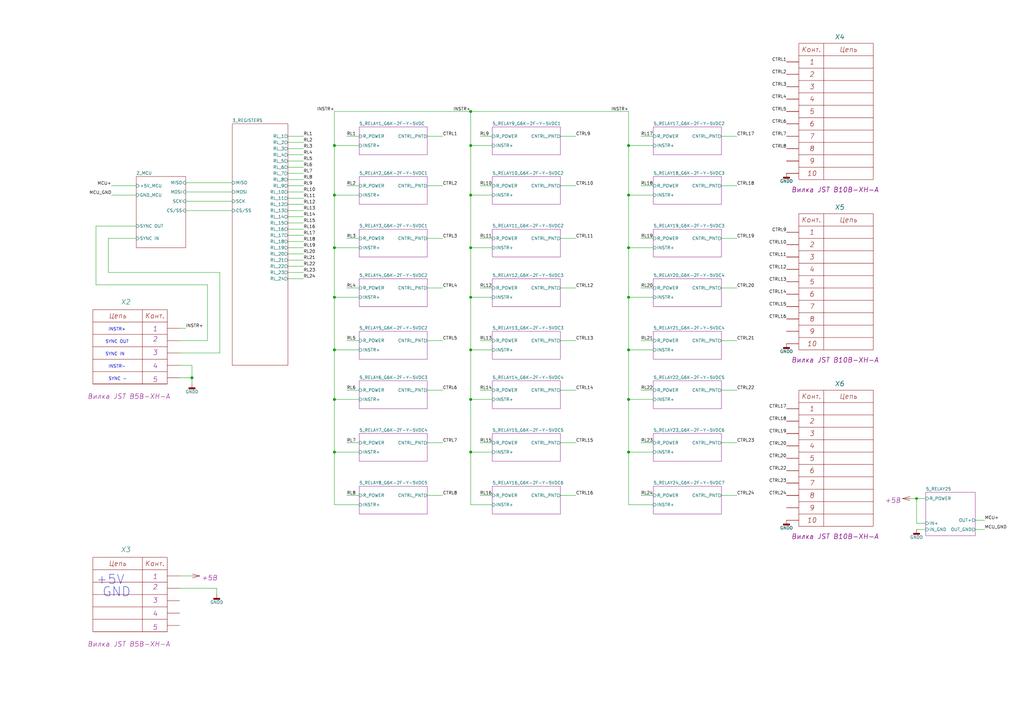
<source format=kicad_sch>
(kicad_sch (version 20210621) (generator eeschema)

  (uuid 6012cdae-532b-416e-8576-ee0856f8c344)

  (paper "A3")

  (lib_symbols
    (symbol "[LTM][Power]:+5V" (power) (pin_numbers hide) (pin_names (offset 0) hide) (in_bom yes) (on_board yes)
      (property "Reference" "#PWR" (id 0) (at 0 12.7 0)
        (effects (font (size 2.54 2.54) italic) hide)
      )
      (property "Value" "+5V" (id 1) (at 0 8.89 0)
        (effects (font (size 2.54 2.54) italic) hide)
      )
      (property "Footprint" "" (id 2) (at 0 3.175 90)
        (effects (font (size 2.4892 2.4892)))
      )
      (property "Datasheet" "" (id 3) (at 0 3.175 0)
        (effects (font (size 2.4892 2.4892)) hide)
      )
      (property "ValueName" "+5В" (id 4) (at 0 5.08 0)
        (effects (font (size 2.0066 2.0066) italic))
      )
      (symbol "+5V_0_1"
        (polyline
          (pts
            (xy 0 3.175)
            (xy -0.8128 0.1778)
          )
          (stroke (width 0)) (fill (type none))
        )
        (polyline
          (pts
            (xy 0 3.175)
            (xy 0 0)
          )
          (stroke (width 0)) (fill (type none))
        )
        (polyline
          (pts
            (xy 0.8128 0.1778)
            (xy 0 3.175)
          )
          (stroke (width 0)) (fill (type none))
        )
      )
      (symbol "+5V_1_1"
        (pin power_in line (at 0 0 90) (length 0) hide
          (name "+5V" (effects (font (size 1.8034 1.8034))))
          (number "1" (effects (font (size 1.8034 1.8034))))
        )
      )
    )
    (symbol "my_Library:B10B-XH-A_right" (pin_numbers hide) (pin_names (offset 0) hide) (in_bom yes) (on_board yes)
      (property "Reference" "X3" (id 0) (at 19.6851 10.2517 0)
        (effects (font (size 2.0066 2.0066) italic) (justify left))
      )
      (property "Value" "B10B-XH-A_right" (id 1) (at -101.6 0 0)
        (effects (font (size 2.0066 2.0066) italic) hide)
      )
      (property "Footprint" "my_Library_ftprint:JST_EH_B10B-EH-A_1x10_P2.50mm_Vertical" (id 2) (at -101.6 -2.54 0)
        (effects (font (size 2.0066 2.0066) italic) hide)
      )
      (property "Datasheet" "C:/Program Files/KiCad/share/LTM_KiCAD_LIB/LTM_DataSheet/Каталог_АО_Электродеталь.pdf" (id 3) (at -101.6 -5.08 0)
        (effects (font (size 2.0066 2.0066) italic) hide)
      )
      (property "ValueName" "Вилка JST B10B-XH-A" (id 4) (at 1.9051 -52.4053 0)
        (effects (font (size 2.0066 2.0066) italic) (justify left))
      )
      (property "ValueGroup" "Соединители" (id 5) (at -101.6 -7.62 0)
        (effects (font (size 2.0066 2.0066) italic) hide)
      )
      (property "ValueGOST" "Вилка JST B10B-XH-A" (id 6) (at -101.6 -10.16 0)
        (effects (font (size 2.0066 2.0066) italic) hide)
      )
      (property "ValueTU" "ПРЯМАЯ" (id 7) (at -101.6 -12.7 0)
        (effects (font (size 2.0066 2.0066) italic) hide)
      )
      (property "ValueManufacturer" "ф. АО «Электродеталь»" (id 8) (at -101.6 -15.24 0)
        (effects (font (size 2.0066 2.0066) italic) hide)
      )
      (property "ValueTemp_1" "РЮМК.430420.011ТУ" (id 9) (at -101.6 -17.78 0)
        (effects (font (size 2.0066 2.0066) italic) hide)
      )
      (property "ValueSupplier" "ф. АО «Электродеталь»" (id 10) (at -101.6 -20.32 0)
        (effects (font (size 2.0066 2.0066) italic) hide)
      )
      (property "ValueAnalog" "PLD-10" (id 11) (at -101.6 -22.86 0)
        (effects (font (size 2.0066 2.0066) italic) hide)
      )
      (property "ValueTemperature" "от минус 60 ⁰C до + 85 ⁰C" (id 12) (at -101.6 -25.4 0)
        (effects (font (size 2.0066 2.0066) italic) hide)
      )
      (property "ValueNote" "-" (id 13) (at -101.6 -27.94 0)
        (effects (font (size 2.0066 2.0066) italic) hide)
      )
      (property "ValueTemp_2" "-" (id 14) (at -101.6 -30.48 0)
        (effects (font (size 2.0066 2.0066) italic) hide)
      )
      (property "ValueTemp_3" "-" (id 15) (at -101.6 -33.02 0)
        (effects (font (size 2.0066 2.0066) italic) hide)
      )
      (property "ValueTemp_4" "-" (id 16) (at -101.6 -35.56 0)
        (effects (font (size 2.0066 2.0066) italic) hide)
      )
      (property "ValueTemp_5" "-" (id 17) (at -101.6 -38.1 0)
        (effects (font (size 2.0066 2.0066) italic) hide)
      )
      (property "PIN1" "1" (id 18) (at 2.7305 1.273 0)
        (effects (font (size 2.0066 2.0066) italic) hide)
      )
      (property "PIN2" "2" (id 19) (at 2.7305 -2.964 0)
        (effects (font (size 2.0066 2.0066) italic) hide)
      )
      (property "PIN3" "3" (id 20) (at 2.7305 -7.201 0)
        (effects (font (size 2.0066 2.0066) italic) hide)
      )
      (property "PIN4" "4" (id 21) (at 2.54 -13.97 0)
        (effects (font (size 2.0066 2.0066) italic) hide)
      )
      (property "PIN5" "5" (id 22) (at 2.54 -17.78 0)
        (effects (font (size 2.0066 2.0066) italic) hide)
      )
      (property "PIN6" "6" (id 23) (at 2.54 -24.13 0)
        (effects (font (size 2.0066 2.0066) italic) hide)
      )
      (property "PIN7" "7" (id 24) (at 2.54 -29.21 0)
        (effects (font (size 2.0066 2.0066) italic) hide)
      )
      (property "PIN8" "8" (id 25) (at 2.54 -34.29 0)
        (effects (font (size 2.0066 2.0066) italic) hide)
      )
      (property "PIN9" "9" (id 26) (at 3.81 -38.1 0)
        (effects (font (size 2.0066 2.0066) italic) hide)
      )
      (property "PIN10" "10" (id 27) (at 2.54 -44.45 0)
        (effects (font (size 2.0066 2.0066) italic) hide)
      )
      (property "ki_keywords" "СНП346, PLD-10" (id 28) (at 0 0 0)
        (effects (font (size 1.27 1.27)) hide)
      )
      (property "ki_description" "Вилка на плату двухрядная прямая, шаг = 2,54 мм" (id 29) (at 0 0 0)
        (effects (font (size 1.27 1.27)) hide)
      )
      (property "ki_fp_filters" "[LTM][FP][Connectors][SNP346]:[LTM][X]*" (id 30) (at 0 0 0)
        (effects (font (size 1.27 1.27)) hide)
      )
      (symbol "B10B-XH-A_right_0_0"
        (rectangle (start 5.08 7.62) (end 35.56 -48.26)
          (stroke (width 0)) (fill (type none))
        )
        (polyline
          (pts
            (xy 15.24 7.62)
            (xy 15.24 -48.26)
          )
          (stroke (width 0)) (fill (type none))
        )
        (polyline
          (pts
            (xy 35.56 -43.18)
            (xy 5.08 -43.18)
          )
          (stroke (width 0)) (fill (type none))
        )
        (polyline
          (pts
            (xy 35.56 -38.1)
            (xy 5.08 -38.1)
          )
          (stroke (width 0)) (fill (type none))
        )
        (polyline
          (pts
            (xy 35.56 -33.02)
            (xy 5.08 -33.02)
          )
          (stroke (width 0)) (fill (type none))
        )
        (polyline
          (pts
            (xy 35.56 -27.94)
            (xy 5.08 -27.94)
          )
          (stroke (width 0)) (fill (type none))
        )
        (polyline
          (pts
            (xy 35.56 -22.86)
            (xy 5.08 -22.86)
          )
          (stroke (width 0)) (fill (type none))
        )
        (polyline
          (pts
            (xy 35.56 -17.78)
            (xy 5.08 -17.78)
          )
          (stroke (width 0)) (fill (type none))
        )
        (polyline
          (pts
            (xy 35.56 -12.7)
            (xy 5.08 -12.7)
          )
          (stroke (width 0)) (fill (type none))
        )
        (polyline
          (pts
            (xy 35.56 -7.62)
            (xy 5.08 -7.62)
          )
          (stroke (width 0)) (fill (type none))
        )
        (polyline
          (pts
            (xy 35.56 -2.54)
            (xy 5.08 -2.54)
          )
          (stroke (width 0)) (fill (type none))
        )
        (polyline
          (pts
            (xy 35.56 2.54)
            (xy 5.08 2.54)
          )
          (stroke (width 0)) (fill (type none))
        )
      )
      (symbol "B10B-XH-A_right_1_1"
        (text "1" (at 10.414 0 0)
          (effects (font (size 2.0066 2.0066) italic))
        )
        (text "10" (at 10.414 -45.72 0)
          (effects (font (size 2.0066 2.0066) italic))
        )
        (text "2" (at 10.414 -5.08 0)
          (effects (font (size 2.0066 2.0066) italic))
        )
        (text "3" (at 10.414 -10.16 0)
          (effects (font (size 2.0066 2.0066) italic))
        )
        (text "4" (at 10.414 -15.24 0)
          (effects (font (size 2.0066 2.0066) italic))
        )
        (text "5" (at 10.414 -20.32 0)
          (effects (font (size 2.0066 2.0066) italic))
        )
        (text "6" (at 10.414 -25.4 0)
          (effects (font (size 2.0066 2.0066) italic))
        )
        (text "7" (at 10.414 -30.48 0)
          (effects (font (size 2.0066 2.0066) italic))
        )
        (text "8" (at 10.414 -35.56 0)
          (effects (font (size 2.0066 2.0066) italic))
        )
        (text "9" (at 10.414 -40.64 0)
          (effects (font (size 2.0066 2.0066) italic))
        )
        (text "Конт." (at 10.16 5.08 0)
          (effects (font (size 2.0066 2.0066) italic))
        )
        (text "Цепь" (at 25.4 5.08 0)
          (effects (font (size 2.0066 2.0066) italic))
        )
        (pin passive line (at 0 0 0) (length 5.08)
          (name "1" (effects (font (size 2.0066 2.0066))))
          (number "1" (effects (font (size 2.0066 2.0066))))
        )
        (pin passive line (at 0 -45.72 0) (length 5.08)
          (name "10" (effects (font (size 2.0066 2.0066))))
          (number "10" (effects (font (size 2.0066 2.0066))))
        )
        (pin passive line (at 0 -5.08 0) (length 5.08)
          (name "2" (effects (font (size 2.0066 2.0066))))
          (number "2" (effects (font (size 2.0066 2.0066))))
        )
        (pin passive line (at 0 -10.16 0) (length 5.08)
          (name "3" (effects (font (size 2.0066 2.0066))))
          (number "3" (effects (font (size 2.0066 2.0066))))
        )
        (pin passive line (at 0 -15.24 0) (length 5.08)
          (name "4" (effects (font (size 2.0066 2.0066))))
          (number "4" (effects (font (size 2.0066 2.0066))))
        )
        (pin passive line (at 0 -20.32 0) (length 5.08)
          (name "5" (effects (font (size 2.0066 2.0066))))
          (number "5" (effects (font (size 2.0066 2.0066))))
        )
        (pin passive line (at 0 -25.4 0) (length 5.08)
          (name "6" (effects (font (size 2.0066 2.0066))))
          (number "6" (effects (font (size 2.0066 2.0066))))
        )
        (pin passive line (at 0 -30.48 0) (length 5.08)
          (name "7" (effects (font (size 2.0066 2.0066))))
          (number "7" (effects (font (size 2.0066 2.0066))))
        )
        (pin passive line (at 0 -35.56 0) (length 5.08)
          (name "8" (effects (font (size 2.0066 2.0066))))
          (number "8" (effects (font (size 2.0066 2.0066))))
        )
        (pin passive line (at 0 -40.64 0) (length 5.08)
          (name "9" (effects (font (size 2.0066 2.0066))))
          (number "9" (effects (font (size 2.0066 2.0066))))
        )
      )
    )
    (symbol "my_Library:B5B-XH-A_Left" (pin_numbers hide) (pin_names (offset 0) hide) (in_bom yes) (on_board yes)
      (property "Reference" "X" (id 0) (at -22.225 10.795 0)
        (effects (font (size 2.0066 2.0066) italic))
      )
      (property "Value" "B5B-XH-A_Left" (id 1) (at 101.6 0 0)
        (effects (font (size 2.0066 2.0066) italic) hide)
      )
      (property "Footprint" "my_Library_ftprint:JST_EH_B5B-EH-A_1x05_P2.50mm_Vertical" (id 2) (at 101.6 -2.54 0)
        (effects (font (size 2.0066 2.0066) italic) hide)
      )
      (property "Datasheet" "C:/Program Files/KiCad/share/LTM_KiCAD_LIB/LTM_DataSheet/Каталог_АО_Электродеталь.pdf" (id 3) (at 101.6 -5.08 0)
        (effects (font (size 2.0066 2.0066) italic) hide)
      )
      (property "ValueName" "Вилка JST B5B-XH-A" (id 4) (at -20.955 -27.94 0)
        (effects (font (size 2.0066 2.0066) italic))
      )
      (property "ValueGroup" "Соединители" (id 5) (at 101.6 -7.62 0)
        (effects (font (size 2.0066 2.0066) italic) hide)
      )
      (property "ValueGOST" "Вилка JST B5B-XH-A" (id 6) (at 101.6 -10.16 0)
        (effects (font (size 2.0066 2.0066) italic) hide)
      )
      (property "ValueTU" "ПРЯМАЯ" (id 7) (at 101.6 -12.7 0)
        (effects (font (size 2.0066 2.0066) italic) hide)
      )
      (property "ValueManufacturer" "ф. АО «Электродеталь»" (id 8) (at 101.6 -15.24 0)
        (effects (font (size 2.0066 2.0066) italic) hide)
      )
      (property "ValueTemp_1" "РЮМК.430420.011ТУ" (id 9) (at 101.6 -17.78 0)
        (effects (font (size 2.0066 2.0066) italic) hide)
      )
      (property "ValueSupplier" "ф. АО «Электродеталь»" (id 10) (at 101.6 -20.32 0)
        (effects (font (size 2.0066 2.0066) italic) hide)
      )
      (property "ValueAnalog" "PLD-10" (id 11) (at 101.6 -22.86 0)
        (effects (font (size 2.0066 2.0066) italic) hide)
      )
      (property "ValueTemperature" "от минус 60 ⁰C до + 85 ⁰C" (id 12) (at 101.6 -25.4 0)
        (effects (font (size 2.0066 2.0066) italic) hide)
      )
      (property "ValueNote" "-" (id 13) (at 101.6 -27.94 0)
        (effects (font (size 2.0066 2.0066) italic) hide)
      )
      (property "ValueTemp_2" "-" (id 14) (at 101.6 -30.48 0)
        (effects (font (size 2.0066 2.0066) italic) hide)
      )
      (property "ValueTemp_3" "-" (id 15) (at 101.6 -33.02 0)
        (effects (font (size 2.0066 2.0066) italic) hide)
      )
      (property "ValueTemp_4" "-" (id 16) (at 101.6 -35.56 0)
        (effects (font (size 2.0066 2.0066) italic) hide)
      )
      (property "ValueTemp_5" "-" (id 17) (at 101.6 -38.1 0)
        (effects (font (size 2.0066 2.0066) italic) hide)
      )
      (property "PIN1" "1" (id 18) (at -10.16 -0.227 0)
        (effects (font (size 2.0066 2.0066) italic))
      )
      (property "PIN2" "2" (id 19) (at -10.16 -4.464 0)
        (effects (font (size 2.0066 2.0066) italic))
      )
      (property "PIN3" "3" (id 20) (at -10.16 -9.971 0)
        (effects (font (size 2.0066 2.0066) italic))
      )
      (property "PIN4" "4" (id 21) (at -10.16 -15.478 0)
        (effects (font (size 2.0066 2.0066) italic))
      )
      (property "PIN5" "5" (id 22) (at -10.16 -20.985 0)
        (effects (font (size 2.0066 2.0066) italic))
      )
      (property "PIN6" "" (id 23) (at -36.1951 -27.4323 0)
        (effects (font (size 2.0066 2.0066) italic) (justify left))
      )
      (property "PIN7" "" (id 24) (at -36.1951 -31.6693 0)
        (effects (font (size 2.0066 2.0066) italic) (justify left))
      )
      (property "PIN8" "" (id 25) (at -36.1951 -35.9063 0)
        (effects (font (size 2.0066 2.0066) italic) (justify left))
      )
      (property "PIN9" "" (id 26) (at -36.1951 -40.1433 0)
        (effects (font (size 2.0066 2.0066) italic) (justify left))
      )
      (property "PIN10" "" (id 27) (at -36.1951 -44.3803 0)
        (effects (font (size 2.0066 2.0066) italic) (justify left))
      )
      (property "ki_keywords" "СНП346, PLD-10" (id 28) (at 0 0 0)
        (effects (font (size 1.27 1.27)) hide)
      )
      (property "ki_description" "Вилка на плату двухрядная прямая, шаг = 2,54 мм" (id 29) (at 0 0 0)
        (effects (font (size 1.27 1.27)) hide)
      )
      (property "ki_fp_filters" "[LTM][FP][Connectors][SNP346]:[LTM][X]*" (id 30) (at 0 0 0)
        (effects (font (size 1.27 1.27)) hide)
      )
      (symbol "B5B-XH-A_Left_0_0"
        (rectangle (start -5.08 7.62) (end -35.56 -22.86)
          (stroke (width 0)) (fill (type none))
        )
        (polyline
          (pts
            (xy -35.56 -22.86)
            (xy -5.08 -22.86)
          )
          (stroke (width 0)) (fill (type none))
        )
        (polyline
          (pts
            (xy -35.56 -17.78)
            (xy -5.08 -17.78)
          )
          (stroke (width 0)) (fill (type none))
        )
        (polyline
          (pts
            (xy -35.56 -12.7)
            (xy -5.08 -12.7)
          )
          (stroke (width 0)) (fill (type none))
        )
        (polyline
          (pts
            (xy -35.56 -7.62)
            (xy -5.08 -7.62)
          )
          (stroke (width 0)) (fill (type none))
        )
        (polyline
          (pts
            (xy -35.56 -2.54)
            (xy -5.08 -2.54)
          )
          (stroke (width 0)) (fill (type none))
        )
        (polyline
          (pts
            (xy -35.56 2.54)
            (xy -5.08 2.54)
          )
          (stroke (width 0)) (fill (type none))
        )
        (polyline
          (pts
            (xy -15.24 7.62)
            (xy -15.24 -22.86)
          )
          (stroke (width 0)) (fill (type none))
        )
      )
      (symbol "B5B-XH-A_Left_1_1"
        (text "Конт." (at -10.16 5.08 0)
          (effects (font (size 2.0066 2.0066) italic))
        )
        (text "Цепь" (at -25.4 5.08 0)
          (effects (font (size 2.0066 2.0066) italic))
        )
        (pin passive line (at 0 0 180) (length 5.08)
          (name "1" (effects (font (size 2.0066 2.0066))))
          (number "1" (effects (font (size 2.0066 2.0066))))
        )
        (pin passive line (at 0 -5.08 180) (length 5.08)
          (name "2" (effects (font (size 2.0066 2.0066))))
          (number "2" (effects (font (size 2.0066 2.0066))))
        )
        (pin passive line (at 0 -10.16 180) (length 5.08)
          (name "3" (effects (font (size 2.0066 2.0066))))
          (number "3" (effects (font (size 2.0066 2.0066))))
        )
        (pin passive line (at 0 -15.24 180) (length 5.08)
          (name "4" (effects (font (size 2.0066 2.0066))))
          (number "4" (effects (font (size 2.0066 2.0066))))
        )
        (pin passive line (at 0 -20.32 180) (length 5.08)
          (name "5" (effects (font (size 2.0066 2.0066))))
          (number "5" (effects (font (size 2.0066 2.0066))))
        )
      )
    )
    (symbol "power:GNDD" (power) (pin_names (offset 0)) (in_bom yes) (on_board yes)
      (property "Reference" "#PWR" (id 0) (at 0 -6.35 0)
        (effects (font (size 1.27 1.27)) hide)
      )
      (property "Value" "GNDD" (id 1) (at 0 -3.175 0)
        (effects (font (size 1.27 1.27)))
      )
      (property "Footprint" "" (id 2) (at 0 0 0)
        (effects (font (size 1.27 1.27)) hide)
      )
      (property "Datasheet" "" (id 3) (at 0 0 0)
        (effects (font (size 1.27 1.27)) hide)
      )
      (property "ki_keywords" "power-flag" (id 4) (at 0 0 0)
        (effects (font (size 1.27 1.27)) hide)
      )
      (property "ki_description" "Power symbol creates a global label with name \"GNDD\" , digital ground" (id 5) (at 0 0 0)
        (effects (font (size 1.27 1.27)) hide)
      )
      (symbol "GNDD_0_1"
        (rectangle (start -1.27 -1.524) (end 1.27 -2.032)
          (stroke (width 0.254)) (fill (type outline))
        )
        (polyline
          (pts
            (xy 0 0)
            (xy 0 -1.524)
          )
          (stroke (width 0)) (fill (type none))
        )
      )
      (symbol "GNDD_1_1"
        (pin power_in line (at 0 0 270) (length 0) hide
          (name "GNDD" (effects (font (size 1.27 1.27))))
          (number "1" (effects (font (size 1.27 1.27))))
        )
      )
    )
  )

  (junction (at 78.74 154.94) (diameter 1.016) (color 0 0 0 0))
  (junction (at 137.16 59.69) (diameter 1.016) (color 0 0 0 0))
  (junction (at 137.16 80.01) (diameter 1.016) (color 0 0 0 0))
  (junction (at 137.16 101.6) (diameter 1.016) (color 0 0 0 0))
  (junction (at 137.16 121.92) (diameter 1.016) (color 0 0 0 0))
  (junction (at 137.16 143.51) (diameter 1.016) (color 0 0 0 0))
  (junction (at 137.16 163.83) (diameter 1.016) (color 0 0 0 0))
  (junction (at 137.16 185.42) (diameter 1.016) (color 0 0 0 0))
  (junction (at 193.04 45.72) (diameter 1.016) (color 0 0 0 0))
  (junction (at 193.04 59.69) (diameter 1.016) (color 0 0 0 0))
  (junction (at 193.04 80.01) (diameter 1.016) (color 0 0 0 0))
  (junction (at 193.04 101.6) (diameter 1.016) (color 0 0 0 0))
  (junction (at 193.04 121.92) (diameter 1.016) (color 0 0 0 0))
  (junction (at 193.04 143.51) (diameter 1.016) (color 0 0 0 0))
  (junction (at 193.04 163.83) (diameter 1.016) (color 0 0 0 0))
  (junction (at 193.04 185.42) (diameter 1.016) (color 0 0 0 0))
  (junction (at 257.81 59.69) (diameter 1.016) (color 0 0 0 0))
  (junction (at 257.81 80.01) (diameter 1.016) (color 0 0 0 0))
  (junction (at 257.81 101.6) (diameter 1.016) (color 0 0 0 0))
  (junction (at 257.81 121.92) (diameter 1.016) (color 0 0 0 0))
  (junction (at 257.81 143.51) (diameter 1.016) (color 0 0 0 0))
  (junction (at 257.81 163.83) (diameter 1.016) (color 0 0 0 0))
  (junction (at 257.81 185.42) (diameter 1.016) (color 0 0 0 0))
  (junction (at 375.92 204.47) (diameter 0) (color 0 0 0 0))

  (wire (pts (xy 39.37 92.71) (xy 55.88 92.71))
    (stroke (width 0) (type solid) (color 0 0 0 0))
    (uuid 609b8c7e-fda0-40b1-903f-060db862e4c2)
  )
  (wire (pts (xy 39.37 116.84) (xy 39.37 92.71))
    (stroke (width 0) (type solid) (color 0 0 0 0))
    (uuid 609b8c7e-fda0-40b1-903f-060db862e4c2)
  )
  (wire (pts (xy 44.45 97.79) (xy 44.45 111.76))
    (stroke (width 0) (type solid) (color 0 0 0 0))
    (uuid 2466b046-b786-4669-96b3-611eb33af66b)
  )
  (wire (pts (xy 44.45 111.76) (xy 90.17 111.76))
    (stroke (width 0) (type solid) (color 0 0 0 0))
    (uuid 2466b046-b786-4669-96b3-611eb33af66b)
  )
  (wire (pts (xy 45.72 76.2) (xy 55.88 76.2))
    (stroke (width 0) (type solid) (color 0 0 0 0))
    (uuid e2c9fb4f-8593-49a7-9d09-2bf4738367af)
  )
  (wire (pts (xy 45.72 80.01) (xy 55.88 80.01))
    (stroke (width 0) (type solid) (color 0 0 0 0))
    (uuid fff669d2-35d0-4358-ac0f-b6b9a8101f7b)
  )
  (wire (pts (xy 55.88 97.79) (xy 44.45 97.79))
    (stroke (width 0) (type solid) (color 0 0 0 0))
    (uuid 2466b046-b786-4669-96b3-611eb33af66b)
  )
  (wire (pts (xy 73.66 134.62) (xy 76.2 134.62))
    (stroke (width 0) (type solid) (color 0 0 0 0))
    (uuid 4aab3092-4b57-440c-9cbb-00e1b39fd057)
  )
  (wire (pts (xy 73.66 139.7) (xy 85.09 139.7))
    (stroke (width 0) (type solid) (color 0 0 0 0))
    (uuid 609b8c7e-fda0-40b1-903f-060db862e4c2)
  )
  (wire (pts (xy 73.66 149.86) (xy 78.74 149.86))
    (stroke (width 0) (type solid) (color 0 0 0 0))
    (uuid dbf7f9cb-98fd-4176-8b6e-37cdfb78438f)
  )
  (wire (pts (xy 73.66 154.94) (xy 78.74 154.94))
    (stroke (width 0) (type solid) (color 0 0 0 0))
    (uuid 4e2f2a6d-fc9c-43ea-b1fa-4a4c703a3be7)
  )
  (wire (pts (xy 73.66 236.22) (xy 78.74 236.22))
    (stroke (width 0) (type solid) (color 0 0 0 0))
    (uuid bf9de09f-1ae9-4ba5-9726-080c2420db70)
  )
  (wire (pts (xy 73.66 241.3) (xy 88.9 241.3))
    (stroke (width 0) (type solid) (color 0 0 0 0))
    (uuid 05d673c0-a354-44d2-8fa4-c152e369180a)
  )
  (wire (pts (xy 76.2 74.93) (xy 95.25 74.93))
    (stroke (width 0) (type solid) (color 0 0 0 0))
    (uuid 78c100c6-c600-4b0c-931b-da6b16eb2dfa)
  )
  (wire (pts (xy 76.2 78.74) (xy 95.25 78.74))
    (stroke (width 0) (type solid) (color 0 0 0 0))
    (uuid 5c556bc2-c94e-4d2b-9f6d-25b753a7cdc4)
  )
  (wire (pts (xy 76.2 82.55) (xy 95.25 82.55))
    (stroke (width 0) (type solid) (color 0 0 0 0))
    (uuid 0e36af63-ccd3-4a36-bc8a-49c7a14e8c75)
  )
  (wire (pts (xy 76.2 86.36) (xy 95.25 86.36))
    (stroke (width 0) (type solid) (color 0 0 0 0))
    (uuid abbac2e9-9747-40fa-8a38-dd23da3407a3)
  )
  (wire (pts (xy 78.74 154.94) (xy 78.74 149.86))
    (stroke (width 0) (type solid) (color 0 0 0 0))
    (uuid 7e95e261-1323-4dfb-ac30-0fc6106f4d6b)
  )
  (wire (pts (xy 78.74 157.48) (xy 78.74 154.94))
    (stroke (width 0) (type solid) (color 0 0 0 0))
    (uuid c4b39005-f8c1-4f83-b7b3-c98e7de13282)
  )
  (wire (pts (xy 85.09 116.84) (xy 39.37 116.84))
    (stroke (width 0) (type solid) (color 0 0 0 0))
    (uuid 609b8c7e-fda0-40b1-903f-060db862e4c2)
  )
  (wire (pts (xy 85.09 139.7) (xy 85.09 116.84))
    (stroke (width 0) (type solid) (color 0 0 0 0))
    (uuid 609b8c7e-fda0-40b1-903f-060db862e4c2)
  )
  (wire (pts (xy 88.9 241.3) (xy 88.9 243.84))
    (stroke (width 0) (type solid) (color 0 0 0 0))
    (uuid 9e6da2f3-7625-4356-a8d0-7c9f8dfbd3ca)
  )
  (wire (pts (xy 90.17 111.76) (xy 90.17 144.78))
    (stroke (width 0) (type solid) (color 0 0 0 0))
    (uuid 2466b046-b786-4669-96b3-611eb33af66b)
  )
  (wire (pts (xy 90.17 144.78) (xy 73.66 144.78))
    (stroke (width 0) (type solid) (color 0 0 0 0))
    (uuid 2466b046-b786-4669-96b3-611eb33af66b)
  )
  (wire (pts (xy 118.11 55.88) (xy 124.46 55.88))
    (stroke (width 0) (type solid) (color 0 0 0 0))
    (uuid 8b390586-3a9b-4a0e-beb8-1ff715b82f4e)
  )
  (wire (pts (xy 118.11 58.42) (xy 124.46 58.42))
    (stroke (width 0) (type solid) (color 0 0 0 0))
    (uuid b8eed5a7-6643-4f2a-bc03-5122f1d6a0bc)
  )
  (wire (pts (xy 118.11 60.96) (xy 124.46 60.96))
    (stroke (width 0) (type solid) (color 0 0 0 0))
    (uuid a96eff05-e567-4cdb-a94d-4d1aa16f93b9)
  )
  (wire (pts (xy 118.11 63.5) (xy 124.46 63.5))
    (stroke (width 0) (type solid) (color 0 0 0 0))
    (uuid 899569d2-d323-4aa0-8544-ac9bf0dd1840)
  )
  (wire (pts (xy 118.11 66.04) (xy 124.46 66.04))
    (stroke (width 0) (type solid) (color 0 0 0 0))
    (uuid 1ed56ad6-6750-49b8-a0e5-6c840a055297)
  )
  (wire (pts (xy 118.11 68.58) (xy 124.46 68.58))
    (stroke (width 0) (type solid) (color 0 0 0 0))
    (uuid 1348273c-0451-47c9-8aa4-cbcd4ab7bb2c)
  )
  (wire (pts (xy 118.11 71.12) (xy 124.46 71.12))
    (stroke (width 0) (type solid) (color 0 0 0 0))
    (uuid 40eb8fc2-f8f5-45cd-900f-673ac2672e1b)
  )
  (wire (pts (xy 118.11 73.66) (xy 124.46 73.66))
    (stroke (width 0) (type solid) (color 0 0 0 0))
    (uuid 5dcb60a2-5a3d-4cbb-9233-1d1018ef473d)
  )
  (wire (pts (xy 118.11 76.2) (xy 124.46 76.2))
    (stroke (width 0) (type solid) (color 0 0 0 0))
    (uuid 14313a6a-3fe9-4b8f-a43a-60ca997be3c8)
  )
  (wire (pts (xy 118.11 78.74) (xy 124.46 78.74))
    (stroke (width 0) (type solid) (color 0 0 0 0))
    (uuid de419205-24c8-419e-b3dd-79147046189a)
  )
  (wire (pts (xy 118.11 81.28) (xy 124.46 81.28))
    (stroke (width 0) (type solid) (color 0 0 0 0))
    (uuid 2a71d4cc-6513-41bb-a1a3-bf6a6d6110ca)
  )
  (wire (pts (xy 118.11 83.82) (xy 124.46 83.82))
    (stroke (width 0) (type solid) (color 0 0 0 0))
    (uuid 888608a7-ac9d-4afc-ad35-0aabff7e0f2f)
  )
  (wire (pts (xy 118.11 86.36) (xy 124.46 86.36))
    (stroke (width 0) (type solid) (color 0 0 0 0))
    (uuid afbd3211-a244-4883-beb7-9798d35ef428)
  )
  (wire (pts (xy 118.11 88.9) (xy 124.46 88.9))
    (stroke (width 0) (type solid) (color 0 0 0 0))
    (uuid a85f9b98-3029-4199-9dbb-bbbdb9f83eea)
  )
  (wire (pts (xy 118.11 91.44) (xy 124.46 91.44))
    (stroke (width 0) (type solid) (color 0 0 0 0))
    (uuid 9303ee5f-52e3-4141-8d20-dbe58bf7421f)
  )
  (wire (pts (xy 118.11 93.98) (xy 124.46 93.98))
    (stroke (width 0) (type solid) (color 0 0 0 0))
    (uuid c0c6081e-506f-4ad0-93a5-70508f08cb08)
  )
  (wire (pts (xy 118.11 96.52) (xy 124.46 96.52))
    (stroke (width 0) (type solid) (color 0 0 0 0))
    (uuid 2c3c3892-8f35-406f-b3cc-86804f917561)
  )
  (wire (pts (xy 118.11 99.06) (xy 124.46 99.06))
    (stroke (width 0) (type solid) (color 0 0 0 0))
    (uuid b11eb287-953f-4ac3-9c89-8405cc7b0189)
  )
  (wire (pts (xy 118.11 101.6) (xy 124.46 101.6))
    (stroke (width 0) (type solid) (color 0 0 0 0))
    (uuid 97daee33-35ce-4af2-b669-c0bfb5414069)
  )
  (wire (pts (xy 118.11 104.14) (xy 124.46 104.14))
    (stroke (width 0) (type solid) (color 0 0 0 0))
    (uuid 537184ed-c25f-44e5-afb9-1ea3e22543a3)
  )
  (wire (pts (xy 118.11 106.68) (xy 124.46 106.68))
    (stroke (width 0) (type solid) (color 0 0 0 0))
    (uuid ada071e7-6609-4948-9e2e-d28beb4d9186)
  )
  (wire (pts (xy 118.11 109.22) (xy 124.46 109.22))
    (stroke (width 0) (type solid) (color 0 0 0 0))
    (uuid 04f5fe69-2c7a-47aa-80b1-cb42ed149423)
  )
  (wire (pts (xy 118.11 111.76) (xy 124.46 111.76))
    (stroke (width 0) (type solid) (color 0 0 0 0))
    (uuid aa873765-b71d-434d-bc39-d48adf64854f)
  )
  (wire (pts (xy 118.11 114.3) (xy 124.46 114.3))
    (stroke (width 0) (type solid) (color 0 0 0 0))
    (uuid c4ad9805-56d6-47b0-bd12-5d82a5032101)
  )
  (wire (pts (xy 137.16 45.72) (xy 137.16 59.69))
    (stroke (width 0) (type solid) (color 0 0 0 0))
    (uuid f5430c54-5037-4644-8927-4d292a933a64)
  )
  (wire (pts (xy 137.16 45.72) (xy 193.04 45.72))
    (stroke (width 0) (type solid) (color 0 0 0 0))
    (uuid 007b9b51-6d41-4106-a714-051dc4dced11)
  )
  (wire (pts (xy 137.16 59.69) (xy 137.16 80.01))
    (stroke (width 0) (type solid) (color 0 0 0 0))
    (uuid f5430c54-5037-4644-8927-4d292a933a64)
  )
  (wire (pts (xy 137.16 59.69) (xy 147.32 59.69))
    (stroke (width 0) (type solid) (color 0 0 0 0))
    (uuid 931d7278-0c87-4449-b699-2ab04e9baab1)
  )
  (wire (pts (xy 137.16 80.01) (xy 137.16 101.6))
    (stroke (width 0) (type solid) (color 0 0 0 0))
    (uuid f5430c54-5037-4644-8927-4d292a933a64)
  )
  (wire (pts (xy 137.16 80.01) (xy 147.32 80.01))
    (stroke (width 0) (type solid) (color 0 0 0 0))
    (uuid 2620726d-8cb4-4f16-b3ab-e9c61f8714d0)
  )
  (wire (pts (xy 137.16 101.6) (xy 137.16 121.92))
    (stroke (width 0) (type solid) (color 0 0 0 0))
    (uuid f5430c54-5037-4644-8927-4d292a933a64)
  )
  (wire (pts (xy 137.16 101.6) (xy 147.32 101.6))
    (stroke (width 0) (type solid) (color 0 0 0 0))
    (uuid 0422b505-82f7-4c03-946a-2b8d0b628c33)
  )
  (wire (pts (xy 137.16 121.92) (xy 137.16 143.51))
    (stroke (width 0) (type solid) (color 0 0 0 0))
    (uuid f5430c54-5037-4644-8927-4d292a933a64)
  )
  (wire (pts (xy 137.16 121.92) (xy 147.32 121.92))
    (stroke (width 0) (type solid) (color 0 0 0 0))
    (uuid a7d4bc7f-eac0-452b-9688-2563ae91bf70)
  )
  (wire (pts (xy 137.16 143.51) (xy 137.16 163.83))
    (stroke (width 0) (type solid) (color 0 0 0 0))
    (uuid f5430c54-5037-4644-8927-4d292a933a64)
  )
  (wire (pts (xy 137.16 143.51) (xy 147.32 143.51))
    (stroke (width 0) (type solid) (color 0 0 0 0))
    (uuid 08b84bce-a7ff-4042-8120-9c6d57a737a5)
  )
  (wire (pts (xy 137.16 163.83) (xy 137.16 185.42))
    (stroke (width 0) (type solid) (color 0 0 0 0))
    (uuid f5430c54-5037-4644-8927-4d292a933a64)
  )
  (wire (pts (xy 137.16 163.83) (xy 147.32 163.83))
    (stroke (width 0) (type solid) (color 0 0 0 0))
    (uuid 4dbc922e-e49d-45b8-8c23-1d10b74c2db0)
  )
  (wire (pts (xy 137.16 185.42) (xy 137.16 207.01))
    (stroke (width 0) (type solid) (color 0 0 0 0))
    (uuid f5430c54-5037-4644-8927-4d292a933a64)
  )
  (wire (pts (xy 137.16 185.42) (xy 147.32 185.42))
    (stroke (width 0) (type solid) (color 0 0 0 0))
    (uuid 8235316f-2f47-46f7-af33-b30003dbc371)
  )
  (wire (pts (xy 137.16 207.01) (xy 147.32 207.01))
    (stroke (width 0) (type solid) (color 0 0 0 0))
    (uuid f5430c54-5037-4644-8927-4d292a933a64)
  )
  (wire (pts (xy 142.24 55.88) (xy 147.32 55.88))
    (stroke (width 0) (type solid) (color 0 0 0 0))
    (uuid 56e488eb-cba6-4f5f-9e8a-77139fd1cfbb)
  )
  (wire (pts (xy 142.24 76.2) (xy 147.32 76.2))
    (stroke (width 0) (type solid) (color 0 0 0 0))
    (uuid a9c57a9b-117c-4d79-af30-527329d975bc)
  )
  (wire (pts (xy 142.24 97.79) (xy 147.32 97.79))
    (stroke (width 0) (type solid) (color 0 0 0 0))
    (uuid ec106b44-fed1-492a-ace0-04eed9748e75)
  )
  (wire (pts (xy 142.24 118.11) (xy 147.32 118.11))
    (stroke (width 0) (type solid) (color 0 0 0 0))
    (uuid 066645bb-9ea0-4ef9-87bb-e441a0957ac5)
  )
  (wire (pts (xy 142.24 139.7) (xy 147.32 139.7))
    (stroke (width 0) (type solid) (color 0 0 0 0))
    (uuid e333bc0c-b053-4722-ad68-c525980286c8)
  )
  (wire (pts (xy 142.24 160.02) (xy 147.32 160.02))
    (stroke (width 0) (type solid) (color 0 0 0 0))
    (uuid ec143311-36a8-43bd-a75d-d61bee766829)
  )
  (wire (pts (xy 142.24 181.61) (xy 147.32 181.61))
    (stroke (width 0) (type solid) (color 0 0 0 0))
    (uuid 0ff4cd32-c0b1-4848-93a2-fbb94255a5e8)
  )
  (wire (pts (xy 142.24 203.2) (xy 147.32 203.2))
    (stroke (width 0) (type solid) (color 0 0 0 0))
    (uuid 2baf3c30-623c-4e28-a254-24dd6b9f5c03)
  )
  (wire (pts (xy 175.26 55.88) (xy 181.61 55.88))
    (stroke (width 0) (type solid) (color 0 0 0 0))
    (uuid 28a9fcb8-98a6-4fd4-b078-f4f4c25215df)
  )
  (wire (pts (xy 175.26 76.2) (xy 181.61 76.2))
    (stroke (width 0) (type solid) (color 0 0 0 0))
    (uuid 1891c68f-8980-48d0-870b-8b0227b4f699)
  )
  (wire (pts (xy 175.26 97.79) (xy 181.61 97.79))
    (stroke (width 0) (type solid) (color 0 0 0 0))
    (uuid 59ece030-9778-41fd-96b3-3a1dc01795b7)
  )
  (wire (pts (xy 175.26 118.11) (xy 181.61 118.11))
    (stroke (width 0) (type solid) (color 0 0 0 0))
    (uuid 89e23fb8-05ce-41da-b986-3ceb0ec3a0c8)
  )
  (wire (pts (xy 175.26 139.7) (xy 181.61 139.7))
    (stroke (width 0) (type solid) (color 0 0 0 0))
    (uuid 751eb89d-d76d-4b9f-b15c-d7894988166e)
  )
  (wire (pts (xy 175.26 160.02) (xy 181.61 160.02))
    (stroke (width 0) (type solid) (color 0 0 0 0))
    (uuid c06713d1-cac9-426e-a0b0-9f7304a8d79e)
  )
  (wire (pts (xy 175.26 181.61) (xy 181.61 181.61))
    (stroke (width 0) (type solid) (color 0 0 0 0))
    (uuid 24f5402b-794c-4058-8cd1-5edc1fac3ad1)
  )
  (wire (pts (xy 175.26 203.2) (xy 181.61 203.2))
    (stroke (width 0) (type solid) (color 0 0 0 0))
    (uuid b14fca03-d639-4f96-ae30-69b749add967)
  )
  (wire (pts (xy 193.04 45.72) (xy 193.04 59.69))
    (stroke (width 0) (type solid) (color 0 0 0 0))
    (uuid 2821e60d-2084-4b8b-ba59-a09e88e7f81b)
  )
  (wire (pts (xy 193.04 45.72) (xy 257.81 45.72))
    (stroke (width 0) (type solid) (color 0 0 0 0))
    (uuid d544a343-d4b0-42ca-8395-0279f0c69299)
  )
  (wire (pts (xy 193.04 59.69) (xy 193.04 80.01))
    (stroke (width 0) (type solid) (color 0 0 0 0))
    (uuid 2821e60d-2084-4b8b-ba59-a09e88e7f81b)
  )
  (wire (pts (xy 193.04 59.69) (xy 201.93 59.69))
    (stroke (width 0) (type solid) (color 0 0 0 0))
    (uuid ff9c74e4-d5d1-4d45-9d2f-97e3b947a387)
  )
  (wire (pts (xy 193.04 80.01) (xy 193.04 101.6))
    (stroke (width 0) (type solid) (color 0 0 0 0))
    (uuid 2821e60d-2084-4b8b-ba59-a09e88e7f81b)
  )
  (wire (pts (xy 193.04 80.01) (xy 201.93 80.01))
    (stroke (width 0) (type solid) (color 0 0 0 0))
    (uuid e0c05a3c-2b28-4ebc-b828-59c210f68a5a)
  )
  (wire (pts (xy 193.04 101.6) (xy 193.04 121.92))
    (stroke (width 0) (type solid) (color 0 0 0 0))
    (uuid 2821e60d-2084-4b8b-ba59-a09e88e7f81b)
  )
  (wire (pts (xy 193.04 101.6) (xy 201.93 101.6))
    (stroke (width 0) (type solid) (color 0 0 0 0))
    (uuid af3ce4f7-6bb1-461d-9c00-22801b35fedc)
  )
  (wire (pts (xy 193.04 121.92) (xy 193.04 143.51))
    (stroke (width 0) (type solid) (color 0 0 0 0))
    (uuid 2821e60d-2084-4b8b-ba59-a09e88e7f81b)
  )
  (wire (pts (xy 193.04 121.92) (xy 201.93 121.92))
    (stroke (width 0) (type solid) (color 0 0 0 0))
    (uuid d4e99ff9-e903-4491-8322-779024b428c7)
  )
  (wire (pts (xy 193.04 143.51) (xy 193.04 163.83))
    (stroke (width 0) (type solid) (color 0 0 0 0))
    (uuid 2821e60d-2084-4b8b-ba59-a09e88e7f81b)
  )
  (wire (pts (xy 193.04 163.83) (xy 193.04 185.42))
    (stroke (width 0) (type solid) (color 0 0 0 0))
    (uuid 58dad861-687d-4d9c-b063-408dcd942dc1)
  )
  (wire (pts (xy 193.04 163.83) (xy 201.93 163.83))
    (stroke (width 0) (type solid) (color 0 0 0 0))
    (uuid 24230292-57d5-446f-9579-5ede3d5e6ecb)
  )
  (wire (pts (xy 193.04 185.42) (xy 193.04 207.01))
    (stroke (width 0) (type solid) (color 0 0 0 0))
    (uuid 58dad861-687d-4d9c-b063-408dcd942dc1)
  )
  (wire (pts (xy 193.04 185.42) (xy 201.93 185.42))
    (stroke (width 0) (type solid) (color 0 0 0 0))
    (uuid 2170fd35-c1a5-4bad-87a3-9fddb2f3be69)
  )
  (wire (pts (xy 193.04 207.01) (xy 201.93 207.01))
    (stroke (width 0) (type solid) (color 0 0 0 0))
    (uuid 58dad861-687d-4d9c-b063-408dcd942dc1)
  )
  (wire (pts (xy 196.85 55.88) (xy 201.93 55.88))
    (stroke (width 0) (type solid) (color 0 0 0 0))
    (uuid 44b72148-b5da-4265-aa80-45b5d2fda1d5)
  )
  (wire (pts (xy 196.85 76.2) (xy 201.93 76.2))
    (stroke (width 0) (type solid) (color 0 0 0 0))
    (uuid 5051b3ae-5434-4387-a7c7-b1ec95bc68d1)
  )
  (wire (pts (xy 196.85 97.79) (xy 201.93 97.79))
    (stroke (width 0) (type solid) (color 0 0 0 0))
    (uuid c74e55fb-0ca2-4d52-a22f-e458a0715e98)
  )
  (wire (pts (xy 196.85 118.11) (xy 201.93 118.11))
    (stroke (width 0) (type solid) (color 0 0 0 0))
    (uuid 0d025759-c671-467a-a767-04f3fdf25aef)
  )
  (wire (pts (xy 196.85 139.7) (xy 201.93 139.7))
    (stroke (width 0) (type solid) (color 0 0 0 0))
    (uuid 52d7c8e5-dcff-4ff2-95c4-b31219b08bae)
  )
  (wire (pts (xy 196.85 160.02) (xy 201.93 160.02))
    (stroke (width 0) (type solid) (color 0 0 0 0))
    (uuid 22dfc20b-b6db-4d6e-999a-72fada531407)
  )
  (wire (pts (xy 196.85 181.61) (xy 201.93 181.61))
    (stroke (width 0) (type solid) (color 0 0 0 0))
    (uuid df74b120-f47b-4aaf-85bd-4c255914de3b)
  )
  (wire (pts (xy 196.85 203.2) (xy 201.93 203.2))
    (stroke (width 0) (type solid) (color 0 0 0 0))
    (uuid c5b1e878-26df-49e6-b396-a6d277ba1271)
  )
  (wire (pts (xy 201.93 143.51) (xy 193.04 143.51))
    (stroke (width 0) (type solid) (color 0 0 0 0))
    (uuid 2821e60d-2084-4b8b-ba59-a09e88e7f81b)
  )
  (wire (pts (xy 229.87 55.88) (xy 236.22 55.88))
    (stroke (width 0) (type solid) (color 0 0 0 0))
    (uuid 798667a0-2fad-4bf3-a954-4c9342368c41)
  )
  (wire (pts (xy 229.87 76.2) (xy 236.22 76.2))
    (stroke (width 0) (type solid) (color 0 0 0 0))
    (uuid 87f1cb4e-327d-4196-9b8c-fffd87e65439)
  )
  (wire (pts (xy 229.87 97.79) (xy 236.22 97.79))
    (stroke (width 0) (type solid) (color 0 0 0 0))
    (uuid 5d584dbf-58ad-4408-9aa0-43e7f91e119a)
  )
  (wire (pts (xy 229.87 118.11) (xy 236.22 118.11))
    (stroke (width 0) (type solid) (color 0 0 0 0))
    (uuid 7590a611-f824-4273-98e8-d50327f7784a)
  )
  (wire (pts (xy 229.87 139.7) (xy 236.22 139.7))
    (stroke (width 0) (type solid) (color 0 0 0 0))
    (uuid b98fe297-3c31-4b99-86c7-5085dc71edc9)
  )
  (wire (pts (xy 229.87 160.02) (xy 236.22 160.02))
    (stroke (width 0) (type solid) (color 0 0 0 0))
    (uuid 89afc7d5-52a0-4fa7-a274-6d183c84b472)
  )
  (wire (pts (xy 229.87 181.61) (xy 236.22 181.61))
    (stroke (width 0) (type solid) (color 0 0 0 0))
    (uuid 43c335ec-8042-4f53-88fd-6406f9f69db8)
  )
  (wire (pts (xy 229.87 203.2) (xy 236.22 203.2))
    (stroke (width 0) (type solid) (color 0 0 0 0))
    (uuid 4fe3e8d2-38f1-406a-a610-f9bd6cb1173f)
  )
  (wire (pts (xy 257.81 45.72) (xy 257.81 59.69))
    (stroke (width 0) (type solid) (color 0 0 0 0))
    (uuid 4fc516e2-22a7-4298-8a24-c57ae12a6998)
  )
  (wire (pts (xy 257.81 59.69) (xy 257.81 80.01))
    (stroke (width 0) (type solid) (color 0 0 0 0))
    (uuid 4fc516e2-22a7-4298-8a24-c57ae12a6998)
  )
  (wire (pts (xy 257.81 59.69) (xy 267.97 59.69))
    (stroke (width 0) (type solid) (color 0 0 0 0))
    (uuid bc09ae5f-6814-4472-99ea-9421451e7050)
  )
  (wire (pts (xy 257.81 80.01) (xy 257.81 101.6))
    (stroke (width 0) (type solid) (color 0 0 0 0))
    (uuid 4fc516e2-22a7-4298-8a24-c57ae12a6998)
  )
  (wire (pts (xy 257.81 80.01) (xy 267.97 80.01))
    (stroke (width 0) (type solid) (color 0 0 0 0))
    (uuid 52c7893b-905d-4c8e-b10e-1e4de073c69c)
  )
  (wire (pts (xy 257.81 101.6) (xy 257.81 121.92))
    (stroke (width 0) (type solid) (color 0 0 0 0))
    (uuid 4fc516e2-22a7-4298-8a24-c57ae12a6998)
  )
  (wire (pts (xy 257.81 101.6) (xy 267.97 101.6))
    (stroke (width 0) (type solid) (color 0 0 0 0))
    (uuid 29b04cb1-e3dd-4bb3-a460-f26d9a7a9a5f)
  )
  (wire (pts (xy 257.81 121.92) (xy 257.81 143.51))
    (stroke (width 0) (type solid) (color 0 0 0 0))
    (uuid 4fc516e2-22a7-4298-8a24-c57ae12a6998)
  )
  (wire (pts (xy 257.81 121.92) (xy 267.97 121.92))
    (stroke (width 0) (type solid) (color 0 0 0 0))
    (uuid f8583ee0-8aaa-431d-9af3-3a6d98a82aeb)
  )
  (wire (pts (xy 257.81 143.51) (xy 257.81 163.83))
    (stroke (width 0) (type solid) (color 0 0 0 0))
    (uuid 4fc516e2-22a7-4298-8a24-c57ae12a6998)
  )
  (wire (pts (xy 257.81 143.51) (xy 267.97 143.51))
    (stroke (width 0) (type solid) (color 0 0 0 0))
    (uuid cbaa6e5d-04c1-40ca-8945-50550510f3ac)
  )
  (wire (pts (xy 257.81 163.83) (xy 257.81 185.42))
    (stroke (width 0) (type solid) (color 0 0 0 0))
    (uuid 4fc516e2-22a7-4298-8a24-c57ae12a6998)
  )
  (wire (pts (xy 257.81 163.83) (xy 267.97 163.83))
    (stroke (width 0) (type solid) (color 0 0 0 0))
    (uuid 0358c564-3d28-4c4e-8ff6-cc3dea2af642)
  )
  (wire (pts (xy 257.81 185.42) (xy 257.81 207.01))
    (stroke (width 0) (type solid) (color 0 0 0 0))
    (uuid 4fc516e2-22a7-4298-8a24-c57ae12a6998)
  )
  (wire (pts (xy 257.81 185.42) (xy 267.97 185.42))
    (stroke (width 0) (type solid) (color 0 0 0 0))
    (uuid 877ac1ff-12ec-4954-a161-b9023a8ad18a)
  )
  (wire (pts (xy 257.81 207.01) (xy 267.97 207.01))
    (stroke (width 0) (type solid) (color 0 0 0 0))
    (uuid 4fc516e2-22a7-4298-8a24-c57ae12a6998)
  )
  (wire (pts (xy 262.89 55.88) (xy 267.97 55.88))
    (stroke (width 0) (type solid) (color 0 0 0 0))
    (uuid 2f52c385-fab3-42f8-a9e9-fed12f3a4f6a)
  )
  (wire (pts (xy 262.89 76.2) (xy 267.97 76.2))
    (stroke (width 0) (type solid) (color 0 0 0 0))
    (uuid 94b8c2a9-3e29-40b3-9022-86d480458e9f)
  )
  (wire (pts (xy 262.89 97.79) (xy 267.97 97.79))
    (stroke (width 0) (type solid) (color 0 0 0 0))
    (uuid 18e388cb-ac72-4931-9ab5-cad83ef001b7)
  )
  (wire (pts (xy 262.89 118.11) (xy 267.97 118.11))
    (stroke (width 0) (type solid) (color 0 0 0 0))
    (uuid 75786ed8-b22b-4664-9a22-e875741bdaca)
  )
  (wire (pts (xy 262.89 139.7) (xy 267.97 139.7))
    (stroke (width 0) (type solid) (color 0 0 0 0))
    (uuid 17eff992-2697-4d11-9db1-589e8935239a)
  )
  (wire (pts (xy 262.89 160.02) (xy 267.97 160.02))
    (stroke (width 0) (type solid) (color 0 0 0 0))
    (uuid d4a9044e-1f89-43ab-b5f2-a7c035e0303b)
  )
  (wire (pts (xy 262.89 181.61) (xy 267.97 181.61))
    (stroke (width 0) (type solid) (color 0 0 0 0))
    (uuid fab80a19-1383-4241-b5fb-5a97f441a4b5)
  )
  (wire (pts (xy 262.89 203.2) (xy 267.97 203.2))
    (stroke (width 0) (type solid) (color 0 0 0 0))
    (uuid 2edd0bc8-82aa-4105-bd04-509379659cdd)
  )
  (wire (pts (xy 295.91 55.88) (xy 302.26 55.88))
    (stroke (width 0) (type solid) (color 0 0 0 0))
    (uuid e7041434-c200-4a0b-b1b5-b1280a1803d1)
  )
  (wire (pts (xy 295.91 76.2) (xy 302.26 76.2))
    (stroke (width 0) (type solid) (color 0 0 0 0))
    (uuid d383e1a9-0773-483c-b046-116b8e1e44c8)
  )
  (wire (pts (xy 295.91 97.79) (xy 302.26 97.79))
    (stroke (width 0) (type solid) (color 0 0 0 0))
    (uuid 96ff7480-0f58-4bf5-935a-7e2dca3fe483)
  )
  (wire (pts (xy 295.91 118.11) (xy 302.26 118.11))
    (stroke (width 0) (type solid) (color 0 0 0 0))
    (uuid 6f429883-f92a-41e7-a055-7951a08739eb)
  )
  (wire (pts (xy 295.91 139.7) (xy 302.26 139.7))
    (stroke (width 0) (type solid) (color 0 0 0 0))
    (uuid b9db09f2-19ce-4889-b20a-dae143c24a8f)
  )
  (wire (pts (xy 295.91 160.02) (xy 302.26 160.02))
    (stroke (width 0) (type solid) (color 0 0 0 0))
    (uuid dbe0e254-64c2-48fe-91a7-5351bce7afd7)
  )
  (wire (pts (xy 295.91 181.61) (xy 302.26 181.61))
    (stroke (width 0) (type solid) (color 0 0 0 0))
    (uuid ac935d33-e0c8-4c6f-9fed-cc21e1921c0f)
  )
  (wire (pts (xy 295.91 203.2) (xy 302.26 203.2))
    (stroke (width 0) (type solid) (color 0 0 0 0))
    (uuid e90e90eb-392a-42f7-8c34-00f834f09e7b)
  )
  (wire (pts (xy 373.38 204.47) (xy 375.92 204.47))
    (stroke (width 0) (type solid) (color 0 0 0 0))
    (uuid 536875cb-1ba7-4d81-ba5d-20abd956ca0d)
  )
  (wire (pts (xy 375.92 204.47) (xy 379.73 204.47))
    (stroke (width 0) (type solid) (color 0 0 0 0))
    (uuid 536875cb-1ba7-4d81-ba5d-20abd956ca0d)
  )
  (wire (pts (xy 375.92 214.63) (xy 375.92 204.47))
    (stroke (width 0) (type solid) (color 0 0 0 0))
    (uuid fab76e6c-a8e9-478c-8841-2e7b0c6392a7)
  )
  (wire (pts (xy 375.92 217.17) (xy 379.73 217.17))
    (stroke (width 0) (type solid) (color 0 0 0 0))
    (uuid 11f468fb-7a84-42bf-aa0e-5230c75fa0da)
  )
  (wire (pts (xy 379.73 214.63) (xy 375.92 214.63))
    (stroke (width 0) (type solid) (color 0 0 0 0))
    (uuid fab76e6c-a8e9-478c-8841-2e7b0c6392a7)
  )
  (wire (pts (xy 400.05 213.36) (xy 403.86 213.36))
    (stroke (width 0) (type solid) (color 0 0 0 0))
    (uuid 110d4f13-a57f-4d51-a7ad-553bac7b97be)
  )
  (wire (pts (xy 400.05 217.17) (xy 403.86 217.17))
    (stroke (width 0) (type solid) (color 0 0 0 0))
    (uuid ed6bc176-9aa4-4cd3-8009-806bcb87e8a3)
  )

  (text "MH4_" (at -54.61 63.5 180)
    (effects (font (size 1.27 1.27)) (justify right bottom))
    (uuid 6db5e908-b8cb-416d-a87c-025a29df5855)
  )
  (text "+5V" (at 39.37 240.03 0)
    (effects (font (size 3.81 3.81)) (justify left bottom))
    (uuid 7489e15b-c5a4-48d4-9150-dde19c714550)
  )
  (text "GND" (at 41.91 245.11 0)
    (effects (font (size 3.81 3.81)) (justify left bottom))
    (uuid 2fa4e46d-fc60-4440-9620-b3664bc67534)
  )
  (text "SYNC OUT" (at 43.18 140.97 0)
    (effects (font (size 1.27 1.27)) (justify left bottom))
    (uuid dd2093c4-f3e1-4aef-abd8-bbd00b68c62a)
  )
  (text "SYNC IN" (at 43.18 146.05 0)
    (effects (font (size 1.27 1.27)) (justify left bottom))
    (uuid 4bf0328b-5a2f-4912-9466-4320e44f033c)
  )
  (text "INSTR+" (at 44.45 135.89 0)
    (effects (font (size 1.27 1.27)) (justify left bottom))
    (uuid 8486a018-0042-4166-96c1-60eb7850ec89)
  )
  (text "INSTR-" (at 44.45 151.13 0)
    (effects (font (size 1.27 1.27)) (justify left bottom))
    (uuid c0c38297-919a-4603-880d-59d29947e956)
  )
  (text "SYNC -" (at 44.45 156.21 0)
    (effects (font (size 1.27 1.27)) (justify left bottom))
    (uuid 0eb2aea4-2554-4659-a7b4-f5ccfb38f2ea)
  )

  (label "MCU+" (at 45.72 76.2 180)
    (effects (font (size 1.27 1.27)) (justify right bottom))
    (uuid 83e90552-b05e-4f7a-9b4b-ca7967966bb9)
  )
  (label "MCU_GND" (at 45.72 80.01 180)
    (effects (font (size 1.27 1.27)) (justify right bottom))
    (uuid 2cd2bd78-de48-4608-abe5-b9f9fefdbbd0)
  )
  (label "INSTR+" (at 76.2 134.62 0)
    (effects (font (size 1.27 1.27)) (justify left bottom))
    (uuid 708f3b26-4491-4183-991d-cfd342b2ad10)
  )
  (label "RL1" (at 124.46 55.88 0)
    (effects (font (size 1.27 1.27)) (justify left bottom))
    (uuid 55a19012-b8b7-4dd5-9661-47c6c4fc0b23)
  )
  (label "RL2" (at 124.46 58.42 0)
    (effects (font (size 1.27 1.27)) (justify left bottom))
    (uuid 9e4e3dab-daf5-4b84-9134-b088e4621399)
  )
  (label "RL3" (at 124.46 60.96 0)
    (effects (font (size 1.27 1.27)) (justify left bottom))
    (uuid f9239e3c-3121-42c2-b5a4-2bd2678873c0)
  )
  (label "RL4" (at 124.46 63.5 0)
    (effects (font (size 1.27 1.27)) (justify left bottom))
    (uuid 3eded5c0-7e85-45f3-9265-66494bd30f06)
  )
  (label "RL5" (at 124.46 66.04 0)
    (effects (font (size 1.27 1.27)) (justify left bottom))
    (uuid abaab164-0198-41f8-ba54-ce251c482265)
  )
  (label "RL6" (at 124.46 68.58 0)
    (effects (font (size 1.27 1.27)) (justify left bottom))
    (uuid 0aab0729-3b78-4665-b96b-488b563e7c81)
  )
  (label "RL7" (at 124.46 71.12 0)
    (effects (font (size 1.27 1.27)) (justify left bottom))
    (uuid ae53061e-37cc-40bf-bc91-36dd57b36606)
  )
  (label "RL8" (at 124.46 73.66 0)
    (effects (font (size 1.27 1.27)) (justify left bottom))
    (uuid 6e9cc501-93f3-412b-b851-8daeb33203d1)
  )
  (label "RL9" (at 124.46 76.2 0)
    (effects (font (size 1.27 1.27)) (justify left bottom))
    (uuid 29b380d9-e8a9-4f7e-a71c-459ec5e4a062)
  )
  (label "RL10" (at 124.46 78.74 0)
    (effects (font (size 1.27 1.27)) (justify left bottom))
    (uuid 49e4e655-c66a-4d69-b4a5-e001c3d33f09)
  )
  (label "RL11" (at 124.46 81.28 0)
    (effects (font (size 1.27 1.27)) (justify left bottom))
    (uuid b13b7712-0897-4f0f-8de1-06ddff67a4df)
  )
  (label "RL12" (at 124.46 83.82 0)
    (effects (font (size 1.27 1.27)) (justify left bottom))
    (uuid afa45469-da7c-4d76-8b0a-8b644ebd2a6c)
  )
  (label "RL13" (at 124.46 86.36 0)
    (effects (font (size 1.27 1.27)) (justify left bottom))
    (uuid f1b5ec6d-e458-4ce0-b207-d9de2516335b)
  )
  (label "RL14" (at 124.46 88.9 0)
    (effects (font (size 1.27 1.27)) (justify left bottom))
    (uuid 0362d197-11b3-4048-a3df-d6c62414ce54)
  )
  (label "RL15" (at 124.46 91.44 0)
    (effects (font (size 1.27 1.27)) (justify left bottom))
    (uuid 92af89bb-867c-44d2-a6ab-b30ca7ee3d16)
  )
  (label "RL16" (at 124.46 93.98 0)
    (effects (font (size 1.27 1.27)) (justify left bottom))
    (uuid 6bb4318b-3902-448f-98dd-19f925b11ff7)
  )
  (label "RL17" (at 124.46 96.52 0)
    (effects (font (size 1.27 1.27)) (justify left bottom))
    (uuid d187f50a-6753-4646-ab4b-b95143a6607f)
  )
  (label "RL18" (at 124.46 99.06 0)
    (effects (font (size 1.27 1.27)) (justify left bottom))
    (uuid 5352ed78-edaa-42a1-8d0b-62bd6f4a4156)
  )
  (label "RL19" (at 124.46 101.6 0)
    (effects (font (size 1.27 1.27)) (justify left bottom))
    (uuid cae2d027-48c8-4c36-b055-f3ad6f1d5af3)
  )
  (label "RL20" (at 124.46 104.14 0)
    (effects (font (size 1.27 1.27)) (justify left bottom))
    (uuid 8d927984-7af4-49cd-b54e-87f8e8a847ed)
  )
  (label "RL21" (at 124.46 106.68 0)
    (effects (font (size 1.27 1.27)) (justify left bottom))
    (uuid ac626261-e2e0-4ce0-8417-8ae983033963)
  )
  (label "RL22" (at 124.46 109.22 0)
    (effects (font (size 1.27 1.27)) (justify left bottom))
    (uuid 55e67957-eeb7-4936-b583-d5e7e8666562)
  )
  (label "RL23" (at 124.46 111.76 0)
    (effects (font (size 1.27 1.27)) (justify left bottom))
    (uuid 38b36618-a847-440e-96a5-ba9b84f9a7c6)
  )
  (label "RL24" (at 124.46 114.3 0)
    (effects (font (size 1.27 1.27)) (justify left bottom))
    (uuid 36213ae4-0edc-47df-9b79-a54435550651)
  )
  (label "INSTR+" (at 137.16 45.72 180)
    (effects (font (size 1.27 1.27)) (justify right bottom))
    (uuid 8bdee258-a1c1-47ed-9a13-d21d1648c745)
  )
  (label "RL1" (at 142.24 55.88 0)
    (effects (font (size 1.27 1.27)) (justify left bottom))
    (uuid 42133901-eab8-4e30-81c5-4fdf04d42f96)
  )
  (label "RL2" (at 142.24 76.2 0)
    (effects (font (size 1.27 1.27)) (justify left bottom))
    (uuid 5d443338-aad4-42f0-8c36-188d0ab1d2aa)
  )
  (label "RL3" (at 142.24 97.79 0)
    (effects (font (size 1.27 1.27)) (justify left bottom))
    (uuid d746fbc4-20a5-4154-87d6-6abf1ffb13d9)
  )
  (label "RL4" (at 142.24 118.11 0)
    (effects (font (size 1.27 1.27)) (justify left bottom))
    (uuid 55ba8a40-12eb-4e1d-bf10-81b43b3b2521)
  )
  (label "RL5" (at 142.24 139.7 0)
    (effects (font (size 1.27 1.27)) (justify left bottom))
    (uuid c2f1778d-d0c4-4c9d-8394-b5caccb82fd5)
  )
  (label "RL6" (at 142.24 160.02 0)
    (effects (font (size 1.27 1.27)) (justify left bottom))
    (uuid 33acffd5-0b3d-4e7a-b7e6-80846aae90e5)
  )
  (label "RL7" (at 142.24 181.61 0)
    (effects (font (size 1.27 1.27)) (justify left bottom))
    (uuid ef20b2ff-4f55-4dd9-83af-0a4b4a1a2dfc)
  )
  (label "RL8" (at 142.24 203.2 0)
    (effects (font (size 1.27 1.27)) (justify left bottom))
    (uuid 9668b069-64d2-4ed0-b688-e468b93d0991)
  )
  (label "CTRL1" (at 181.61 55.88 0)
    (effects (font (size 1.27 1.27)) (justify left bottom))
    (uuid ee160689-3c84-4cff-b63b-d2a8502a9586)
  )
  (label "CTRL2" (at 181.61 76.2 0)
    (effects (font (size 1.27 1.27)) (justify left bottom))
    (uuid ee8fedb0-7b18-45bc-9dc8-a72b36a3c5cb)
  )
  (label "CTRL3" (at 181.61 97.79 0)
    (effects (font (size 1.27 1.27)) (justify left bottom))
    (uuid 05e73a27-53ae-4f89-b058-0592c58a0184)
  )
  (label "CTRL4" (at 181.61 118.11 0)
    (effects (font (size 1.27 1.27)) (justify left bottom))
    (uuid be9bf335-2571-41a8-bc01-19ab08f2c045)
  )
  (label "CTRL5" (at 181.61 139.7 0)
    (effects (font (size 1.27 1.27)) (justify left bottom))
    (uuid a2344b4c-26b0-4071-95d1-993db7955735)
  )
  (label "CTRL6" (at 181.61 160.02 0)
    (effects (font (size 1.27 1.27)) (justify left bottom))
    (uuid 5b24f24f-5d83-4611-a79e-f24309a586ec)
  )
  (label "CTRL7" (at 181.61 181.61 0)
    (effects (font (size 1.27 1.27)) (justify left bottom))
    (uuid d6ee6b4a-65e6-45b8-9369-5939763c1ecf)
  )
  (label "CTRL8" (at 181.61 203.2 0)
    (effects (font (size 1.27 1.27)) (justify left bottom))
    (uuid fc73f21a-516f-4c19-a800-156423333e91)
  )
  (label "INSTR+" (at 193.04 45.72 180)
    (effects (font (size 1.27 1.27)) (justify right bottom))
    (uuid 381040e6-5ce7-42d8-a4f6-ab4cd1f64b79)
  )
  (label "RL9" (at 196.85 55.88 0)
    (effects (font (size 1.27 1.27)) (justify left bottom))
    (uuid aeaf5b36-6571-4c69-81bc-8eb832b686d1)
  )
  (label "RL10" (at 196.85 76.2 0)
    (effects (font (size 1.27 1.27)) (justify left bottom))
    (uuid 43d1d1ff-be1f-47a7-a98e-26ce0e30e066)
  )
  (label "RL11" (at 196.85 97.79 0)
    (effects (font (size 1.27 1.27)) (justify left bottom))
    (uuid f718f611-4b9d-463d-b6b1-e2601e281591)
  )
  (label "RL12" (at 196.85 118.11 0)
    (effects (font (size 1.27 1.27)) (justify left bottom))
    (uuid fd14836f-3475-4902-9e4e-27728ef7dbbe)
  )
  (label "RL13" (at 196.85 139.7 0)
    (effects (font (size 1.27 1.27)) (justify left bottom))
    (uuid d4fddc9e-766d-4244-8364-25a2fcba034b)
  )
  (label "RL14" (at 196.85 160.02 0)
    (effects (font (size 1.27 1.27)) (justify left bottom))
    (uuid 45b38344-1cbb-4260-af36-0539e92ddb00)
  )
  (label "RL15" (at 196.85 181.61 0)
    (effects (font (size 1.27 1.27)) (justify left bottom))
    (uuid 0d2050e2-4c90-45aa-8dd6-56d33c5fd754)
  )
  (label "RL16" (at 196.85 203.2 0)
    (effects (font (size 1.27 1.27)) (justify left bottom))
    (uuid 30b33e32-0c77-4bcf-919c-3ca7897d5224)
  )
  (label "CTRL9" (at 236.22 55.88 0)
    (effects (font (size 1.27 1.27)) (justify left bottom))
    (uuid 1bf53065-dbc5-4886-9885-c4525eb90d27)
  )
  (label "CTRL10" (at 236.22 76.2 0)
    (effects (font (size 1.27 1.27)) (justify left bottom))
    (uuid a02c72d9-9b6b-4faf-8031-78e69b4a8b4e)
  )
  (label "CTRL11" (at 236.22 97.79 0)
    (effects (font (size 1.27 1.27)) (justify left bottom))
    (uuid 537e05cf-905f-4a4d-97de-1293d4db105f)
  )
  (label "CTRL12" (at 236.22 118.11 0)
    (effects (font (size 1.27 1.27)) (justify left bottom))
    (uuid 6420409b-fa34-42c8-89be-46540c8dc58c)
  )
  (label "CTRL13" (at 236.22 139.7 0)
    (effects (font (size 1.27 1.27)) (justify left bottom))
    (uuid 7046e5e2-e11a-483e-8722-86d9dc4618fd)
  )
  (label "CTRL14" (at 236.22 160.02 0)
    (effects (font (size 1.27 1.27)) (justify left bottom))
    (uuid fefb7287-3cbc-4ee2-b94d-24320736fd89)
  )
  (label "CTRL15" (at 236.22 181.61 0)
    (effects (font (size 1.27 1.27)) (justify left bottom))
    (uuid 853e2a12-1ae0-4353-8342-20ca03360f7a)
  )
  (label "CTRL16" (at 236.22 203.2 0)
    (effects (font (size 1.27 1.27)) (justify left bottom))
    (uuid b290f88e-6183-4235-b1ed-d5baa33a2e26)
  )
  (label "INSTR+" (at 257.81 45.72 180)
    (effects (font (size 1.27 1.27)) (justify right bottom))
    (uuid abb2e6ef-3f56-464d-88fa-4df1e19dd9ea)
  )
  (label "RL17" (at 262.89 55.88 0)
    (effects (font (size 1.27 1.27)) (justify left bottom))
    (uuid 0070ccac-518e-40a4-8ec6-ba1978e98aab)
  )
  (label "RL18" (at 262.89 76.2 0)
    (effects (font (size 1.27 1.27)) (justify left bottom))
    (uuid 9e492f13-4e08-449e-bd97-0c12a1cb38ba)
  )
  (label "RL19" (at 262.89 97.79 0)
    (effects (font (size 1.27 1.27)) (justify left bottom))
    (uuid 7b4dff6b-3baf-4c38-a796-803287eb05cc)
  )
  (label "RL20" (at 262.89 118.11 0)
    (effects (font (size 1.27 1.27)) (justify left bottom))
    (uuid 52bbce9a-a8ce-45e3-be1d-4c017d928cb8)
  )
  (label "RL21" (at 262.89 139.7 0)
    (effects (font (size 1.27 1.27)) (justify left bottom))
    (uuid f19e4ede-9cde-447b-955c-420145e32f2b)
  )
  (label "RL22" (at 262.89 160.02 0)
    (effects (font (size 1.27 1.27)) (justify left bottom))
    (uuid db58d790-1fee-4d22-8224-1e2a0a6a565e)
  )
  (label "RL23" (at 262.89 181.61 0)
    (effects (font (size 1.27 1.27)) (justify left bottom))
    (uuid 24559779-2d9e-4b8b-b8ba-d18e85f8a8d5)
  )
  (label "RL24" (at 262.89 203.2 0)
    (effects (font (size 1.27 1.27)) (justify left bottom))
    (uuid 445ee2e3-879a-4e1c-8618-3a19a0f898dd)
  )
  (label "CTRL17" (at 302.26 55.88 0)
    (effects (font (size 1.27 1.27)) (justify left bottom))
    (uuid f189bff6-b8e8-4d5c-8f59-68e0af7396ab)
  )
  (label "CTRL18" (at 302.26 76.2 0)
    (effects (font (size 1.27 1.27)) (justify left bottom))
    (uuid 52ab70a3-a191-4148-bffa-7dabc559846f)
  )
  (label "CTRL19" (at 302.26 97.79 0)
    (effects (font (size 1.27 1.27)) (justify left bottom))
    (uuid a08e1dc8-bd52-4631-a6fb-3ba097c1aaf5)
  )
  (label "CTRL20" (at 302.26 118.11 0)
    (effects (font (size 1.27 1.27)) (justify left bottom))
    (uuid 19e17c44-b3a1-4304-9d99-baf1185227c8)
  )
  (label "CTRL21" (at 302.26 139.7 0)
    (effects (font (size 1.27 1.27)) (justify left bottom))
    (uuid 7929df41-d51e-490a-bffa-492856c6c90d)
  )
  (label "CTRL22" (at 302.26 160.02 0)
    (effects (font (size 1.27 1.27)) (justify left bottom))
    (uuid 6e9cdf06-4156-44d3-9667-4cb86031344c)
  )
  (label "CTRL23" (at 302.26 181.61 0)
    (effects (font (size 1.27 1.27)) (justify left bottom))
    (uuid 1bdd447e-51fb-4113-96b5-9e63b2e47dd9)
  )
  (label "CTRL24" (at 302.26 203.2 0)
    (effects (font (size 1.27 1.27)) (justify left bottom))
    (uuid 0edb4f41-55e2-4e71-8e93-b0e0bd818dd0)
  )
  (label "CTRL1" (at 322.58 25.4 180)
    (effects (font (size 1.27 1.27)) (justify right bottom))
    (uuid ba962d41-999f-4f10-841a-53f55aacc52f)
  )
  (label "CTRL2" (at 322.58 30.48 180)
    (effects (font (size 1.27 1.27)) (justify right bottom))
    (uuid 21ec063f-b90c-4360-b735-22f22eaca105)
  )
  (label "CTRL3" (at 322.58 35.56 180)
    (effects (font (size 1.27 1.27)) (justify right bottom))
    (uuid d4e47419-06ad-4686-adc8-9dc02f1dfec8)
  )
  (label "CTRL4" (at 322.58 40.64 180)
    (effects (font (size 1.27 1.27)) (justify right bottom))
    (uuid 4b16713a-8df2-4d0f-9a83-4abb98d53a53)
  )
  (label "CTRL5" (at 322.58 45.72 180)
    (effects (font (size 1.27 1.27)) (justify right bottom))
    (uuid 724281ff-f936-43bf-9cab-7c1678dba4f3)
  )
  (label "CTRL6" (at 322.58 50.8 180)
    (effects (font (size 1.27 1.27)) (justify right bottom))
    (uuid d072f3dd-c994-4863-b21a-127bff2ec991)
  )
  (label "CTRL7" (at 322.58 55.88 180)
    (effects (font (size 1.27 1.27)) (justify right bottom))
    (uuid a84cd688-3900-4c7b-b1d5-90bbdc9de0bc)
  )
  (label "CTRL8" (at 322.58 60.96 180)
    (effects (font (size 1.27 1.27)) (justify right bottom))
    (uuid 974d8027-811d-4169-87e2-1c199fed050d)
  )
  (label "CTRL9" (at 322.58 95.25 180)
    (effects (font (size 1.27 1.27)) (justify right bottom))
    (uuid 87d6e61b-c5df-4644-91fa-0e480acbeec4)
  )
  (label "CTRL10" (at 322.58 100.33 180)
    (effects (font (size 1.27 1.27)) (justify right bottom))
    (uuid 8c09172f-3cb9-4eef-b2ca-7f778d5a4105)
  )
  (label "CTRL11" (at 322.58 105.41 180)
    (effects (font (size 1.27 1.27)) (justify right bottom))
    (uuid 8e5944ef-9b28-4d5b-b888-d45158f5f0e7)
  )
  (label "CTRL12" (at 322.58 110.49 180)
    (effects (font (size 1.27 1.27)) (justify right bottom))
    (uuid 55549e8b-36d2-4333-9dc2-a1a2c6de8fe6)
  )
  (label "CTRL13" (at 322.58 115.57 180)
    (effects (font (size 1.27 1.27)) (justify right bottom))
    (uuid 45aa8cd1-8f88-4d70-8fb0-41a0073e4a32)
  )
  (label "CTRL14" (at 322.58 120.65 180)
    (effects (font (size 1.27 1.27)) (justify right bottom))
    (uuid be0261ea-b5e0-426c-a90a-094495e82ab0)
  )
  (label "CTRL15" (at 322.58 125.73 180)
    (effects (font (size 1.27 1.27)) (justify right bottom))
    (uuid 2ad70fcd-e004-4142-925c-754251119919)
  )
  (label "CTRL16" (at 322.58 130.81 180)
    (effects (font (size 1.27 1.27)) (justify right bottom))
    (uuid 021ef2aa-32e7-44b7-bb7f-1250e9121a51)
  )
  (label "CTRL17" (at 322.58 167.64 180)
    (effects (font (size 1.27 1.27)) (justify right bottom))
    (uuid 0010e887-3aff-4fa8-af2c-9c5d0c7e26ad)
  )
  (label "CTRL18" (at 322.58 172.72 180)
    (effects (font (size 1.27 1.27)) (justify right bottom))
    (uuid 9aec3454-ac78-47c4-9ea9-678b08249e15)
  )
  (label "CTRL19" (at 322.58 177.8 180)
    (effects (font (size 1.27 1.27)) (justify right bottom))
    (uuid d027a9d5-a14b-4bf1-8fef-1f1f34009e53)
  )
  (label "CTRL20" (at 322.58 182.88 180)
    (effects (font (size 1.27 1.27)) (justify right bottom))
    (uuid 42083279-631c-4f4d-8ec6-c56fe007e945)
  )
  (label "CTRL20" (at 322.58 187.96 180)
    (effects (font (size 1.27 1.27)) (justify right bottom))
    (uuid c6acc081-43b4-4f2b-a9a9-94594d52c236)
  )
  (label "CTRL22" (at 322.58 193.04 180)
    (effects (font (size 1.27 1.27)) (justify right bottom))
    (uuid 205f61eb-b662-49d8-b3bb-7a248d3b3079)
  )
  (label "CTRL23" (at 322.58 198.12 180)
    (effects (font (size 1.27 1.27)) (justify right bottom))
    (uuid 269888ad-6412-4368-ace6-d88e8b65b373)
  )
  (label "CTRL24" (at 322.58 203.2 180)
    (effects (font (size 1.27 1.27)) (justify right bottom))
    (uuid 8584dc28-2a11-4b30-8296-db29e3abbe12)
  )
  (label "MCU+" (at 403.86 213.36 0)
    (effects (font (size 1.27 1.27)) (justify left bottom))
    (uuid 3d48a813-b20d-4790-b9a5-8da0821c47df)
  )
  (label "MCU_GND" (at 403.86 217.17 0)
    (effects (font (size 1.27 1.27)) (justify left bottom))
    (uuid bb36b5ac-a2eb-4854-a07a-6a3c3b0a4a9a)
  )

  (symbol (lib_id "[LTM][Power]:+5V") (at 78.74 236.22 270) (unit 1)
    (in_bom yes) (on_board yes) (fields_autoplaced)
    (uuid 5225e8ea-89a2-415a-b335-1c28331ccdb7)
    (property "Reference" "#PWR016" (id 0) (at 91.44 236.22 0)
      (effects (font (size 2.54 2.54) italic) hide)
    )
    (property "Value" "+5V" (id 1) (at 87.63 236.22 0)
      (effects (font (size 2.54 2.54) italic) hide)
    )
    (property "Footprint" "" (id 2) (at 81.915 236.22 90)
      (effects (font (size 2.4892 2.4892)))
    )
    (property "Datasheet" "" (id 3) (at 81.915 236.22 0)
      (effects (font (size 2.4892 2.4892)) hide)
    )
    (property "ValueName" "+5В" (id 4) (at 82.5501 236.9768 90)
      (effects (font (size 2.0066 2.0066) italic) (justify left))
    )
    (pin "1" (uuid 6ca75ff3-e585-4dbe-92cb-88feb363c07e))
  )

  (symbol (lib_id "[LTM][Power]:+5V") (at 373.38 204.47 90) (unit 1)
    (in_bom yes) (on_board yes) (fields_autoplaced)
    (uuid d603520f-93c0-40bf-a552-9326d3328a75)
    (property "Reference" "#PWR021" (id 0) (at 360.68 204.47 0)
      (effects (font (size 2.54 2.54) italic) hide)
    )
    (property "Value" "+5V" (id 1) (at 364.49 204.47 0)
      (effects (font (size 2.54 2.54) italic) hide)
    )
    (property "Footprint" "" (id 2) (at 370.205 204.47 90)
      (effects (font (size 2.4892 2.4892)))
    )
    (property "Datasheet" "" (id 3) (at 370.205 204.47 0)
      (effects (font (size 2.4892 2.4892)) hide)
    )
    (property "ValueName" "+5В" (id 4) (at 369.5699 205.2268 90)
      (effects (font (size 2.0066 2.0066) italic) (justify left))
    )
    (pin "1" (uuid 74ed1afa-6b7c-4845-a057-556120345585))
  )

  (symbol (lib_id "power:GNDD") (at 78.74 157.48 0) (unit 1)
    (in_bom yes) (on_board yes) (fields_autoplaced)
    (uuid eff51331-f692-4766-9d98-6e21386bdd2b)
    (property "Reference" "#PWR015" (id 0) (at 78.74 163.83 0)
      (effects (font (size 1.27 1.27)) hide)
    )
    (property "Value" "GNDD" (id 1) (at 78.74 160.655 0))
    (property "Footprint" "" (id 2) (at 78.74 157.48 0)
      (effects (font (size 1.27 1.27)) hide)
    )
    (property "Datasheet" "" (id 3) (at 78.74 157.48 0)
      (effects (font (size 1.27 1.27)) hide)
    )
    (pin "1" (uuid 77a2623f-e483-48b9-9e05-01447106b783))
  )

  (symbol (lib_id "power:GNDD") (at 88.9 243.84 0) (unit 1)
    (in_bom yes) (on_board yes) (fields_autoplaced)
    (uuid f255c1f9-0f69-451b-89a9-559b516f6801)
    (property "Reference" "#PWR017" (id 0) (at 88.9 250.19 0)
      (effects (font (size 1.27 1.27)) hide)
    )
    (property "Value" "GNDD" (id 1) (at 88.9 247.015 0))
    (property "Footprint" "" (id 2) (at 88.9 243.84 0)
      (effects (font (size 1.27 1.27)) hide)
    )
    (property "Datasheet" "" (id 3) (at 88.9 243.84 0)
      (effects (font (size 1.27 1.27)) hide)
    )
    (pin "1" (uuid 8b438e67-9293-408f-8f6b-2745dbe58f0b))
  )

  (symbol (lib_id "power:GNDD") (at 322.58 71.12 0) (unit 1)
    (in_bom yes) (on_board yes) (fields_autoplaced)
    (uuid b0606f32-64ff-474f-a1ca-c3170d418ec4)
    (property "Reference" "#PWR018" (id 0) (at 322.58 77.47 0)
      (effects (font (size 1.27 1.27)) hide)
    )
    (property "Value" "GNDD" (id 1) (at 322.58 74.295 0))
    (property "Footprint" "" (id 2) (at 322.58 71.12 0)
      (effects (font (size 1.27 1.27)) hide)
    )
    (property "Datasheet" "" (id 3) (at 322.58 71.12 0)
      (effects (font (size 1.27 1.27)) hide)
    )
    (pin "1" (uuid ac0b4566-1a2c-4ea1-9aaf-3cb238fb8b25))
  )

  (symbol (lib_id "power:GNDD") (at 322.58 140.97 0) (unit 1)
    (in_bom yes) (on_board yes) (fields_autoplaced)
    (uuid d80305c2-95c6-4b6e-8504-4387ea3d8a3e)
    (property "Reference" "#PWR019" (id 0) (at 322.58 147.32 0)
      (effects (font (size 1.27 1.27)) hide)
    )
    (property "Value" "GNDD" (id 1) (at 322.58 144.145 0))
    (property "Footprint" "" (id 2) (at 322.58 140.97 0)
      (effects (font (size 1.27 1.27)) hide)
    )
    (property "Datasheet" "" (id 3) (at 322.58 140.97 0)
      (effects (font (size 1.27 1.27)) hide)
    )
    (pin "1" (uuid e7da84fc-e45f-4bac-bef7-9323bbf43f7a))
  )

  (symbol (lib_id "power:GNDD") (at 322.58 213.36 0) (unit 1)
    (in_bom yes) (on_board yes) (fields_autoplaced)
    (uuid da26ec1c-7a39-421d-bd9b-8ca996ed2e9e)
    (property "Reference" "#PWR020" (id 0) (at 322.58 219.71 0)
      (effects (font (size 1.27 1.27)) hide)
    )
    (property "Value" "GNDD" (id 1) (at 322.58 216.535 0))
    (property "Footprint" "" (id 2) (at 322.58 213.36 0)
      (effects (font (size 1.27 1.27)) hide)
    )
    (property "Datasheet" "" (id 3) (at 322.58 213.36 0)
      (effects (font (size 1.27 1.27)) hide)
    )
    (pin "1" (uuid 76caee73-5fd4-4933-8997-330cf6fbf49c))
  )

  (symbol (lib_id "power:GNDD") (at 375.92 217.17 0) (unit 1)
    (in_bom yes) (on_board yes) (fields_autoplaced)
    (uuid 64b88c49-daf5-479b-9305-dfc696455455)
    (property "Reference" "#PWR022" (id 0) (at 375.92 223.52 0)
      (effects (font (size 1.27 1.27)) hide)
    )
    (property "Value" "GNDD" (id 1) (at 375.92 220.345 0))
    (property "Footprint" "" (id 2) (at 375.92 217.17 0)
      (effects (font (size 1.27 1.27)) hide)
    )
    (property "Datasheet" "" (id 3) (at 375.92 217.17 0)
      (effects (font (size 1.27 1.27)) hide)
    )
    (pin "1" (uuid 3a920a17-5516-4e1b-9f29-a31fff99d9b6))
  )

  (symbol (lib_id "my_Library:B5B-XH-A_Left") (at 73.66 134.62 0) (unit 1)
    (in_bom yes) (on_board yes)
    (uuid cb144404-7662-4e2e-9de0-595f7c4ccf5a)
    (property "Reference" "X2" (id 0) (at 51.435 123.825 0)
      (effects (font (size 2.0066 2.0066) italic))
    )
    (property "Value" "B5B-XH-A_Left" (id 1) (at 175.26 134.62 0)
      (effects (font (size 2.0066 2.0066) italic) hide)
    )
    (property "Footprint" "my_Library_ftprint:JST_EH_B5B-EH-A_1x05_P2.50mm_Vertical" (id 2) (at 175.26 137.16 0)
      (effects (font (size 2.0066 2.0066) italic) hide)
    )
    (property "Datasheet" "C:/Program Files/KiCad/share/LTM_KiCAD_LIB/LTM_DataSheet/Каталог_АО_Электродеталь.pdf" (id 3) (at 175.26 139.7 0)
      (effects (font (size 2.0066 2.0066) italic) hide)
    )
    (property "ValueName" "Вилка JST B5B-XH-A" (id 4) (at 52.705 162.56 0)
      (effects (font (size 2.0066 2.0066) italic))
    )
    (property "ValueGroup" "Соединители" (id 5) (at 175.26 142.24 0)
      (effects (font (size 2.0066 2.0066) italic) hide)
    )
    (property "ValueGOST" "Вилка JST B5B-XH-A" (id 6) (at 175.26 144.78 0)
      (effects (font (size 2.0066 2.0066) italic) hide)
    )
    (property "ValueTU" "ПРЯМАЯ" (id 7) (at 175.26 147.32 0)
      (effects (font (size 2.0066 2.0066) italic) hide)
    )
    (property "ValueManufacturer" "ф. АО «Электродеталь»" (id 8) (at 175.26 149.86 0)
      (effects (font (size 2.0066 2.0066) italic) hide)
    )
    (property "ValueTemp_1" "РЮМК.430420.011ТУ" (id 9) (at 175.26 152.4 0)
      (effects (font (size 2.0066 2.0066) italic) hide)
    )
    (property "ValueSupplier" "ф. АО «Электродеталь»" (id 10) (at 175.26 154.94 0)
      (effects (font (size 2.0066 2.0066) italic) hide)
    )
    (property "ValueAnalog" "PLD-10" (id 11) (at 175.26 157.48 0)
      (effects (font (size 2.0066 2.0066) italic) hide)
    )
    (property "ValueTemperature" "от минус 60 ⁰C до + 85 ⁰C" (id 12) (at 175.26 160.02 0)
      (effects (font (size 2.0066 2.0066) italic) hide)
    )
    (property "ValueNote" "-" (id 13) (at 175.26 162.56 0)
      (effects (font (size 2.0066 2.0066) italic) hide)
    )
    (property "ValueTemp_2" "-" (id 14) (at 175.26 165.1 0)
      (effects (font (size 2.0066 2.0066) italic) hide)
    )
    (property "ValueTemp_3" "-" (id 15) (at 175.26 167.64 0)
      (effects (font (size 2.0066 2.0066) italic) hide)
    )
    (property "ValueTemp_4" "-" (id 16) (at 175.26 170.18 0)
      (effects (font (size 2.0066 2.0066) italic) hide)
    )
    (property "ValueTemp_5" "-" (id 17) (at 175.26 172.72 0)
      (effects (font (size 2.0066 2.0066) italic) hide)
    )
    (property "PIN1" "1" (id 18) (at 63.5 134.847 0)
      (effects (font (size 2.0066 2.0066) italic))
    )
    (property "PIN2" "2" (id 19) (at 63.5 139.084 0)
      (effects (font (size 2.0066 2.0066) italic))
    )
    (property "PIN3" "3" (id 20) (at 63.5 144.591 0)
      (effects (font (size 2.0066 2.0066) italic))
    )
    (property "PIN4" "4" (id 21) (at 63.5 150.098 0)
      (effects (font (size 2.0066 2.0066) italic))
    )
    (property "PIN5" "5" (id 22) (at 63.5 155.605 0)
      (effects (font (size 2.0066 2.0066) italic))
    )
    (property "PIN6" "" (id 23) (at 37.4649 162.0523 0)
      (effects (font (size 2.0066 2.0066) italic) (justify left))
    )
    (property "PIN7" "" (id 24) (at 37.4649 166.2893 0)
      (effects (font (size 2.0066 2.0066) italic) (justify left))
    )
    (property "PIN8" "" (id 25) (at 37.4649 170.5263 0)
      (effects (font (size 2.0066 2.0066) italic) (justify left))
    )
    (property "PIN9" "" (id 26) (at 37.4649 174.7633 0)
      (effects (font (size 2.0066 2.0066) italic) (justify left))
    )
    (property "PIN10" "" (id 27) (at 37.4649 179.0003 0)
      (effects (font (size 2.0066 2.0066) italic) (justify left))
    )
    (pin "1" (uuid ea89e751-8eda-42f1-8fb2-6c3609f417f2))
    (pin "2" (uuid bf86e5c6-89da-40ae-befe-d402efcdedef))
    (pin "3" (uuid 1e50b704-d92b-4d66-98ae-a3595587b5d4))
    (pin "4" (uuid 4e664c1b-1422-46d3-978a-9341a5442110))
    (pin "5" (uuid 21a97c0c-938f-490b-8a31-5a454c2e0e2e))
  )

  (symbol (lib_id "my_Library:B5B-XH-A_Left") (at 73.66 236.22 0) (unit 1)
    (in_bom yes) (on_board yes)
    (uuid 00c2957f-8acf-4b4e-9416-52325d06f9c1)
    (property "Reference" "X3" (id 0) (at 51.435 225.425 0)
      (effects (font (size 2.0066 2.0066) italic))
    )
    (property "Value" "B5B-XH-A_Left" (id 1) (at 175.26 236.22 0)
      (effects (font (size 2.0066 2.0066) italic) hide)
    )
    (property "Footprint" "my_Library_ftprint:JST_EH_B5B-EH-A_1x05_P2.50mm_Vertical" (id 2) (at 175.26 238.76 0)
      (effects (font (size 2.0066 2.0066) italic) hide)
    )
    (property "Datasheet" "C:/Program Files/KiCad/share/LTM_KiCAD_LIB/LTM_DataSheet/Каталог_АО_Электродеталь.pdf" (id 3) (at 175.26 241.3 0)
      (effects (font (size 2.0066 2.0066) italic) hide)
    )
    (property "ValueName" "Вилка JST B5B-XH-A" (id 4) (at 52.705 264.16 0)
      (effects (font (size 2.0066 2.0066) italic))
    )
    (property "ValueGroup" "Соединители" (id 5) (at 175.26 243.84 0)
      (effects (font (size 2.0066 2.0066) italic) hide)
    )
    (property "ValueGOST" "Вилка JST B5B-XH-A" (id 6) (at 175.26 246.38 0)
      (effects (font (size 2.0066 2.0066) italic) hide)
    )
    (property "ValueTU" "ПРЯМАЯ" (id 7) (at 175.26 248.92 0)
      (effects (font (size 2.0066 2.0066) italic) hide)
    )
    (property "ValueManufacturer" "ф. АО «Электродеталь»" (id 8) (at 175.26 251.46 0)
      (effects (font (size 2.0066 2.0066) italic) hide)
    )
    (property "ValueTemp_1" "РЮМК.430420.011ТУ" (id 9) (at 175.26 254 0)
      (effects (font (size 2.0066 2.0066) italic) hide)
    )
    (property "ValueSupplier" "ф. АО «Электродеталь»" (id 10) (at 175.26 256.54 0)
      (effects (font (size 2.0066 2.0066) italic) hide)
    )
    (property "ValueAnalog" "PLD-10" (id 11) (at 175.26 259.08 0)
      (effects (font (size 2.0066 2.0066) italic) hide)
    )
    (property "ValueTemperature" "от минус 60 ⁰C до + 85 ⁰C" (id 12) (at 175.26 261.62 0)
      (effects (font (size 2.0066 2.0066) italic) hide)
    )
    (property "ValueNote" "-" (id 13) (at 175.26 264.16 0)
      (effects (font (size 2.0066 2.0066) italic) hide)
    )
    (property "ValueTemp_2" "-" (id 14) (at 175.26 266.7 0)
      (effects (font (size 2.0066 2.0066) italic) hide)
    )
    (property "ValueTemp_3" "-" (id 15) (at 175.26 269.24 0)
      (effects (font (size 2.0066 2.0066) italic) hide)
    )
    (property "ValueTemp_4" "-" (id 16) (at 175.26 271.78 0)
      (effects (font (size 2.0066 2.0066) italic) hide)
    )
    (property "ValueTemp_5" "-" (id 17) (at 175.26 274.32 0)
      (effects (font (size 2.0066 2.0066) italic) hide)
    )
    (property "PIN1" "1" (id 18) (at 63.5 236.447 0)
      (effects (font (size 2.0066 2.0066) italic))
    )
    (property "PIN2" "2" (id 19) (at 63.5 240.684 0)
      (effects (font (size 2.0066 2.0066) italic))
    )
    (property "PIN3" "3" (id 20) (at 63.5 246.191 0)
      (effects (font (size 2.0066 2.0066) italic))
    )
    (property "PIN4" "4" (id 21) (at 63.5 251.698 0)
      (effects (font (size 2.0066 2.0066) italic))
    )
    (property "PIN5" "5" (id 22) (at 63.5 257.205 0)
      (effects (font (size 2.0066 2.0066) italic))
    )
    (property "PIN6" "" (id 23) (at 37.4649 263.6523 0)
      (effects (font (size 2.0066 2.0066) italic) (justify left))
    )
    (property "PIN7" "" (id 24) (at 37.4649 267.8893 0)
      (effects (font (size 2.0066 2.0066) italic) (justify left))
    )
    (property "PIN8" "" (id 25) (at 37.4649 272.1263 0)
      (effects (font (size 2.0066 2.0066) italic) (justify left))
    )
    (property "PIN9" "" (id 26) (at 37.4649 276.3633 0)
      (effects (font (size 2.0066 2.0066) italic) (justify left))
    )
    (property "PIN10" "" (id 27) (at 37.4649 280.6003 0)
      (effects (font (size 2.0066 2.0066) italic) (justify left))
    )
    (pin "1" (uuid 8b41edb5-252a-4071-8bfa-1ed464c0bfda))
    (pin "2" (uuid a75c3d0a-e3fb-4b88-af6f-16b4e61055a4))
    (pin "3" (uuid f2123e42-c19b-4a2c-a4eb-acfab0f81ad8))
    (pin "4" (uuid af3fc5de-70da-4892-bde7-577f705a884b))
    (pin "5" (uuid e9ac9632-6bc6-488d-af45-fcb8745c028d))
  )

  (symbol (lib_id "my_Library:B10B-XH-A_right") (at 322.58 25.4 0) (unit 1)
    (in_bom yes) (on_board yes)
    (uuid 5f75c4f2-8b9c-49de-bae3-1eab7320dbeb)
    (property "Reference" "X4" (id 0) (at 342.2651 15.1483 0)
      (effects (font (size 2.0066 2.0066) italic) (justify left))
    )
    (property "Value" "B10B-XH-A_right" (id 1) (at 220.98 25.4 0)
      (effects (font (size 2.0066 2.0066) italic) hide)
    )
    (property "Footprint" "my_Library_ftprint:JST_EH_B10B-EH-A_1x10_P2.50mm_Vertical" (id 2) (at 220.98 27.94 0)
      (effects (font (size 2.0066 2.0066) italic) hide)
    )
    (property "Datasheet" "C:/Program Files/KiCad/share/LTM_KiCAD_LIB/LTM_DataSheet/Каталог_АО_Электродеталь.pdf" (id 3) (at 220.98 30.48 0)
      (effects (font (size 2.0066 2.0066) italic) hide)
    )
    (property "ValueName" "Вилка JST B10B-XH-A" (id 4) (at 324.4851 77.8053 0)
      (effects (font (size 2.0066 2.0066) italic) (justify left))
    )
    (property "ValueGroup" "Соединители" (id 5) (at 220.98 33.02 0)
      (effects (font (size 2.0066 2.0066) italic) hide)
    )
    (property "ValueGOST" "Вилка JST B10B-XH-A" (id 6) (at 220.98 35.56 0)
      (effects (font (size 2.0066 2.0066) italic) hide)
    )
    (property "ValueTU" "ПРЯМАЯ" (id 7) (at 220.98 38.1 0)
      (effects (font (size 2.0066 2.0066) italic) hide)
    )
    (property "ValueManufacturer" "ф. АО «Электродеталь»" (id 8) (at 220.98 40.64 0)
      (effects (font (size 2.0066 2.0066) italic) hide)
    )
    (property "ValueTemp_1" "РЮМК.430420.011ТУ" (id 9) (at 220.98 43.18 0)
      (effects (font (size 2.0066 2.0066) italic) hide)
    )
    (property "ValueSupplier" "ф. АО «Электродеталь»" (id 10) (at 220.98 45.72 0)
      (effects (font (size 2.0066 2.0066) italic) hide)
    )
    (property "ValueAnalog" "PLD-10" (id 11) (at 220.98 48.26 0)
      (effects (font (size 2.0066 2.0066) italic) hide)
    )
    (property "ValueTemperature" "от минус 60 ⁰C до + 85 ⁰C" (id 12) (at 220.98 50.8 0)
      (effects (font (size 2.0066 2.0066) italic) hide)
    )
    (property "ValueNote" "-" (id 13) (at 220.98 53.34 0)
      (effects (font (size 2.0066 2.0066) italic) hide)
    )
    (property "ValueTemp_2" "-" (id 14) (at 220.98 55.88 0)
      (effects (font (size 2.0066 2.0066) italic) hide)
    )
    (property "ValueTemp_3" "-" (id 15) (at 220.98 58.42 0)
      (effects (font (size 2.0066 2.0066) italic) hide)
    )
    (property "ValueTemp_4" "-" (id 16) (at 220.98 60.96 0)
      (effects (font (size 2.0066 2.0066) italic) hide)
    )
    (property "ValueTemp_5" "-" (id 17) (at 220.98 63.5 0)
      (effects (font (size 2.0066 2.0066) italic) hide)
    )
    (property "PIN1" "1" (id 18) (at 325.3105 24.127 0)
      (effects (font (size 2.0066 2.0066) italic) hide)
    )
    (property "PIN2" "2" (id 19) (at 325.3105 28.364 0)
      (effects (font (size 2.0066 2.0066) italic) hide)
    )
    (property "PIN3" "3" (id 20) (at 325.3105 32.601 0)
      (effects (font (size 2.0066 2.0066) italic) hide)
    )
    (property "PIN4" "4" (id 21) (at 325.12 39.37 0)
      (effects (font (size 2.0066 2.0066) italic) hide)
    )
    (property "PIN5" "5" (id 22) (at 325.12 43.18 0)
      (effects (font (size 2.0066 2.0066) italic) hide)
    )
    (property "PIN6" "6" (id 23) (at 325.12 49.53 0)
      (effects (font (size 2.0066 2.0066) italic) hide)
    )
    (property "PIN7" "7" (id 24) (at 325.12 54.61 0)
      (effects (font (size 2.0066 2.0066) italic) hide)
    )
    (property "PIN8" "8" (id 25) (at 325.12 59.69 0)
      (effects (font (size 2.0066 2.0066) italic) hide)
    )
    (property "PIN9" "9" (id 26) (at 326.39 63.5 0)
      (effects (font (size 2.0066 2.0066) italic) hide)
    )
    (property "PIN10" "10" (id 27) (at 325.12 69.85 0)
      (effects (font (size 2.0066 2.0066) italic) hide)
    )
    (pin "1" (uuid b4919544-a80a-4e3e-a406-bceefcf33f02))
    (pin "10" (uuid 8b8e1e2f-89f7-40c4-9dd0-73a957952640))
    (pin "2" (uuid 90487aa5-6dc6-4092-bdf2-ae4d5741baa0))
    (pin "3" (uuid 0532b941-1699-4886-830e-d771454bacc7))
    (pin "4" (uuid 3f7a36c8-c407-4c17-b8f6-2df3c8e18960))
    (pin "5" (uuid feb49944-5ba8-4dd4-b991-7aafd04c979c))
    (pin "6" (uuid 23253d60-51f7-4ef9-94d2-d25599c78d05))
    (pin "7" (uuid 9e54d9d9-71d8-444d-8140-a72326f74456))
    (pin "8" (uuid 00666b34-e299-4ef3-8aaa-0ce3fd1655cb))
    (pin "9" (uuid c915ba71-5dc8-4d77-b47b-08bac8218e53))
  )

  (symbol (lib_id "my_Library:B10B-XH-A_right") (at 322.58 95.25 0) (unit 1)
    (in_bom yes) (on_board yes)
    (uuid 0d777b7f-ab95-4d54-9c0c-7dafc7d460e2)
    (property "Reference" "X5" (id 0) (at 342.2651 84.9983 0)
      (effects (font (size 2.0066 2.0066) italic) (justify left))
    )
    (property "Value" "B10B-XH-A_right" (id 1) (at 220.98 95.25 0)
      (effects (font (size 2.0066 2.0066) italic) hide)
    )
    (property "Footprint" "my_Library_ftprint:JST_EH_B10B-EH-A_1x10_P2.50mm_Vertical" (id 2) (at 220.98 97.79 0)
      (effects (font (size 2.0066 2.0066) italic) hide)
    )
    (property "Datasheet" "C:/Program Files/KiCad/share/LTM_KiCAD_LIB/LTM_DataSheet/Каталог_АО_Электродеталь.pdf" (id 3) (at 220.98 100.33 0)
      (effects (font (size 2.0066 2.0066) italic) hide)
    )
    (property "ValueName" "Вилка JST B10B-XH-A" (id 4) (at 324.4851 147.6553 0)
      (effects (font (size 2.0066 2.0066) italic) (justify left))
    )
    (property "ValueGroup" "Соединители" (id 5) (at 220.98 102.87 0)
      (effects (font (size 2.0066 2.0066) italic) hide)
    )
    (property "ValueGOST" "Вилка JST B10B-XH-A" (id 6) (at 220.98 105.41 0)
      (effects (font (size 2.0066 2.0066) italic) hide)
    )
    (property "ValueTU" "ПРЯМАЯ" (id 7) (at 220.98 107.95 0)
      (effects (font (size 2.0066 2.0066) italic) hide)
    )
    (property "ValueManufacturer" "ф. АО «Электродеталь»" (id 8) (at 220.98 110.49 0)
      (effects (font (size 2.0066 2.0066) italic) hide)
    )
    (property "ValueTemp_1" "РЮМК.430420.011ТУ" (id 9) (at 220.98 113.03 0)
      (effects (font (size 2.0066 2.0066) italic) hide)
    )
    (property "ValueSupplier" "ф. АО «Электродеталь»" (id 10) (at 220.98 115.57 0)
      (effects (font (size 2.0066 2.0066) italic) hide)
    )
    (property "ValueAnalog" "PLD-10" (id 11) (at 220.98 118.11 0)
      (effects (font (size 2.0066 2.0066) italic) hide)
    )
    (property "ValueTemperature" "от минус 60 ⁰C до + 85 ⁰C" (id 12) (at 220.98 120.65 0)
      (effects (font (size 2.0066 2.0066) italic) hide)
    )
    (property "ValueNote" "-" (id 13) (at 220.98 123.19 0)
      (effects (font (size 2.0066 2.0066) italic) hide)
    )
    (property "ValueTemp_2" "-" (id 14) (at 220.98 125.73 0)
      (effects (font (size 2.0066 2.0066) italic) hide)
    )
    (property "ValueTemp_3" "-" (id 15) (at 220.98 128.27 0)
      (effects (font (size 2.0066 2.0066) italic) hide)
    )
    (property "ValueTemp_4" "-" (id 16) (at 220.98 130.81 0)
      (effects (font (size 2.0066 2.0066) italic) hide)
    )
    (property "ValueTemp_5" "-" (id 17) (at 220.98 133.35 0)
      (effects (font (size 2.0066 2.0066) italic) hide)
    )
    (property "PIN1" "1" (id 18) (at 325.3105 93.977 0)
      (effects (font (size 2.0066 2.0066) italic) hide)
    )
    (property "PIN2" "2" (id 19) (at 325.3105 98.214 0)
      (effects (font (size 2.0066 2.0066) italic) hide)
    )
    (property "PIN3" "3" (id 20) (at 325.3105 102.451 0)
      (effects (font (size 2.0066 2.0066) italic) hide)
    )
    (property "PIN4" "4" (id 21) (at 325.12 109.22 0)
      (effects (font (size 2.0066 2.0066) italic) hide)
    )
    (property "PIN5" "5" (id 22) (at 325.12 113.03 0)
      (effects (font (size 2.0066 2.0066) italic) hide)
    )
    (property "PIN6" "6" (id 23) (at 325.12 119.38 0)
      (effects (font (size 2.0066 2.0066) italic) hide)
    )
    (property "PIN7" "7" (id 24) (at 325.12 124.46 0)
      (effects (font (size 2.0066 2.0066) italic) hide)
    )
    (property "PIN8" "8" (id 25) (at 325.12 129.54 0)
      (effects (font (size 2.0066 2.0066) italic) hide)
    )
    (property "PIN9" "9" (id 26) (at 326.39 133.35 0)
      (effects (font (size 2.0066 2.0066) italic) hide)
    )
    (property "PIN10" "10" (id 27) (at 325.12 139.7 0)
      (effects (font (size 2.0066 2.0066) italic) hide)
    )
    (pin "1" (uuid d4bafe58-6924-4003-b8dc-0decdd5abba1))
    (pin "10" (uuid fdf381c5-31e6-4ff0-a983-e863fcd06a9b))
    (pin "2" (uuid c413c33d-db63-429f-bf5c-a5e273670e00))
    (pin "3" (uuid 3eed42cb-027d-4931-bb3c-e2d7a2a54ed0))
    (pin "4" (uuid 5e7c3f8a-562b-43f9-9eaf-722e8a25407a))
    (pin "5" (uuid f5e1cab8-ee09-42ef-978b-15f92f5bc2df))
    (pin "6" (uuid c133ce39-47f2-493d-96f3-1af263b996e8))
    (pin "7" (uuid ea151162-b512-46de-9cbb-efe7f8ac6dd7))
    (pin "8" (uuid 8db875be-88a0-4c0f-8c56-e84b5104625d))
    (pin "9" (uuid 60ab4148-ea34-49d1-9e1b-7f4a3f40c8ac))
  )

  (symbol (lib_id "my_Library:B10B-XH-A_right") (at 322.58 167.64 0) (unit 1)
    (in_bom yes) (on_board yes)
    (uuid 5ab63958-4b7c-4668-9a4b-f3aeb0333c24)
    (property "Reference" "X6" (id 0) (at 342.2651 157.3883 0)
      (effects (font (size 2.0066 2.0066) italic) (justify left))
    )
    (property "Value" "B10B-XH-A_right" (id 1) (at 220.98 167.64 0)
      (effects (font (size 2.0066 2.0066) italic) hide)
    )
    (property "Footprint" "my_Library_ftprint:JST_EH_B10B-EH-A_1x10_P2.50mm_Vertical" (id 2) (at 220.98 170.18 0)
      (effects (font (size 2.0066 2.0066) italic) hide)
    )
    (property "Datasheet" "C:/Program Files/KiCad/share/LTM_KiCAD_LIB/LTM_DataSheet/Каталог_АО_Электродеталь.pdf" (id 3) (at 220.98 172.72 0)
      (effects (font (size 2.0066 2.0066) italic) hide)
    )
    (property "ValueName" "Вилка JST B10B-XH-A" (id 4) (at 324.4851 220.0453 0)
      (effects (font (size 2.0066 2.0066) italic) (justify left))
    )
    (property "ValueGroup" "Соединители" (id 5) (at 220.98 175.26 0)
      (effects (font (size 2.0066 2.0066) italic) hide)
    )
    (property "ValueGOST" "Вилка JST B10B-XH-A" (id 6) (at 220.98 177.8 0)
      (effects (font (size 2.0066 2.0066) italic) hide)
    )
    (property "ValueTU" "ПРЯМАЯ" (id 7) (at 220.98 180.34 0)
      (effects (font (size 2.0066 2.0066) italic) hide)
    )
    (property "ValueManufacturer" "ф. АО «Электродеталь»" (id 8) (at 220.98 182.88 0)
      (effects (font (size 2.0066 2.0066) italic) hide)
    )
    (property "ValueTemp_1" "РЮМК.430420.011ТУ" (id 9) (at 220.98 185.42 0)
      (effects (font (size 2.0066 2.0066) italic) hide)
    )
    (property "ValueSupplier" "ф. АО «Электродеталь»" (id 10) (at 220.98 187.96 0)
      (effects (font (size 2.0066 2.0066) italic) hide)
    )
    (property "ValueAnalog" "PLD-10" (id 11) (at 220.98 190.5 0)
      (effects (font (size 2.0066 2.0066) italic) hide)
    )
    (property "ValueTemperature" "от минус 60 ⁰C до + 85 ⁰C" (id 12) (at 220.98 193.04 0)
      (effects (font (size 2.0066 2.0066) italic) hide)
    )
    (property "ValueNote" "-" (id 13) (at 220.98 195.58 0)
      (effects (font (size 2.0066 2.0066) italic) hide)
    )
    (property "ValueTemp_2" "-" (id 14) (at 220.98 198.12 0)
      (effects (font (size 2.0066 2.0066) italic) hide)
    )
    (property "ValueTemp_3" "-" (id 15) (at 220.98 200.66 0)
      (effects (font (size 2.0066 2.0066) italic) hide)
    )
    (property "ValueTemp_4" "-" (id 16) (at 220.98 203.2 0)
      (effects (font (size 2.0066 2.0066) italic) hide)
    )
    (property "ValueTemp_5" "-" (id 17) (at 220.98 205.74 0)
      (effects (font (size 2.0066 2.0066) italic) hide)
    )
    (property "PIN1" "1" (id 18) (at 325.3105 166.367 0)
      (effects (font (size 2.0066 2.0066) italic) hide)
    )
    (property "PIN2" "2" (id 19) (at 325.3105 170.604 0)
      (effects (font (size 2.0066 2.0066) italic) hide)
    )
    (property "PIN3" "3" (id 20) (at 325.3105 174.841 0)
      (effects (font (size 2.0066 2.0066) italic) hide)
    )
    (property "PIN4" "4" (id 21) (at 325.12 181.61 0)
      (effects (font (size 2.0066 2.0066) italic) hide)
    )
    (property "PIN5" "5" (id 22) (at 325.12 185.42 0)
      (effects (font (size 2.0066 2.0066) italic) hide)
    )
    (property "PIN6" "6" (id 23) (at 325.12 191.77 0)
      (effects (font (size 2.0066 2.0066) italic) hide)
    )
    (property "PIN7" "7" (id 24) (at 325.12 196.85 0)
      (effects (font (size 2.0066 2.0066) italic) hide)
    )
    (property "PIN8" "8" (id 25) (at 325.12 201.93 0)
      (effects (font (size 2.0066 2.0066) italic) hide)
    )
    (property "PIN9" "9" (id 26) (at 326.39 205.74 0)
      (effects (font (size 2.0066 2.0066) italic) hide)
    )
    (property "PIN10" "10" (id 27) (at 325.12 212.09 0)
      (effects (font (size 2.0066 2.0066) italic) hide)
    )
    (pin "1" (uuid 12407cde-fd74-47e4-a651-b81f5b107924))
    (pin "10" (uuid 8ee346d1-c82e-43a1-b1e5-4e8b873d69d0))
    (pin "2" (uuid 0cc4e1ea-c875-434a-8022-e65f389eb359))
    (pin "3" (uuid bc2ce68c-651d-4c07-be6e-ce5c74b9f505))
    (pin "4" (uuid 0d41e1cd-0737-4201-9a9f-541c78b670df))
    (pin "5" (uuid d8ffc3cd-25ea-41ff-b193-4d0cfd4ac2f7))
    (pin "6" (uuid e71e8080-3485-42c2-85a1-8118c174de93))
    (pin "7" (uuid 10009096-2fe3-442e-8f73-a2cec1cf9b6b))
    (pin "8" (uuid 28f833ea-92a8-4ebd-90d4-0b238685d63a))
    (pin "9" (uuid fe1ca86c-4d81-47a2-808d-c7587e5e16e5))
  )

  (sheet (at 55.88 72.39) (size 20.32 29.21) (fields_autoplaced)
    (stroke (width 0.0006) (type solid) (color 0 0 0 0))
    (fill (color 0 0 0 0.0000))
    (uuid 31ad1d0c-bca0-4579-a05b-aed072ebd684)
    (property "Sheet name" "2_MCU" (id 0) (at 55.88 71.7543 0)
      (effects (font (size 1.27 1.27)) (justify left bottom))
    )
    (property "Sheet file" "p2.kicad_sch" (id 1) (at 55.88 102.1087 0)
      (effects (font (size 1.27 1.27)) (justify left top) hide)
    )
    (pin "MISO" input (at 76.2 74.93 0)
      (effects (font (size 1.27 1.27)) (justify right))
      (uuid be26a5cc-7301-4470-931e-155b97459fc0)
    )
    (pin "MOSI" input (at 76.2 78.74 0)
      (effects (font (size 1.27 1.27)) (justify right))
      (uuid 4563f3ea-4858-4d64-8a1a-1ab4a8ecaa5b)
    )
    (pin "CS{slash}SS" input (at 76.2 86.36 0)
      (effects (font (size 1.27 1.27)) (justify right))
      (uuid 7585de5c-11a7-411c-8a9b-80901619c151)
    )
    (pin "SCK" input (at 76.2 82.55 0)
      (effects (font (size 1.27 1.27)) (justify right))
      (uuid aff09e5e-bc02-42ff-a272-5a95bc35abf1)
    )
    (pin "+5V_MCU" input (at 55.88 76.2 180)
      (effects (font (size 1.27 1.27)) (justify left))
      (uuid 17a330c3-f743-489a-ac4a-59a86b0d9565)
    )
    (pin "GND_MCU" input (at 55.88 80.01 180)
      (effects (font (size 1.27 1.27)) (justify left))
      (uuid 9554a993-aba5-46c8-87e6-3368d63e9293)
    )
    (pin "SYNC OUT" input (at 55.88 92.71 180)
      (effects (font (size 1.27 1.27)) (justify left))
      (uuid 533b3efb-e006-4927-b5ec-1788360ea264)
    )
    (pin "SYNC IN" input (at 55.88 97.79 180)
      (effects (font (size 1.27 1.27)) (justify left))
      (uuid 5dddc880-7cc1-482c-a74e-867a95a16b5b)
    )
  )

  (sheet (at 95.25 50.8) (size 22.86 99.06) (fields_autoplaced)
    (stroke (width 0.0006) (type solid) (color 0 0 0 0))
    (fill (color 0 0 0 0.0000))
    (uuid 0647abf4-cbd7-43f9-a213-14a2e31eb74a)
    (property "Sheet name" "3_REGISTERS" (id 0) (at 95.25 50.1643 0)
      (effects (font (size 1.27 1.27)) (justify left bottom))
    )
    (property "Sheet file" "p3.kicad_sch" (id 1) (at 95.25 150.3687 0)
      (effects (font (size 1.27 1.27)) (justify left top) hide)
    )
    (pin "MOSI" input (at 95.25 78.74 180)
      (effects (font (size 1.27 1.27)) (justify left))
      (uuid 0a705e11-0c8e-4502-af3e-423d79a01ecf)
    )
    (pin "SCK" input (at 95.25 82.55 180)
      (effects (font (size 1.27 1.27)) (justify left))
      (uuid d624f999-a8ec-4d62-96f1-4d915a981b75)
    )
    (pin "CS{slash}SS" input (at 95.25 86.36 180)
      (effects (font (size 1.27 1.27)) (justify left))
      (uuid 06a348bd-a5b0-4e4d-9a36-bf70e195e297)
    )
    (pin "MISO" input (at 95.25 74.93 180)
      (effects (font (size 1.27 1.27)) (justify left))
      (uuid b5453ce4-7446-447d-ab92-a1e50ee2d8f3)
    )
    (pin "RL_1" output (at 118.11 55.88 0)
      (effects (font (size 1.27 1.27)) (justify right))
      (uuid c308f5b6-cdd9-4316-97a6-8a511c6e7d33)
    )
    (pin "RL_3" output (at 118.11 60.96 0)
      (effects (font (size 1.27 1.27)) (justify right))
      (uuid dc37c988-b623-4ba9-97d1-8a25e5a4a805)
    )
    (pin "RL_4" output (at 118.11 63.5 0)
      (effects (font (size 1.27 1.27)) (justify right))
      (uuid 86ce7f0e-19a1-404b-afb5-51f39f439cfb)
    )
    (pin "RL_5" output (at 118.11 66.04 0)
      (effects (font (size 1.27 1.27)) (justify right))
      (uuid dc5109e7-9747-4465-af03-68cb687ca896)
    )
    (pin "RL_7" output (at 118.11 71.12 0)
      (effects (font (size 1.27 1.27)) (justify right))
      (uuid 4aa46e7e-983d-4269-81fb-675bbc669f3d)
    )
    (pin "RL_9" output (at 118.11 76.2 0)
      (effects (font (size 1.27 1.27)) (justify right))
      (uuid fafa6eb3-4904-42b8-89bb-6b0d0de37885)
    )
    (pin "RL_11" output (at 118.11 81.28 0)
      (effects (font (size 1.27 1.27)) (justify right))
      (uuid 8bb4fb33-d81a-412a-83c3-03b507f78d99)
    )
    (pin "RL_10" output (at 118.11 78.74 0)
      (effects (font (size 1.27 1.27)) (justify right))
      (uuid 0a299ddd-d9fd-415f-b5b8-e0babcd07a86)
    )
    (pin "RL_12" output (at 118.11 83.82 0)
      (effects (font (size 1.27 1.27)) (justify right))
      (uuid e0a83d6c-6b82-4056-be8f-cdc2ca846092)
    )
    (pin "RL_14" output (at 118.11 88.9 0)
      (effects (font (size 1.27 1.27)) (justify right))
      (uuid c08f437d-57ed-45c2-bcf2-7b588bb78627)
    )
    (pin "RL_16" output (at 118.11 93.98 0)
      (effects (font (size 1.27 1.27)) (justify right))
      (uuid 0ac7028a-862d-489e-9103-84b67034abf5)
    )
    (pin "RL_2" output (at 118.11 58.42 0)
      (effects (font (size 1.27 1.27)) (justify right))
      (uuid 004ee56c-7fe8-4dbc-bf16-172524e2d3b9)
    )
    (pin "RL_6" output (at 118.11 68.58 0)
      (effects (font (size 1.27 1.27)) (justify right))
      (uuid e38200ec-d3ca-4eb2-8118-e2c92c45706e)
    )
    (pin "RL_8" output (at 118.11 73.66 0)
      (effects (font (size 1.27 1.27)) (justify right))
      (uuid 928dd66b-547d-4301-84a8-d52ae02ae944)
    )
    (pin "RL_23" output (at 118.11 111.76 0)
      (effects (font (size 1.27 1.27)) (justify right))
      (uuid 6e0809d1-d36c-4f38-b215-4a97b506acac)
    )
    (pin "RL_17" output (at 118.11 96.52 0)
      (effects (font (size 1.27 1.27)) (justify right))
      (uuid 9ebbcda4-7205-4a25-ac20-f95c851964ee)
    )
    (pin "RL_13" output (at 118.11 86.36 0)
      (effects (font (size 1.27 1.27)) (justify right))
      (uuid b2617b23-16a3-4400-bc3b-edd06ade1415)
    )
    (pin "RL_15" output (at 118.11 91.44 0)
      (effects (font (size 1.27 1.27)) (justify right))
      (uuid 39073a65-f486-45a1-8998-ddfe00074537)
    )
    (pin "RL_19" output (at 118.11 101.6 0)
      (effects (font (size 1.27 1.27)) (justify right))
      (uuid 54efca5e-7aba-4104-afa7-b01dc3bd62d2)
    )
    (pin "RL_21" output (at 118.11 106.68 0)
      (effects (font (size 1.27 1.27)) (justify right))
      (uuid ab8d3799-6267-42b0-8671-a5b759aef11f)
    )
    (pin "RL_18" output (at 118.11 99.06 0)
      (effects (font (size 1.27 1.27)) (justify right))
      (uuid 8d3c1a80-3358-4f05-85ce-8ae38d31c21e)
    )
    (pin "RL_20" output (at 118.11 104.14 0)
      (effects (font (size 1.27 1.27)) (justify right))
      (uuid f3de5582-47e7-474f-834e-a834f73128b8)
    )
    (pin "RL_22" output (at 118.11 109.22 0)
      (effects (font (size 1.27 1.27)) (justify right))
      (uuid 5a91c71b-c71c-4376-867c-eae1914efdf3)
    )
    (pin "RL_24" output (at 118.11 114.3 0)
      (effects (font (size 1.27 1.27)) (justify right))
      (uuid 38e4d209-0fa8-410d-8a5f-ac7228bab6d8)
    )
  )

  (sheet (at 201.93 72.39) (size 27.94 11.43) (fields_autoplaced)
    (stroke (width 0.0006) (type solid) (color 132 0 132 1))
    (fill (color 255 255 255 0.0000))
    (uuid f95696e4-f9f8-4064-b934-fa7eb2002196)
    (property "Sheet name" "5_RELAY10_G6K-2F-Y-5VDC2" (id 0) (at 201.93 71.7543 0)
      (effects (font (size 1.27 1.27)) (justify left bottom))
    )
    (property "Sheet file" "p5.kicad_sch" (id 1) (at 201.93 84.3287 0)
      (effects (font (size 1.27 1.27)) (justify left top) hide)
    )
    (pin "INSTR+" input (at 201.93 80.01 180)
      (effects (font (size 1.27 1.27)) (justify left))
      (uuid c0a322f2-4a5c-45ac-80b4-46ce424a0568)
    )
    (pin "R_POWER" input (at 201.93 76.2 180)
      (effects (font (size 1.27 1.27)) (justify left))
      (uuid d1e3617d-44e1-408f-b151-90e97af4fee1)
    )
    (pin "CNTRL_PNT" output (at 229.87 76.2 0)
      (effects (font (size 1.27 1.27)) (justify right))
      (uuid 0a03a26b-467a-4e1c-be22-2800033ea03b)
    )
  )

  (sheet (at 201.93 93.98) (size 27.94 11.43) (fields_autoplaced)
    (stroke (width 0.0006) (type solid) (color 132 0 132 1))
    (fill (color 255 255 255 0.0000))
    (uuid 295cb21d-f0be-4fba-9c7f-f32019f02e21)
    (property "Sheet name" "5_RELAY11_G6K-2F-Y-5VDC2" (id 0) (at 201.93 93.3443 0)
      (effects (font (size 1.27 1.27)) (justify left bottom))
    )
    (property "Sheet file" "p5.kicad_sch" (id 1) (at 201.93 105.9187 0)
      (effects (font (size 1.27 1.27)) (justify left top) hide)
    )
    (pin "INSTR+" input (at 201.93 101.6 180)
      (effects (font (size 1.27 1.27)) (justify left))
      (uuid 8a6cce6a-aef1-4067-b73b-b369844769e8)
    )
    (pin "R_POWER" input (at 201.93 97.79 180)
      (effects (font (size 1.27 1.27)) (justify left))
      (uuid e12586eb-400d-4d76-91e2-30a458127847)
    )
    (pin "CNTRL_PNT" output (at 229.87 97.79 0)
      (effects (font (size 1.27 1.27)) (justify right))
      (uuid 5aa7fa6b-9cce-4a1f-a980-1ac4dff9457c)
    )
  )

  (sheet (at 201.93 114.3) (size 27.94 11.43) (fields_autoplaced)
    (stroke (width 0.0006) (type solid) (color 132 0 132 1))
    (fill (color 255 255 255 0.0000))
    (uuid 459281f3-f6dd-4fa6-a1d2-8c0ab7664c65)
    (property "Sheet name" "5_RELAY12_G6K-2F-Y-5VDC3" (id 0) (at 201.93 113.6643 0)
      (effects (font (size 1.27 1.27)) (justify left bottom))
    )
    (property "Sheet file" "p5.kicad_sch" (id 1) (at 201.93 126.2387 0)
      (effects (font (size 1.27 1.27)) (justify left top) hide)
    )
    (pin "INSTR+" input (at 201.93 121.92 180)
      (effects (font (size 1.27 1.27)) (justify left))
      (uuid faa3c967-c378-486a-a1b7-5a93fe5ae60b)
    )
    (pin "R_POWER" input (at 201.93 118.11 180)
      (effects (font (size 1.27 1.27)) (justify left))
      (uuid 5570137e-b775-490a-82a6-be573ac5739a)
    )
    (pin "CNTRL_PNT" output (at 229.87 118.11 0)
      (effects (font (size 1.27 1.27)) (justify right))
      (uuid 1816e496-fd24-4397-be88-8c7534577968)
    )
  )

  (sheet (at 201.93 135.89) (size 27.94 11.43) (fields_autoplaced)
    (stroke (width 0.0006) (type solid) (color 132 0 132 1))
    (fill (color 255 255 255 0.0000))
    (uuid 4476f92b-d754-49de-8fd7-dc171a744ba8)
    (property "Sheet name" "5_RELAY13_G6K-2F-Y-5VDC3" (id 0) (at 201.93 135.2543 0)
      (effects (font (size 1.27 1.27)) (justify left bottom))
    )
    (property "Sheet file" "p5.kicad_sch" (id 1) (at 201.93 147.8287 0)
      (effects (font (size 1.27 1.27)) (justify left top) hide)
    )
    (pin "INSTR+" input (at 201.93 143.51 180)
      (effects (font (size 1.27 1.27)) (justify left))
      (uuid f6da4641-bfaf-4485-b4b1-1cdd35b10b5a)
    )
    (pin "R_POWER" input (at 201.93 139.7 180)
      (effects (font (size 1.27 1.27)) (justify left))
      (uuid 9dce3484-1a73-4420-8fa3-8f0cc3030b19)
    )
    (pin "CNTRL_PNT" output (at 229.87 139.7 0)
      (effects (font (size 1.27 1.27)) (justify right))
      (uuid bcc310a0-baa1-414a-beba-4676196e0650)
    )
  )

  (sheet (at 201.93 156.21) (size 27.94 11.43) (fields_autoplaced)
    (stroke (width 0.0006) (type solid) (color 132 0 132 1))
    (fill (color 255 255 255 0.0000))
    (uuid 8d93c789-9146-4f7a-b7ed-9ec1b599548c)
    (property "Sheet name" "5_RELAY14_G6K-2F-Y-5VDC4" (id 0) (at 201.93 155.5743 0)
      (effects (font (size 1.27 1.27)) (justify left bottom))
    )
    (property "Sheet file" "p5.kicad_sch" (id 1) (at 201.93 168.1487 0)
      (effects (font (size 1.27 1.27)) (justify left top) hide)
    )
    (pin "INSTR+" input (at 201.93 163.83 180)
      (effects (font (size 1.27 1.27)) (justify left))
      (uuid baad6514-fd80-4554-bab0-e7dace7d18df)
    )
    (pin "R_POWER" input (at 201.93 160.02 180)
      (effects (font (size 1.27 1.27)) (justify left))
      (uuid e2189016-46fa-4e8f-b2d8-fe2dccc55a09)
    )
    (pin "CNTRL_PNT" output (at 229.87 160.02 0)
      (effects (font (size 1.27 1.27)) (justify right))
      (uuid 8873bf9c-34ad-4a0a-8619-b7304e77a055)
    )
  )

  (sheet (at 201.93 177.8) (size 27.94 11.43) (fields_autoplaced)
    (stroke (width 0.0006) (type solid) (color 132 0 132 1))
    (fill (color 255 255 255 0.0000))
    (uuid 82d32ca6-02f6-4556-b0e7-88c3efde05e7)
    (property "Sheet name" "5_RELAY15_G6K-2F-Y-5VDC5" (id 0) (at 201.93 177.1643 0)
      (effects (font (size 1.27 1.27)) (justify left bottom))
    )
    (property "Sheet file" "p5.kicad_sch" (id 1) (at 201.93 189.7387 0)
      (effects (font (size 1.27 1.27)) (justify left top) hide)
    )
    (pin "INSTR+" input (at 201.93 185.42 180)
      (effects (font (size 1.27 1.27)) (justify left))
      (uuid 961e4a65-ebf5-4508-8c31-90835a0aa09f)
    )
    (pin "R_POWER" input (at 201.93 181.61 180)
      (effects (font (size 1.27 1.27)) (justify left))
      (uuid c0593945-a4c2-4587-a417-e6d18761259a)
    )
    (pin "CNTRL_PNT" output (at 229.87 181.61 0)
      (effects (font (size 1.27 1.27)) (justify right))
      (uuid 79c5cca1-d8ad-4f79-8262-f069c18acc07)
    )
  )

  (sheet (at 201.93 199.39) (size 27.94 11.43) (fields_autoplaced)
    (stroke (width 0.0006) (type solid) (color 132 0 132 1))
    (fill (color 255 255 255 0.0000))
    (uuid 9fdef1d2-2017-4387-aa47-d8ec3d4be3eb)
    (property "Sheet name" "5_RELAY16_G6K-2F-Y-5VDC6" (id 0) (at 201.93 198.7543 0)
      (effects (font (size 1.27 1.27)) (justify left bottom))
    )
    (property "Sheet file" "p5.kicad_sch" (id 1) (at 201.93 211.3287 0)
      (effects (font (size 1.27 1.27)) (justify left top) hide)
    )
    (pin "INSTR+" input (at 201.93 207.01 180)
      (effects (font (size 1.27 1.27)) (justify left))
      (uuid 7d43e86e-54d9-4d50-a823-41370f04109c)
    )
    (pin "R_POWER" input (at 201.93 203.2 180)
      (effects (font (size 1.27 1.27)) (justify left))
      (uuid 81e83a6a-f4e4-4626-a191-0a57cf4058f2)
    )
    (pin "CNTRL_PNT" output (at 229.87 203.2 0)
      (effects (font (size 1.27 1.27)) (justify right))
      (uuid f021dc7b-78b3-45c8-b202-293de0f33511)
    )
  )

  (sheet (at 267.97 52.07) (size 27.94 11.43) (fields_autoplaced)
    (stroke (width 0.0006) (type solid) (color 132 0 132 1))
    (fill (color 255 255 255 0.0000))
    (uuid eaadfd54-1d6b-4bcc-8456-71e7f7d0fd78)
    (property "Sheet name" "5_RELAY17_G6K-2F-Y-5VDC2" (id 0) (at 267.97 51.4343 0)
      (effects (font (size 1.27 1.27)) (justify left bottom))
    )
    (property "Sheet file" "p5.kicad_sch" (id 1) (at 267.97 64.0087 0)
      (effects (font (size 1.27 1.27)) (justify left top) hide)
    )
    (pin "INSTR+" input (at 267.97 59.69 180)
      (effects (font (size 1.27 1.27)) (justify left))
      (uuid ea77579a-1655-4dcc-a381-429cd1eab4fd)
    )
    (pin "R_POWER" input (at 267.97 55.88 180)
      (effects (font (size 1.27 1.27)) (justify left))
      (uuid 481d7026-2965-42e6-ba7c-484e59a2e0bd)
    )
    (pin "CNTRL_PNT" output (at 295.91 55.88 0)
      (effects (font (size 1.27 1.27)) (justify right))
      (uuid bab1a097-bce4-4090-b14c-5a523b73001a)
    )
  )

  (sheet (at 267.97 72.39) (size 27.94 11.43) (fields_autoplaced)
    (stroke (width 0.0006) (type solid) (color 132 0 132 1))
    (fill (color 255 255 255 0.0000))
    (uuid d33814f1-dc52-4399-b2a5-f3c162fa8c65)
    (property "Sheet name" "5_RELAY18_G6K-2F-Y-5VDC3" (id 0) (at 267.97 71.7543 0)
      (effects (font (size 1.27 1.27)) (justify left bottom))
    )
    (property "Sheet file" "p5.kicad_sch" (id 1) (at 267.97 84.3287 0)
      (effects (font (size 1.27 1.27)) (justify left top) hide)
    )
    (pin "INSTR+" input (at 267.97 80.01 180)
      (effects (font (size 1.27 1.27)) (justify left))
      (uuid 492c6b62-2ddf-4f2f-8d12-f98129ddb254)
    )
    (pin "R_POWER" input (at 267.97 76.2 180)
      (effects (font (size 1.27 1.27)) (justify left))
      (uuid 217d59c9-758a-431f-a558-b1834dabb377)
    )
    (pin "CNTRL_PNT" output (at 295.91 76.2 0)
      (effects (font (size 1.27 1.27)) (justify right))
      (uuid 038a6b06-fefb-4cc7-8937-64a3e29db0c9)
    )
  )

  (sheet (at 267.97 93.98) (size 27.94 11.43) (fields_autoplaced)
    (stroke (width 0.0006) (type solid) (color 132 0 132 1))
    (fill (color 255 255 255 0.0000))
    (uuid 6286e185-60ff-4f21-90f8-1f4102fb41de)
    (property "Sheet name" "5_RELAY19_G6K-2F-Y-5VDC3" (id 0) (at 267.97 93.3443 0)
      (effects (font (size 1.27 1.27)) (justify left bottom))
    )
    (property "Sheet file" "p5.kicad_sch" (id 1) (at 267.97 105.9187 0)
      (effects (font (size 1.27 1.27)) (justify left top) hide)
    )
    (pin "INSTR+" input (at 267.97 101.6 180)
      (effects (font (size 1.27 1.27)) (justify left))
      (uuid 32773d4c-2584-42c0-a537-3a6dea7f3101)
    )
    (pin "R_POWER" input (at 267.97 97.79 180)
      (effects (font (size 1.27 1.27)) (justify left))
      (uuid de568bbe-c736-481c-b11e-9097fd0c4d4a)
    )
    (pin "CNTRL_PNT" output (at 295.91 97.79 0)
      (effects (font (size 1.27 1.27)) (justify right))
      (uuid 8905da1d-ee86-4271-8028-c46961a0600a)
    )
  )

  (sheet (at 147.32 52.07) (size 27.94 11.43) (fields_autoplaced)
    (stroke (width 0.0006) (type solid) (color 132 0 132 1))
    (fill (color 255 255 255 0.0000))
    (uuid 33fb9a9a-d414-4e7e-a731-e30cb69b7bf8)
    (property "Sheet name" "5_RELAY1_G6K-2F-Y-5VDC" (id 0) (at 147.32 51.4343 0)
      (effects (font (size 1.27 1.27)) (justify left bottom))
    )
    (property "Sheet file" "p5.kicad_sch" (id 1) (at 147.32 64.0087 0)
      (effects (font (size 1.27 1.27)) (justify left top) hide)
    )
    (pin "INSTR+" input (at 147.32 59.69 180)
      (effects (font (size 1.27 1.27)) (justify left))
      (uuid d7845efb-0d59-4854-8d1b-1555fb2d14ce)
    )
    (pin "R_POWER" input (at 147.32 55.88 180)
      (effects (font (size 1.27 1.27)) (justify left))
      (uuid efad4c64-fa62-41c2-a1ad-7683116d0e80)
    )
    (pin "CNTRL_PNT" output (at 175.26 55.88 0)
      (effects (font (size 1.27 1.27)) (justify right))
      (uuid d72a67d4-ba02-4d44-be34-428e0485f38c)
    )
  )

  (sheet (at 267.97 114.3) (size 27.94 11.43) (fields_autoplaced)
    (stroke (width 0.0006) (type solid) (color 132 0 132 1))
    (fill (color 255 255 255 0.0000))
    (uuid 710b1fd0-1ab6-4d07-8c9a-f206888dd477)
    (property "Sheet name" "5_RELAY20_G6K-2F-Y-5VDC4" (id 0) (at 267.97 113.6643 0)
      (effects (font (size 1.27 1.27)) (justify left bottom))
    )
    (property "Sheet file" "p5.kicad_sch" (id 1) (at 267.97 126.2387 0)
      (effects (font (size 1.27 1.27)) (justify left top) hide)
    )
    (pin "INSTR+" input (at 267.97 121.92 180)
      (effects (font (size 1.27 1.27)) (justify left))
      (uuid 38b0d96a-8b30-429c-bb8c-093e5090ccbd)
    )
    (pin "R_POWER" input (at 267.97 118.11 180)
      (effects (font (size 1.27 1.27)) (justify left))
      (uuid c270c8b3-8569-40f9-964d-f14a62e68931)
    )
    (pin "CNTRL_PNT" output (at 295.91 118.11 0)
      (effects (font (size 1.27 1.27)) (justify right))
      (uuid 27b10f88-bbe6-483b-8047-e0a14f839241)
    )
  )

  (sheet (at 267.97 135.89) (size 27.94 11.43) (fields_autoplaced)
    (stroke (width 0.0006) (type solid) (color 132 0 132 1))
    (fill (color 255 255 255 0.0000))
    (uuid ed60c8b9-250c-4196-b2e6-f428f058e61c)
    (property "Sheet name" "5_RELAY21_G6K-2F-Y-5VDC4" (id 0) (at 267.97 135.2543 0)
      (effects (font (size 1.27 1.27)) (justify left bottom))
    )
    (property "Sheet file" "p5.kicad_sch" (id 1) (at 267.97 147.8287 0)
      (effects (font (size 1.27 1.27)) (justify left top) hide)
    )
    (pin "INSTR+" input (at 267.97 143.51 180)
      (effects (font (size 1.27 1.27)) (justify left))
      (uuid f936be27-55e7-4281-bb66-3fe2aa0fb1ae)
    )
    (pin "R_POWER" input (at 267.97 139.7 180)
      (effects (font (size 1.27 1.27)) (justify left))
      (uuid cec13e8f-89c6-4258-be4f-850cec11b764)
    )
    (pin "CNTRL_PNT" output (at 295.91 139.7 0)
      (effects (font (size 1.27 1.27)) (justify right))
      (uuid 8e739b1d-8022-414c-9e9b-db2d99ad9a10)
    )
  )

  (sheet (at 267.97 156.21) (size 27.94 11.43) (fields_autoplaced)
    (stroke (width 0.0006) (type solid) (color 132 0 132 1))
    (fill (color 255 255 255 0.0000))
    (uuid 8c33ca4f-c13d-4ca7-ad26-9536dc381de2)
    (property "Sheet name" "5_RELAY22_G6K-2F-Y-5VDC5" (id 0) (at 267.97 155.5743 0)
      (effects (font (size 1.27 1.27)) (justify left bottom))
    )
    (property "Sheet file" "p5.kicad_sch" (id 1) (at 267.97 168.1487 0)
      (effects (font (size 1.27 1.27)) (justify left top) hide)
    )
    (pin "INSTR+" input (at 267.97 163.83 180)
      (effects (font (size 1.27 1.27)) (justify left))
      (uuid 49a75820-bfb9-4f42-9ae1-6b68a5c23359)
    )
    (pin "R_POWER" input (at 267.97 160.02 180)
      (effects (font (size 1.27 1.27)) (justify left))
      (uuid e9effacb-2644-4afe-bc3a-c43f1c729eb6)
    )
    (pin "CNTRL_PNT" output (at 295.91 160.02 0)
      (effects (font (size 1.27 1.27)) (justify right))
      (uuid 51498cab-c900-452e-8c68-5adaa92d02dd)
    )
  )

  (sheet (at 267.97 177.8) (size 27.94 11.43) (fields_autoplaced)
    (stroke (width 0.0006) (type solid) (color 132 0 132 1))
    (fill (color 255 255 255 0.0000))
    (uuid c4ef862d-683f-4c7e-92e0-a33c7efdb05a)
    (property "Sheet name" "5_RELAY23_G6K-2F-Y-5VDC6" (id 0) (at 267.97 177.1643 0)
      (effects (font (size 1.27 1.27)) (justify left bottom))
    )
    (property "Sheet file" "p5.kicad_sch" (id 1) (at 267.97 189.7387 0)
      (effects (font (size 1.27 1.27)) (justify left top) hide)
    )
    (pin "INSTR+" input (at 267.97 185.42 180)
      (effects (font (size 1.27 1.27)) (justify left))
      (uuid 8209de25-22ac-42e6-8576-da6094731841)
    )
    (pin "R_POWER" input (at 267.97 181.61 180)
      (effects (font (size 1.27 1.27)) (justify left))
      (uuid 0fa1322f-5cf8-4c05-8a06-8be353e58a99)
    )
    (pin "CNTRL_PNT" output (at 295.91 181.61 0)
      (effects (font (size 1.27 1.27)) (justify right))
      (uuid 812d4932-241b-40ea-9476-5be6a289716e)
    )
  )

  (sheet (at 267.97 199.39) (size 27.94 11.43) (fields_autoplaced)
    (stroke (width 0.0006) (type solid) (color 132 0 132 1))
    (fill (color 255 255 255 0.0000))
    (uuid a214d2d6-656d-4bc1-996f-5666451967cd)
    (property "Sheet name" "5_RELAY24_G6K-2F-Y-5VDC7" (id 0) (at 267.97 198.7543 0)
      (effects (font (size 1.27 1.27)) (justify left bottom))
    )
    (property "Sheet file" "p5.kicad_sch" (id 1) (at 267.97 211.3287 0)
      (effects (font (size 1.27 1.27)) (justify left top) hide)
    )
    (pin "INSTR+" input (at 267.97 207.01 180)
      (effects (font (size 1.27 1.27)) (justify left))
      (uuid 08d1363b-c0ac-4dbf-b7e4-1279f4cf27a1)
    )
    (pin "R_POWER" input (at 267.97 203.2 180)
      (effects (font (size 1.27 1.27)) (justify left))
      (uuid aa5804c7-9c71-4671-a9b2-42ddf8082de1)
    )
    (pin "CNTRL_PNT" output (at 295.91 203.2 0)
      (effects (font (size 1.27 1.27)) (justify right))
      (uuid c605eb58-8ca7-4f09-9102-ca7752ffdcf6)
    )
  )

  (sheet (at 379.73 201.93) (size 20.32 17.78) (fields_autoplaced)
    (stroke (width 0.0006) (type solid) (color 132 0 132 1))
    (fill (color 255 255 255 0.0000))
    (uuid f98e3b33-de06-4640-b022-f5872b701cb2)
    (property "Sheet name" "5_RELAY25" (id 0) (at 379.73 201.2943 0)
      (effects (font (size 1.27 1.27)) (justify left bottom))
    )
    (property "Sheet file" "D:/V_meter_1/stend_e3/stend_main/p8.kicad_sch" (id 1) (at 379.73 220.2187 0)
      (effects (font (size 1.27 1.27)) (justify left top) hide)
    )
    (pin "R_POWER" input (at 379.73 204.47 180)
      (effects (font (size 1.27 1.27)) (justify left))
      (uuid 4eca986f-c86c-4907-9a12-e9e0739a418e)
    )
    (pin "IN+" input (at 379.73 214.63 180)
      (effects (font (size 1.27 1.27)) (justify left))
      (uuid bfcb7ef2-c186-4527-bdd7-65bd9c023509)
    )
    (pin "IN_GND" input (at 379.73 217.17 180)
      (effects (font (size 1.27 1.27)) (justify left))
      (uuid fb235ca1-73e4-47d7-8967-13a9709fe0f7)
    )
    (pin "OUT_GND" output (at 400.05 217.17 0)
      (effects (font (size 1.27 1.27)) (justify right))
      (uuid ec61acfd-d53d-4ac7-acf0-228c4c7b5cfb)
    )
    (pin "OUT+" output (at 400.05 213.36 0)
      (effects (font (size 1.27 1.27)) (justify right))
      (uuid 58c28eef-1ed8-4722-b0b2-7ac78683900c)
    )
  )

  (sheet (at 147.32 72.39) (size 27.94 11.43) (fields_autoplaced)
    (stroke (width 0.0006) (type solid) (color 132 0 132 1))
    (fill (color 255 255 255 0.0000))
    (uuid 8995ea70-6096-4da2-878d-0b772614ceea)
    (property "Sheet name" "5_RELAY2_G6K-2F-Y-5VDC1" (id 0) (at 147.32 71.7543 0)
      (effects (font (size 1.27 1.27)) (justify left bottom))
    )
    (property "Sheet file" "p5.kicad_sch" (id 1) (at 147.32 84.3287 0)
      (effects (font (size 1.27 1.27)) (justify left top) hide)
    )
    (pin "INSTR+" input (at 147.32 80.01 180)
      (effects (font (size 1.27 1.27)) (justify left))
      (uuid 9df0dbf1-5765-40c6-83ee-ec9fe0bfcfef)
    )
    (pin "R_POWER" input (at 147.32 76.2 180)
      (effects (font (size 1.27 1.27)) (justify left))
      (uuid f0a979eb-491a-45bb-9531-adf06c3d8690)
    )
    (pin "CNTRL_PNT" output (at 175.26 76.2 0)
      (effects (font (size 1.27 1.27)) (justify right))
      (uuid e18d3894-d528-45f7-b5b8-f514bc3b5cb0)
    )
  )

  (sheet (at 147.32 93.98) (size 27.94 11.43) (fields_autoplaced)
    (stroke (width 0.0006) (type solid) (color 132 0 132 1))
    (fill (color 255 255 255 0.0000))
    (uuid af7cabff-f130-4b0c-99df-bb6df886a84e)
    (property "Sheet name" "5_RELAY3_G6K-2F-Y-5VDC1" (id 0) (at 147.32 93.3443 0)
      (effects (font (size 1.27 1.27)) (justify left bottom))
    )
    (property "Sheet file" "p5.kicad_sch" (id 1) (at 147.32 105.9187 0)
      (effects (font (size 1.27 1.27)) (justify left top) hide)
    )
    (pin "INSTR+" input (at 147.32 101.6 180)
      (effects (font (size 1.27 1.27)) (justify left))
      (uuid 95239068-4233-410e-80d0-9a26bd4018f7)
    )
    (pin "R_POWER" input (at 147.32 97.79 180)
      (effects (font (size 1.27 1.27)) (justify left))
      (uuid 6f8dc1e2-01f1-4f08-ac92-c51ccd66e073)
    )
    (pin "CNTRL_PNT" output (at 175.26 97.79 0)
      (effects (font (size 1.27 1.27)) (justify right))
      (uuid 6de8a2fe-a63d-4c44-818a-22d9989e96f0)
    )
  )

  (sheet (at 147.32 114.3) (size 27.94 11.43) (fields_autoplaced)
    (stroke (width 0.0006) (type solid) (color 132 0 132 1))
    (fill (color 255 255 255 0.0000))
    (uuid 7d6c10dc-a2b5-44ad-be09-53dfb6af808a)
    (property "Sheet name" "5_RELAY4_G6K-2F-Y-5VDC2" (id 0) (at 147.32 113.6643 0)
      (effects (font (size 1.27 1.27)) (justify left bottom))
    )
    (property "Sheet file" "p5.kicad_sch" (id 1) (at 147.32 126.2387 0)
      (effects (font (size 1.27 1.27)) (justify left top) hide)
    )
    (pin "INSTR+" input (at 147.32 121.92 180)
      (effects (font (size 1.27 1.27)) (justify left))
      (uuid 3288c34c-fe83-456e-bbb7-c251ef08772d)
    )
    (pin "R_POWER" input (at 147.32 118.11 180)
      (effects (font (size 1.27 1.27)) (justify left))
      (uuid c809b54a-d6d6-4901-bb93-c8ea052f9c36)
    )
    (pin "CNTRL_PNT" output (at 175.26 118.11 0)
      (effects (font (size 1.27 1.27)) (justify right))
      (uuid 16b44285-e25f-45ab-aa74-484d98ad9d11)
    )
  )

  (sheet (at 147.32 135.89) (size 27.94 11.43) (fields_autoplaced)
    (stroke (width 0.0006) (type solid) (color 132 0 132 1))
    (fill (color 255 255 255 0.0000))
    (uuid 3407160d-3b0c-442f-9293-3cf3cdb705a3)
    (property "Sheet name" "5_RELAY5_G6K-2F-Y-5VDC2" (id 0) (at 147.32 135.2543 0)
      (effects (font (size 1.27 1.27)) (justify left bottom))
    )
    (property "Sheet file" "p5.kicad_sch" (id 1) (at 147.32 147.8287 0)
      (effects (font (size 1.27 1.27)) (justify left top) hide)
    )
    (pin "INSTR+" input (at 147.32 143.51 180)
      (effects (font (size 1.27 1.27)) (justify left))
      (uuid 4dc40694-a162-4d7e-ad95-c1504d5d1885)
    )
    (pin "R_POWER" input (at 147.32 139.7 180)
      (effects (font (size 1.27 1.27)) (justify left))
      (uuid b4ee23d1-6c7e-41bf-a695-b822bf753a14)
    )
    (pin "CNTRL_PNT" output (at 175.26 139.7 0)
      (effects (font (size 1.27 1.27)) (justify right))
      (uuid 33c920ba-2f1d-44ea-844c-f50a34b5c2a4)
    )
  )

  (sheet (at 147.32 156.21) (size 27.94 11.43) (fields_autoplaced)
    (stroke (width 0.0006) (type solid) (color 132 0 132 1))
    (fill (color 255 255 255 0.0000))
    (uuid 1c788b4c-2973-452b-9581-7f00d6f9037d)
    (property "Sheet name" "5_RELAY6_G6K-2F-Y-5VDC3" (id 0) (at 147.32 155.5743 0)
      (effects (font (size 1.27 1.27)) (justify left bottom))
    )
    (property "Sheet file" "p5.kicad_sch" (id 1) (at 147.32 168.1487 0)
      (effects (font (size 1.27 1.27)) (justify left top) hide)
    )
    (pin "INSTR+" input (at 147.32 163.83 180)
      (effects (font (size 1.27 1.27)) (justify left))
      (uuid e267a1c9-47a6-4122-83d1-a350a390262c)
    )
    (pin "R_POWER" input (at 147.32 160.02 180)
      (effects (font (size 1.27 1.27)) (justify left))
      (uuid b5dc48a2-da3c-4bdf-8446-cacdabd7dc28)
    )
    (pin "CNTRL_PNT" output (at 175.26 160.02 0)
      (effects (font (size 1.27 1.27)) (justify right))
      (uuid a424eaf1-b779-4f67-be84-79d19bfb6896)
    )
  )

  (sheet (at 147.32 177.8) (size 27.94 11.43) (fields_autoplaced)
    (stroke (width 0.0006) (type solid) (color 132 0 132 1))
    (fill (color 255 255 255 0.0000))
    (uuid 927f4376-7f15-44f9-bdd9-55828456fe69)
    (property "Sheet name" "5_RELAY7_G6K-2F-Y-5VDC4" (id 0) (at 147.32 177.1643 0)
      (effects (font (size 1.27 1.27)) (justify left bottom))
    )
    (property "Sheet file" "p5.kicad_sch" (id 1) (at 147.32 189.7387 0)
      (effects (font (size 1.27 1.27)) (justify left top) hide)
    )
    (pin "INSTR+" input (at 147.32 185.42 180)
      (effects (font (size 1.27 1.27)) (justify left))
      (uuid f3504f9a-ed74-4eb5-8d9b-6b3222ac6bd1)
    )
    (pin "R_POWER" input (at 147.32 181.61 180)
      (effects (font (size 1.27 1.27)) (justify left))
      (uuid d9283db6-dcc0-4093-bb9d-123716bda0e5)
    )
    (pin "CNTRL_PNT" output (at 175.26 181.61 0)
      (effects (font (size 1.27 1.27)) (justify right))
      (uuid d6639108-4ce4-4eec-857c-7da7b53a649c)
    )
  )

  (sheet (at 147.32 199.39) (size 27.94 11.43) (fields_autoplaced)
    (stroke (width 0.0006) (type solid) (color 132 0 132 1))
    (fill (color 255 255 255 0.0000))
    (uuid ab04f467-1313-4e29-90cb-86e71806ae32)
    (property "Sheet name" "5_RELAY8_G6K-2F-Y-5VDC5" (id 0) (at 147.32 198.7543 0)
      (effects (font (size 1.27 1.27)) (justify left bottom))
    )
    (property "Sheet file" "p5.kicad_sch" (id 1) (at 147.32 211.3287 0)
      (effects (font (size 1.27 1.27)) (justify left top) hide)
    )
    (pin "INSTR+" input (at 147.32 207.01 180)
      (effects (font (size 1.27 1.27)) (justify left))
      (uuid 83ec63a5-afb3-48da-816a-29ce64061915)
    )
    (pin "R_POWER" input (at 147.32 203.2 180)
      (effects (font (size 1.27 1.27)) (justify left))
      (uuid 96179667-eeb9-41f7-b650-527dfe57f2fb)
    )
    (pin "CNTRL_PNT" output (at 175.26 203.2 0)
      (effects (font (size 1.27 1.27)) (justify right))
      (uuid 5ab96a36-26a7-4e02-aebf-ff71b29c4b2d)
    )
  )

  (sheet (at 201.93 52.07) (size 27.94 11.43) (fields_autoplaced)
    (stroke (width 0.0006) (type solid) (color 132 0 132 1))
    (fill (color 255 255 255 0.0000))
    (uuid b7561d39-ea5d-4403-8f92-34e799298c5b)
    (property "Sheet name" "5_RELAY9_G6K-2F-Y-5VDC1" (id 0) (at 201.93 51.4343 0)
      (effects (font (size 1.27 1.27)) (justify left bottom))
    )
    (property "Sheet file" "p5.kicad_sch" (id 1) (at 201.93 64.0087 0)
      (effects (font (size 1.27 1.27)) (justify left top) hide)
    )
    (pin "INSTR+" input (at 201.93 59.69 180)
      (effects (font (size 1.27 1.27)) (justify left))
      (uuid 59f713ff-52d6-437a-879e-2676e6d663d5)
    )
    (pin "R_POWER" input (at 201.93 55.88 180)
      (effects (font (size 1.27 1.27)) (justify left))
      (uuid 759ad019-bbd5-4249-8d2a-0aac4b62e2bf)
    )
    (pin "CNTRL_PNT" output (at 229.87 55.88 0)
      (effects (font (size 1.27 1.27)) (justify right))
      (uuid 117afefc-45ba-4a6c-b564-36ff386c9bc8)
    )
  )

  (sheet_instances
    (path "/" (page "1"))
    (path "/31ad1d0c-bca0-4579-a05b-aed072ebd684" (page "2"))
    (path "/0647abf4-cbd7-43f9-a213-14a2e31eb74a" (page "3"))
    (path "/33fb9a9a-d414-4e7e-a731-e30cb69b7bf8" (page "5"))
    (path "/8995ea70-6096-4da2-878d-0b772614ceea" (page "8"))
    (path "/af7cabff-f130-4b0c-99df-bb6df886a84e" (page "9"))
    (path "/7d6c10dc-a2b5-44ad-be09-53dfb6af808a" (page "10"))
    (path "/3407160d-3b0c-442f-9293-3cf3cdb705a3" (page "11"))
    (path "/1c788b4c-2973-452b-9581-7f00d6f9037d" (page "12"))
    (path "/927f4376-7f15-44f9-bdd9-55828456fe69" (page "13"))
    (path "/ab04f467-1313-4e29-90cb-86e71806ae32" (page "14"))
    (path "/b7561d39-ea5d-4403-8f92-34e799298c5b" (page "15"))
    (path "/f95696e4-f9f8-4064-b934-fa7eb2002196" (page "16"))
    (path "/295cb21d-f0be-4fba-9c7f-f32019f02e21" (page "17"))
    (path "/459281f3-f6dd-4fa6-a1d2-8c0ab7664c65" (page "18"))
    (path "/4476f92b-d754-49de-8fd7-dc171a744ba8" (page "19"))
    (path "/8d93c789-9146-4f7a-b7ed-9ec1b599548c" (page "20"))
    (path "/82d32ca6-02f6-4556-b0e7-88c3efde05e7" (page "21"))
    (path "/9fdef1d2-2017-4387-aa47-d8ec3d4be3eb" (page "22"))
    (path "/eaadfd54-1d6b-4bcc-8456-71e7f7d0fd78" (page "23"))
    (path "/d33814f1-dc52-4399-b2a5-f3c162fa8c65" (page "24"))
    (path "/6286e185-60ff-4f21-90f8-1f4102fb41de" (page "25"))
    (path "/710b1fd0-1ab6-4d07-8c9a-f206888dd477" (page "26"))
    (path "/ed60c8b9-250c-4196-b2e6-f428f058e61c" (page "27"))
    (path "/8c33ca4f-c13d-4ca7-ad26-9536dc381de2" (page "28"))
    (path "/c4ef862d-683f-4c7e-92e0-a33c7efdb05a" (page "29"))
    (path "/a214d2d6-656d-4bc1-996f-5666451967cd" (page "30"))
    (path "/f98e3b33-de06-4640-b022-f5872b701cb2" (page "31"))
  )

  (symbol_instances
    (path "/0647abf4-cbd7-43f9-a213-14a2e31eb74a/97b859ad-f4ea-4830-b8af-347874e2bdc3"
      (reference "#PWR01") (unit 1) (value "GNDD") (footprint "")
    )
    (path "/0647abf4-cbd7-43f9-a213-14a2e31eb74a/3c1e6fa3-324c-48fb-9bf3-7cc45be5ba0c"
      (reference "#PWR02") (unit 1) (value "GNDD") (footprint "")
    )
    (path "/0647abf4-cbd7-43f9-a213-14a2e31eb74a/466ea396-ce3d-433d-9a71-7cc5536c5f95"
      (reference "#PWR03") (unit 1) (value "GNDD") (footprint "")
    )
    (path "/0647abf4-cbd7-43f9-a213-14a2e31eb74a/f0226d06-3d73-43df-897f-d3ad0d0d8c33"
      (reference "#PWR04") (unit 1) (value "+5V") (footprint "")
    )
    (path "/0647abf4-cbd7-43f9-a213-14a2e31eb74a/911a141d-b339-46e2-b4ec-fc5029ea1474"
      (reference "#PWR05") (unit 1) (value "+5V") (footprint "")
    )
    (path "/0647abf4-cbd7-43f9-a213-14a2e31eb74a/646e0b18-e2a2-4054-af41-c4512c5512ea"
      (reference "#PWR06") (unit 1) (value "+5V") (footprint "")
    )
    (path "/33fb9a9a-d414-4e7e-a731-e30cb69b7bf8/d19cbe94-6731-4bf0-a99a-6c12444808ab"
      (reference "#PWR07") (unit 1) (value "+5V") (footprint "")
    )
    (path "/33fb9a9a-d414-4e7e-a731-e30cb69b7bf8/9b270f27-4627-496e-bd78-7893f802bdc9"
      (reference "#PWR08") (unit 1) (value "GNDD") (footprint "")
    )
    (path "/8995ea70-6096-4da2-878d-0b772614ceea/d19cbe94-6731-4bf0-a99a-6c12444808ab"
      (reference "#PWR09") (unit 1) (value "+5V") (footprint "")
    )
    (path "/8995ea70-6096-4da2-878d-0b772614ceea/9b270f27-4627-496e-bd78-7893f802bdc9"
      (reference "#PWR010") (unit 1) (value "GND") (footprint "")
    )
    (path "/af7cabff-f130-4b0c-99df-bb6df886a84e/d19cbe94-6731-4bf0-a99a-6c12444808ab"
      (reference "#PWR011") (unit 1) (value "+5V") (footprint "")
    )
    (path "/af7cabff-f130-4b0c-99df-bb6df886a84e/9b270f27-4627-496e-bd78-7893f802bdc9"
      (reference "#PWR012") (unit 1) (value "GND") (footprint "")
    )
    (path "/7d6c10dc-a2b5-44ad-be09-53dfb6af808a/d19cbe94-6731-4bf0-a99a-6c12444808ab"
      (reference "#PWR013") (unit 1) (value "+5V") (footprint "")
    )
    (path "/7d6c10dc-a2b5-44ad-be09-53dfb6af808a/9b270f27-4627-496e-bd78-7893f802bdc9"
      (reference "#PWR014") (unit 1) (value "GND") (footprint "")
    )
    (path "/eff51331-f692-4766-9d98-6e21386bdd2b"
      (reference "#PWR015") (unit 1) (value "GNDD") (footprint "")
    )
    (path "/5225e8ea-89a2-415a-b335-1c28331ccdb7"
      (reference "#PWR016") (unit 1) (value "+5V") (footprint "")
    )
    (path "/f255c1f9-0f69-451b-89a9-559b516f6801"
      (reference "#PWR017") (unit 1) (value "GNDD") (footprint "")
    )
    (path "/b0606f32-64ff-474f-a1ca-c3170d418ec4"
      (reference "#PWR018") (unit 1) (value "GNDD") (footprint "")
    )
    (path "/d80305c2-95c6-4b6e-8504-4387ea3d8a3e"
      (reference "#PWR019") (unit 1) (value "GNDD") (footprint "")
    )
    (path "/da26ec1c-7a39-421d-bd9b-8ca996ed2e9e"
      (reference "#PWR020") (unit 1) (value "GNDD") (footprint "")
    )
    (path "/d603520f-93c0-40bf-a552-9326d3328a75"
      (reference "#PWR021") (unit 1) (value "+5V") (footprint "")
    )
    (path "/64b88c49-daf5-479b-9305-dfc696455455"
      (reference "#PWR022") (unit 1) (value "GNDD") (footprint "")
    )
    (path "/3407160d-3b0c-442f-9293-3cf3cdb705a3/d19cbe94-6731-4bf0-a99a-6c12444808ab"
      (reference "#PWR023") (unit 1) (value "+5V") (footprint "")
    )
    (path "/3407160d-3b0c-442f-9293-3cf3cdb705a3/9b270f27-4627-496e-bd78-7893f802bdc9"
      (reference "#PWR024") (unit 1) (value "GND") (footprint "")
    )
    (path "/1c788b4c-2973-452b-9581-7f00d6f9037d/d19cbe94-6731-4bf0-a99a-6c12444808ab"
      (reference "#PWR025") (unit 1) (value "+5V") (footprint "")
    )
    (path "/1c788b4c-2973-452b-9581-7f00d6f9037d/9b270f27-4627-496e-bd78-7893f802bdc9"
      (reference "#PWR026") (unit 1) (value "GND") (footprint "")
    )
    (path "/927f4376-7f15-44f9-bdd9-55828456fe69/d19cbe94-6731-4bf0-a99a-6c12444808ab"
      (reference "#PWR027") (unit 1) (value "+5V") (footprint "")
    )
    (path "/927f4376-7f15-44f9-bdd9-55828456fe69/9b270f27-4627-496e-bd78-7893f802bdc9"
      (reference "#PWR028") (unit 1) (value "GND") (footprint "")
    )
    (path "/ab04f467-1313-4e29-90cb-86e71806ae32/d19cbe94-6731-4bf0-a99a-6c12444808ab"
      (reference "#PWR029") (unit 1) (value "+5V") (footprint "")
    )
    (path "/ab04f467-1313-4e29-90cb-86e71806ae32/9b270f27-4627-496e-bd78-7893f802bdc9"
      (reference "#PWR030") (unit 1) (value "GND") (footprint "")
    )
    (path "/b7561d39-ea5d-4403-8f92-34e799298c5b/d19cbe94-6731-4bf0-a99a-6c12444808ab"
      (reference "#PWR031") (unit 1) (value "+5V") (footprint "")
    )
    (path "/b7561d39-ea5d-4403-8f92-34e799298c5b/9b270f27-4627-496e-bd78-7893f802bdc9"
      (reference "#PWR032") (unit 1) (value "GND") (footprint "")
    )
    (path "/f95696e4-f9f8-4064-b934-fa7eb2002196/d19cbe94-6731-4bf0-a99a-6c12444808ab"
      (reference "#PWR033") (unit 1) (value "+5V") (footprint "")
    )
    (path "/f95696e4-f9f8-4064-b934-fa7eb2002196/9b270f27-4627-496e-bd78-7893f802bdc9"
      (reference "#PWR034") (unit 1) (value "GND") (footprint "")
    )
    (path "/295cb21d-f0be-4fba-9c7f-f32019f02e21/d19cbe94-6731-4bf0-a99a-6c12444808ab"
      (reference "#PWR035") (unit 1) (value "+5V") (footprint "")
    )
    (path "/295cb21d-f0be-4fba-9c7f-f32019f02e21/9b270f27-4627-496e-bd78-7893f802bdc9"
      (reference "#PWR036") (unit 1) (value "GND") (footprint "")
    )
    (path "/459281f3-f6dd-4fa6-a1d2-8c0ab7664c65/d19cbe94-6731-4bf0-a99a-6c12444808ab"
      (reference "#PWR037") (unit 1) (value "+5V") (footprint "")
    )
    (path "/459281f3-f6dd-4fa6-a1d2-8c0ab7664c65/9b270f27-4627-496e-bd78-7893f802bdc9"
      (reference "#PWR038") (unit 1) (value "GND") (footprint "")
    )
    (path "/4476f92b-d754-49de-8fd7-dc171a744ba8/d19cbe94-6731-4bf0-a99a-6c12444808ab"
      (reference "#PWR039") (unit 1) (value "+5V") (footprint "")
    )
    (path "/4476f92b-d754-49de-8fd7-dc171a744ba8/9b270f27-4627-496e-bd78-7893f802bdc9"
      (reference "#PWR040") (unit 1) (value "GND") (footprint "")
    )
    (path "/8d93c789-9146-4f7a-b7ed-9ec1b599548c/d19cbe94-6731-4bf0-a99a-6c12444808ab"
      (reference "#PWR041") (unit 1) (value "+5V") (footprint "")
    )
    (path "/8d93c789-9146-4f7a-b7ed-9ec1b599548c/9b270f27-4627-496e-bd78-7893f802bdc9"
      (reference "#PWR042") (unit 1) (value "GND") (footprint "")
    )
    (path "/82d32ca6-02f6-4556-b0e7-88c3efde05e7/d19cbe94-6731-4bf0-a99a-6c12444808ab"
      (reference "#PWR043") (unit 1) (value "+5V") (footprint "")
    )
    (path "/82d32ca6-02f6-4556-b0e7-88c3efde05e7/9b270f27-4627-496e-bd78-7893f802bdc9"
      (reference "#PWR044") (unit 1) (value "GND") (footprint "")
    )
    (path "/9fdef1d2-2017-4387-aa47-d8ec3d4be3eb/d19cbe94-6731-4bf0-a99a-6c12444808ab"
      (reference "#PWR045") (unit 1) (value "+5V") (footprint "")
    )
    (path "/9fdef1d2-2017-4387-aa47-d8ec3d4be3eb/9b270f27-4627-496e-bd78-7893f802bdc9"
      (reference "#PWR046") (unit 1) (value "GND") (footprint "")
    )
    (path "/eaadfd54-1d6b-4bcc-8456-71e7f7d0fd78/d19cbe94-6731-4bf0-a99a-6c12444808ab"
      (reference "#PWR047") (unit 1) (value "+5V") (footprint "")
    )
    (path "/eaadfd54-1d6b-4bcc-8456-71e7f7d0fd78/9b270f27-4627-496e-bd78-7893f802bdc9"
      (reference "#PWR048") (unit 1) (value "GND") (footprint "")
    )
    (path "/d33814f1-dc52-4399-b2a5-f3c162fa8c65/d19cbe94-6731-4bf0-a99a-6c12444808ab"
      (reference "#PWR049") (unit 1) (value "+5V") (footprint "")
    )
    (path "/d33814f1-dc52-4399-b2a5-f3c162fa8c65/9b270f27-4627-496e-bd78-7893f802bdc9"
      (reference "#PWR050") (unit 1) (value "GND") (footprint "")
    )
    (path "/6286e185-60ff-4f21-90f8-1f4102fb41de/d19cbe94-6731-4bf0-a99a-6c12444808ab"
      (reference "#PWR051") (unit 1) (value "+5V") (footprint "")
    )
    (path "/6286e185-60ff-4f21-90f8-1f4102fb41de/9b270f27-4627-496e-bd78-7893f802bdc9"
      (reference "#PWR052") (unit 1) (value "GND") (footprint "")
    )
    (path "/710b1fd0-1ab6-4d07-8c9a-f206888dd477/d19cbe94-6731-4bf0-a99a-6c12444808ab"
      (reference "#PWR053") (unit 1) (value "+5V") (footprint "")
    )
    (path "/710b1fd0-1ab6-4d07-8c9a-f206888dd477/9b270f27-4627-496e-bd78-7893f802bdc9"
      (reference "#PWR054") (unit 1) (value "GND") (footprint "")
    )
    (path "/ed60c8b9-250c-4196-b2e6-f428f058e61c/d19cbe94-6731-4bf0-a99a-6c12444808ab"
      (reference "#PWR055") (unit 1) (value "+5V") (footprint "")
    )
    (path "/ed60c8b9-250c-4196-b2e6-f428f058e61c/9b270f27-4627-496e-bd78-7893f802bdc9"
      (reference "#PWR056") (unit 1) (value "GND") (footprint "")
    )
    (path "/8c33ca4f-c13d-4ca7-ad26-9536dc381de2/d19cbe94-6731-4bf0-a99a-6c12444808ab"
      (reference "#PWR057") (unit 1) (value "+5V") (footprint "")
    )
    (path "/8c33ca4f-c13d-4ca7-ad26-9536dc381de2/9b270f27-4627-496e-bd78-7893f802bdc9"
      (reference "#PWR058") (unit 1) (value "GND") (footprint "")
    )
    (path "/c4ef862d-683f-4c7e-92e0-a33c7efdb05a/d19cbe94-6731-4bf0-a99a-6c12444808ab"
      (reference "#PWR059") (unit 1) (value "+5V") (footprint "")
    )
    (path "/c4ef862d-683f-4c7e-92e0-a33c7efdb05a/9b270f27-4627-496e-bd78-7893f802bdc9"
      (reference "#PWR060") (unit 1) (value "GND") (footprint "")
    )
    (path "/a214d2d6-656d-4bc1-996f-5666451967cd/d19cbe94-6731-4bf0-a99a-6c12444808ab"
      (reference "#PWR061") (unit 1) (value "+5V") (footprint "")
    )
    (path "/a214d2d6-656d-4bc1-996f-5666451967cd/9b270f27-4627-496e-bd78-7893f802bdc9"
      (reference "#PWR062") (unit 1) (value "GND") (footprint "")
    )
    (path "/f98e3b33-de06-4640-b022-f5872b701cb2/6a96d31a-787f-484a-bed4-500f9b6b2374"
      (reference "#PWR063") (unit 1) (value "+5V") (footprint "")
    )
    (path "/f98e3b33-de06-4640-b022-f5872b701cb2/aca659bf-4c89-42f1-8a1c-7fe332c51c26"
      (reference "#PWR064") (unit 1) (value "GNDD") (footprint "")
    )
    (path "/33fb9a9a-d414-4e7e-a731-e30cb69b7bf8/bcdc060a-46f2-4209-a271-b1bc0829d9a4"
      (reference "CP1") (unit 1) (value "CP_L") (footprint "my_Library_ftprint:PinHeader_1x01_P2.54mm_Vertical")
    )
    (path "/33fb9a9a-d414-4e7e-a731-e30cb69b7bf8/335e9d3c-a234-4516-971d-c17f33d318d0"
      (reference "CP2") (unit 1) (value "CP_L") (footprint "my_Library_ftprint:PinHeader_1x01_P2.54mm_Vertical")
    )
    (path "/33fb9a9a-d414-4e7e-a731-e30cb69b7bf8/aec1b7c3-0a12-4dcb-845f-ee165efb1a68"
      (reference "CP3") (unit 1) (value "CP_L") (footprint "my_Library_ftprint:PinHeader_1x01_P2.54mm_Vertical")
    )
    (path "/33fb9a9a-d414-4e7e-a731-e30cb69b7bf8/e51f9f4e-e45f-4346-b2d8-cb6658f2f3f3"
      (reference "CP4") (unit 1) (value "CP_R") (footprint "my_Library_ftprint:PinHeader_1x01_P2.54mm_Vertical")
    )
    (path "/8995ea70-6096-4da2-878d-0b772614ceea/bcdc060a-46f2-4209-a271-b1bc0829d9a4"
      (reference "CP5") (unit 1) (value "CP_L") (footprint "my_Library_ftprint:PinHeader_1x01_P2.54mm_Vertical")
    )
    (path "/8995ea70-6096-4da2-878d-0b772614ceea/335e9d3c-a234-4516-971d-c17f33d318d0"
      (reference "CP6") (unit 1) (value "CP_L") (footprint "my_Library_ftprint:PinHeader_1x01_P2.54mm_Vertical")
    )
    (path "/8995ea70-6096-4da2-878d-0b772614ceea/aec1b7c3-0a12-4dcb-845f-ee165efb1a68"
      (reference "CP7") (unit 1) (value "CP_L") (footprint "my_Library_ftprint:PinHeader_1x01_P2.54mm_Vertical")
    )
    (path "/8995ea70-6096-4da2-878d-0b772614ceea/e51f9f4e-e45f-4346-b2d8-cb6658f2f3f3"
      (reference "CP8") (unit 1) (value "CP_R") (footprint "my_Library_ftprint:PinHeader_1x01_P2.54mm_Vertical")
    )
    (path "/af7cabff-f130-4b0c-99df-bb6df886a84e/bcdc060a-46f2-4209-a271-b1bc0829d9a4"
      (reference "CP9") (unit 1) (value "CP_L") (footprint "my_Library_ftprint:PinHeader_1x01_P2.54mm_Vertical")
    )
    (path "/af7cabff-f130-4b0c-99df-bb6df886a84e/335e9d3c-a234-4516-971d-c17f33d318d0"
      (reference "CP10") (unit 1) (value "CP_L") (footprint "my_Library_ftprint:PinHeader_1x01_P2.54mm_Vertical")
    )
    (path "/af7cabff-f130-4b0c-99df-bb6df886a84e/aec1b7c3-0a12-4dcb-845f-ee165efb1a68"
      (reference "CP11") (unit 1) (value "CP_L") (footprint "my_Library_ftprint:PinHeader_1x01_P2.54mm_Vertical")
    )
    (path "/af7cabff-f130-4b0c-99df-bb6df886a84e/e51f9f4e-e45f-4346-b2d8-cb6658f2f3f3"
      (reference "CP12") (unit 1) (value "CP_R") (footprint "my_Library_ftprint:PinHeader_1x01_P2.54mm_Vertical")
    )
    (path "/7d6c10dc-a2b5-44ad-be09-53dfb6af808a/bcdc060a-46f2-4209-a271-b1bc0829d9a4"
      (reference "CP13") (unit 1) (value "CP_L") (footprint "my_Library_ftprint:PinHeader_1x01_P2.54mm_Vertical")
    )
    (path "/7d6c10dc-a2b5-44ad-be09-53dfb6af808a/335e9d3c-a234-4516-971d-c17f33d318d0"
      (reference "CP14") (unit 1) (value "CP_L") (footprint "my_Library_ftprint:PinHeader_1x01_P2.54mm_Vertical")
    )
    (path "/7d6c10dc-a2b5-44ad-be09-53dfb6af808a/aec1b7c3-0a12-4dcb-845f-ee165efb1a68"
      (reference "CP15") (unit 1) (value "CP_L") (footprint "my_Library_ftprint:PinHeader_1x01_P2.54mm_Vertical")
    )
    (path "/7d6c10dc-a2b5-44ad-be09-53dfb6af808a/e51f9f4e-e45f-4346-b2d8-cb6658f2f3f3"
      (reference "CP16") (unit 1) (value "CP_R") (footprint "my_Library_ftprint:PinHeader_1x01_P2.54mm_Vertical")
    )
    (path "/3407160d-3b0c-442f-9293-3cf3cdb705a3/bcdc060a-46f2-4209-a271-b1bc0829d9a4"
      (reference "CP17") (unit 1) (value "CP_L") (footprint "my_Library_ftprint:PinHeader_1x01_P2.54mm_Vertical")
    )
    (path "/3407160d-3b0c-442f-9293-3cf3cdb705a3/335e9d3c-a234-4516-971d-c17f33d318d0"
      (reference "CP18") (unit 1) (value "CP_L") (footprint "my_Library_ftprint:PinHeader_1x01_P2.54mm_Vertical")
    )
    (path "/3407160d-3b0c-442f-9293-3cf3cdb705a3/aec1b7c3-0a12-4dcb-845f-ee165efb1a68"
      (reference "CP19") (unit 1) (value "CP_L") (footprint "my_Library_ftprint:PinHeader_1x01_P2.54mm_Vertical")
    )
    (path "/3407160d-3b0c-442f-9293-3cf3cdb705a3/e51f9f4e-e45f-4346-b2d8-cb6658f2f3f3"
      (reference "CP20") (unit 1) (value "CP_R") (footprint "my_Library_ftprint:PinHeader_1x01_P2.54mm_Vertical")
    )
    (path "/1c788b4c-2973-452b-9581-7f00d6f9037d/bcdc060a-46f2-4209-a271-b1bc0829d9a4"
      (reference "CP21") (unit 1) (value "CP_L") (footprint "my_Library_ftprint:PinHeader_1x01_P2.54mm_Vertical")
    )
    (path "/1c788b4c-2973-452b-9581-7f00d6f9037d/335e9d3c-a234-4516-971d-c17f33d318d0"
      (reference "CP22") (unit 1) (value "CP_L") (footprint "my_Library_ftprint:PinHeader_1x01_P2.54mm_Vertical")
    )
    (path "/1c788b4c-2973-452b-9581-7f00d6f9037d/aec1b7c3-0a12-4dcb-845f-ee165efb1a68"
      (reference "CP23") (unit 1) (value "CP_L") (footprint "my_Library_ftprint:PinHeader_1x01_P2.54mm_Vertical")
    )
    (path "/1c788b4c-2973-452b-9581-7f00d6f9037d/e51f9f4e-e45f-4346-b2d8-cb6658f2f3f3"
      (reference "CP24") (unit 1) (value "CP_R") (footprint "my_Library_ftprint:PinHeader_1x01_P2.54mm_Vertical")
    )
    (path "/927f4376-7f15-44f9-bdd9-55828456fe69/bcdc060a-46f2-4209-a271-b1bc0829d9a4"
      (reference "CP25") (unit 1) (value "CP_L") (footprint "my_Library_ftprint:PinHeader_1x01_P2.54mm_Vertical")
    )
    (path "/927f4376-7f15-44f9-bdd9-55828456fe69/335e9d3c-a234-4516-971d-c17f33d318d0"
      (reference "CP26") (unit 1) (value "CP_L") (footprint "my_Library_ftprint:PinHeader_1x01_P2.54mm_Vertical")
    )
    (path "/927f4376-7f15-44f9-bdd9-55828456fe69/aec1b7c3-0a12-4dcb-845f-ee165efb1a68"
      (reference "CP27") (unit 1) (value "CP_L") (footprint "my_Library_ftprint:PinHeader_1x01_P2.54mm_Vertical")
    )
    (path "/927f4376-7f15-44f9-bdd9-55828456fe69/e51f9f4e-e45f-4346-b2d8-cb6658f2f3f3"
      (reference "CP28") (unit 1) (value "CP_R") (footprint "my_Library_ftprint:PinHeader_1x01_P2.54mm_Vertical")
    )
    (path "/ab04f467-1313-4e29-90cb-86e71806ae32/bcdc060a-46f2-4209-a271-b1bc0829d9a4"
      (reference "CP29") (unit 1) (value "CP_L") (footprint "my_Library_ftprint:PinHeader_1x01_P2.54mm_Vertical")
    )
    (path "/ab04f467-1313-4e29-90cb-86e71806ae32/335e9d3c-a234-4516-971d-c17f33d318d0"
      (reference "CP30") (unit 1) (value "CP_L") (footprint "my_Library_ftprint:PinHeader_1x01_P2.54mm_Vertical")
    )
    (path "/ab04f467-1313-4e29-90cb-86e71806ae32/aec1b7c3-0a12-4dcb-845f-ee165efb1a68"
      (reference "CP31") (unit 1) (value "CP_L") (footprint "my_Library_ftprint:PinHeader_1x01_P2.54mm_Vertical")
    )
    (path "/ab04f467-1313-4e29-90cb-86e71806ae32/e51f9f4e-e45f-4346-b2d8-cb6658f2f3f3"
      (reference "CP32") (unit 1) (value "CP_R") (footprint "my_Library_ftprint:PinHeader_1x01_P2.54mm_Vertical")
    )
    (path "/b7561d39-ea5d-4403-8f92-34e799298c5b/bcdc060a-46f2-4209-a271-b1bc0829d9a4"
      (reference "CP33") (unit 1) (value "CP_L") (footprint "my_Library_ftprint:PinHeader_1x01_P2.54mm_Vertical")
    )
    (path "/b7561d39-ea5d-4403-8f92-34e799298c5b/335e9d3c-a234-4516-971d-c17f33d318d0"
      (reference "CP34") (unit 1) (value "CP_L") (footprint "my_Library_ftprint:PinHeader_1x01_P2.54mm_Vertical")
    )
    (path "/b7561d39-ea5d-4403-8f92-34e799298c5b/aec1b7c3-0a12-4dcb-845f-ee165efb1a68"
      (reference "CP35") (unit 1) (value "CP_L") (footprint "my_Library_ftprint:PinHeader_1x01_P2.54mm_Vertical")
    )
    (path "/b7561d39-ea5d-4403-8f92-34e799298c5b/e51f9f4e-e45f-4346-b2d8-cb6658f2f3f3"
      (reference "CP36") (unit 1) (value "CP_R") (footprint "my_Library_ftprint:PinHeader_1x01_P2.54mm_Vertical")
    )
    (path "/f95696e4-f9f8-4064-b934-fa7eb2002196/bcdc060a-46f2-4209-a271-b1bc0829d9a4"
      (reference "CP37") (unit 1) (value "CP_L") (footprint "my_Library_ftprint:PinHeader_1x01_P2.54mm_Vertical")
    )
    (path "/f95696e4-f9f8-4064-b934-fa7eb2002196/335e9d3c-a234-4516-971d-c17f33d318d0"
      (reference "CP38") (unit 1) (value "CP_L") (footprint "my_Library_ftprint:PinHeader_1x01_P2.54mm_Vertical")
    )
    (path "/f95696e4-f9f8-4064-b934-fa7eb2002196/aec1b7c3-0a12-4dcb-845f-ee165efb1a68"
      (reference "CP39") (unit 1) (value "CP_L") (footprint "my_Library_ftprint:PinHeader_1x01_P2.54mm_Vertical")
    )
    (path "/f95696e4-f9f8-4064-b934-fa7eb2002196/e51f9f4e-e45f-4346-b2d8-cb6658f2f3f3"
      (reference "CP40") (unit 1) (value "CP_R") (footprint "my_Library_ftprint:PinHeader_1x01_P2.54mm_Vertical")
    )
    (path "/295cb21d-f0be-4fba-9c7f-f32019f02e21/bcdc060a-46f2-4209-a271-b1bc0829d9a4"
      (reference "CP41") (unit 1) (value "CP_L") (footprint "my_Library_ftprint:PinHeader_1x01_P2.54mm_Vertical")
    )
    (path "/295cb21d-f0be-4fba-9c7f-f32019f02e21/335e9d3c-a234-4516-971d-c17f33d318d0"
      (reference "CP42") (unit 1) (value "CP_L") (footprint "my_Library_ftprint:PinHeader_1x01_P2.54mm_Vertical")
    )
    (path "/295cb21d-f0be-4fba-9c7f-f32019f02e21/aec1b7c3-0a12-4dcb-845f-ee165efb1a68"
      (reference "CP43") (unit 1) (value "CP_L") (footprint "my_Library_ftprint:PinHeader_1x01_P2.54mm_Vertical")
    )
    (path "/295cb21d-f0be-4fba-9c7f-f32019f02e21/e51f9f4e-e45f-4346-b2d8-cb6658f2f3f3"
      (reference "CP44") (unit 1) (value "CP_R") (footprint "my_Library_ftprint:PinHeader_1x01_P2.54mm_Vertical")
    )
    (path "/459281f3-f6dd-4fa6-a1d2-8c0ab7664c65/bcdc060a-46f2-4209-a271-b1bc0829d9a4"
      (reference "CP45") (unit 1) (value "CP_L") (footprint "my_Library_ftprint:PinHeader_1x01_P2.54mm_Vertical")
    )
    (path "/459281f3-f6dd-4fa6-a1d2-8c0ab7664c65/335e9d3c-a234-4516-971d-c17f33d318d0"
      (reference "CP46") (unit 1) (value "CP_L") (footprint "my_Library_ftprint:PinHeader_1x01_P2.54mm_Vertical")
    )
    (path "/459281f3-f6dd-4fa6-a1d2-8c0ab7664c65/aec1b7c3-0a12-4dcb-845f-ee165efb1a68"
      (reference "CP47") (unit 1) (value "CP_L") (footprint "my_Library_ftprint:PinHeader_1x01_P2.54mm_Vertical")
    )
    (path "/459281f3-f6dd-4fa6-a1d2-8c0ab7664c65/e51f9f4e-e45f-4346-b2d8-cb6658f2f3f3"
      (reference "CP48") (unit 1) (value "CP_R") (footprint "my_Library_ftprint:PinHeader_1x01_P2.54mm_Vertical")
    )
    (path "/4476f92b-d754-49de-8fd7-dc171a744ba8/bcdc060a-46f2-4209-a271-b1bc0829d9a4"
      (reference "CP49") (unit 1) (value "CP_L") (footprint "my_Library_ftprint:PinHeader_1x01_P2.54mm_Vertical")
    )
    (path "/4476f92b-d754-49de-8fd7-dc171a744ba8/335e9d3c-a234-4516-971d-c17f33d318d0"
      (reference "CP50") (unit 1) (value "CP_L") (footprint "my_Library_ftprint:PinHeader_1x01_P2.54mm_Vertical")
    )
    (path "/4476f92b-d754-49de-8fd7-dc171a744ba8/aec1b7c3-0a12-4dcb-845f-ee165efb1a68"
      (reference "CP51") (unit 1) (value "CP_L") (footprint "my_Library_ftprint:PinHeader_1x01_P2.54mm_Vertical")
    )
    (path "/4476f92b-d754-49de-8fd7-dc171a744ba8/e51f9f4e-e45f-4346-b2d8-cb6658f2f3f3"
      (reference "CP52") (unit 1) (value "CP_R") (footprint "my_Library_ftprint:PinHeader_1x01_P2.54mm_Vertical")
    )
    (path "/8d93c789-9146-4f7a-b7ed-9ec1b599548c/bcdc060a-46f2-4209-a271-b1bc0829d9a4"
      (reference "CP53") (unit 1) (value "CP_L") (footprint "my_Library_ftprint:PinHeader_1x01_P2.54mm_Vertical")
    )
    (path "/8d93c789-9146-4f7a-b7ed-9ec1b599548c/335e9d3c-a234-4516-971d-c17f33d318d0"
      (reference "CP54") (unit 1) (value "CP_L") (footprint "my_Library_ftprint:PinHeader_1x01_P2.54mm_Vertical")
    )
    (path "/8d93c789-9146-4f7a-b7ed-9ec1b599548c/aec1b7c3-0a12-4dcb-845f-ee165efb1a68"
      (reference "CP55") (unit 1) (value "CP_L") (footprint "my_Library_ftprint:PinHeader_1x01_P2.54mm_Vertical")
    )
    (path "/8d93c789-9146-4f7a-b7ed-9ec1b599548c/e51f9f4e-e45f-4346-b2d8-cb6658f2f3f3"
      (reference "CP56") (unit 1) (value "CP_R") (footprint "my_Library_ftprint:PinHeader_1x01_P2.54mm_Vertical")
    )
    (path "/82d32ca6-02f6-4556-b0e7-88c3efde05e7/bcdc060a-46f2-4209-a271-b1bc0829d9a4"
      (reference "CP57") (unit 1) (value "CP_L") (footprint "my_Library_ftprint:PinHeader_1x01_P2.54mm_Vertical")
    )
    (path "/82d32ca6-02f6-4556-b0e7-88c3efde05e7/335e9d3c-a234-4516-971d-c17f33d318d0"
      (reference "CP58") (unit 1) (value "CP_L") (footprint "my_Library_ftprint:PinHeader_1x01_P2.54mm_Vertical")
    )
    (path "/82d32ca6-02f6-4556-b0e7-88c3efde05e7/aec1b7c3-0a12-4dcb-845f-ee165efb1a68"
      (reference "CP59") (unit 1) (value "CP_L") (footprint "my_Library_ftprint:PinHeader_1x01_P2.54mm_Vertical")
    )
    (path "/82d32ca6-02f6-4556-b0e7-88c3efde05e7/e51f9f4e-e45f-4346-b2d8-cb6658f2f3f3"
      (reference "CP60") (unit 1) (value "CP_R") (footprint "my_Library_ftprint:PinHeader_1x01_P2.54mm_Vertical")
    )
    (path "/9fdef1d2-2017-4387-aa47-d8ec3d4be3eb/bcdc060a-46f2-4209-a271-b1bc0829d9a4"
      (reference "CP61") (unit 1) (value "CP_L") (footprint "my_Library_ftprint:PinHeader_1x01_P2.54mm_Vertical")
    )
    (path "/9fdef1d2-2017-4387-aa47-d8ec3d4be3eb/335e9d3c-a234-4516-971d-c17f33d318d0"
      (reference "CP62") (unit 1) (value "CP_L") (footprint "my_Library_ftprint:PinHeader_1x01_P2.54mm_Vertical")
    )
    (path "/9fdef1d2-2017-4387-aa47-d8ec3d4be3eb/aec1b7c3-0a12-4dcb-845f-ee165efb1a68"
      (reference "CP63") (unit 1) (value "CP_L") (footprint "my_Library_ftprint:PinHeader_1x01_P2.54mm_Vertical")
    )
    (path "/9fdef1d2-2017-4387-aa47-d8ec3d4be3eb/e51f9f4e-e45f-4346-b2d8-cb6658f2f3f3"
      (reference "CP64") (unit 1) (value "CP_R") (footprint "my_Library_ftprint:PinHeader_1x01_P2.54mm_Vertical")
    )
    (path "/eaadfd54-1d6b-4bcc-8456-71e7f7d0fd78/bcdc060a-46f2-4209-a271-b1bc0829d9a4"
      (reference "CP65") (unit 1) (value "CP_L") (footprint "my_Library_ftprint:PinHeader_1x01_P2.54mm_Vertical")
    )
    (path "/eaadfd54-1d6b-4bcc-8456-71e7f7d0fd78/335e9d3c-a234-4516-971d-c17f33d318d0"
      (reference "CP66") (unit 1) (value "CP_L") (footprint "my_Library_ftprint:PinHeader_1x01_P2.54mm_Vertical")
    )
    (path "/eaadfd54-1d6b-4bcc-8456-71e7f7d0fd78/aec1b7c3-0a12-4dcb-845f-ee165efb1a68"
      (reference "CP67") (unit 1) (value "CP_L") (footprint "my_Library_ftprint:PinHeader_1x01_P2.54mm_Vertical")
    )
    (path "/eaadfd54-1d6b-4bcc-8456-71e7f7d0fd78/e51f9f4e-e45f-4346-b2d8-cb6658f2f3f3"
      (reference "CP68") (unit 1) (value "CP_R") (footprint "my_Library_ftprint:PinHeader_1x01_P2.54mm_Vertical")
    )
    (path "/d33814f1-dc52-4399-b2a5-f3c162fa8c65/bcdc060a-46f2-4209-a271-b1bc0829d9a4"
      (reference "CP69") (unit 1) (value "CP_L") (footprint "my_Library_ftprint:PinHeader_1x01_P2.54mm_Vertical")
    )
    (path "/d33814f1-dc52-4399-b2a5-f3c162fa8c65/335e9d3c-a234-4516-971d-c17f33d318d0"
      (reference "CP70") (unit 1) (value "CP_L") (footprint "my_Library_ftprint:PinHeader_1x01_P2.54mm_Vertical")
    )
    (path "/d33814f1-dc52-4399-b2a5-f3c162fa8c65/aec1b7c3-0a12-4dcb-845f-ee165efb1a68"
      (reference "CP71") (unit 1) (value "CP_L") (footprint "my_Library_ftprint:PinHeader_1x01_P2.54mm_Vertical")
    )
    (path "/d33814f1-dc52-4399-b2a5-f3c162fa8c65/e51f9f4e-e45f-4346-b2d8-cb6658f2f3f3"
      (reference "CP72") (unit 1) (value "CP_R") (footprint "my_Library_ftprint:PinHeader_1x01_P2.54mm_Vertical")
    )
    (path "/6286e185-60ff-4f21-90f8-1f4102fb41de/bcdc060a-46f2-4209-a271-b1bc0829d9a4"
      (reference "CP73") (unit 1) (value "CP_L") (footprint "my_Library_ftprint:PinHeader_1x01_P2.54mm_Vertical")
    )
    (path "/6286e185-60ff-4f21-90f8-1f4102fb41de/335e9d3c-a234-4516-971d-c17f33d318d0"
      (reference "CP74") (unit 1) (value "CP_L") (footprint "my_Library_ftprint:PinHeader_1x01_P2.54mm_Vertical")
    )
    (path "/6286e185-60ff-4f21-90f8-1f4102fb41de/aec1b7c3-0a12-4dcb-845f-ee165efb1a68"
      (reference "CP75") (unit 1) (value "CP_L") (footprint "my_Library_ftprint:PinHeader_1x01_P2.54mm_Vertical")
    )
    (path "/6286e185-60ff-4f21-90f8-1f4102fb41de/e51f9f4e-e45f-4346-b2d8-cb6658f2f3f3"
      (reference "CP76") (unit 1) (value "CP_R") (footprint "my_Library_ftprint:PinHeader_1x01_P2.54mm_Vertical")
    )
    (path "/710b1fd0-1ab6-4d07-8c9a-f206888dd477/bcdc060a-46f2-4209-a271-b1bc0829d9a4"
      (reference "CP77") (unit 1) (value "CP_L") (footprint "my_Library_ftprint:PinHeader_1x01_P2.54mm_Vertical")
    )
    (path "/710b1fd0-1ab6-4d07-8c9a-f206888dd477/335e9d3c-a234-4516-971d-c17f33d318d0"
      (reference "CP78") (unit 1) (value "CP_L") (footprint "my_Library_ftprint:PinHeader_1x01_P2.54mm_Vertical")
    )
    (path "/710b1fd0-1ab6-4d07-8c9a-f206888dd477/aec1b7c3-0a12-4dcb-845f-ee165efb1a68"
      (reference "CP79") (unit 1) (value "CP_L") (footprint "my_Library_ftprint:PinHeader_1x01_P2.54mm_Vertical")
    )
    (path "/710b1fd0-1ab6-4d07-8c9a-f206888dd477/e51f9f4e-e45f-4346-b2d8-cb6658f2f3f3"
      (reference "CP80") (unit 1) (value "CP_R") (footprint "my_Library_ftprint:PinHeader_1x01_P2.54mm_Vertical")
    )
    (path "/ed60c8b9-250c-4196-b2e6-f428f058e61c/bcdc060a-46f2-4209-a271-b1bc0829d9a4"
      (reference "CP81") (unit 1) (value "CP_L") (footprint "my_Library_ftprint:PinHeader_1x01_P2.54mm_Vertical")
    )
    (path "/ed60c8b9-250c-4196-b2e6-f428f058e61c/335e9d3c-a234-4516-971d-c17f33d318d0"
      (reference "CP82") (unit 1) (value "CP_L") (footprint "my_Library_ftprint:PinHeader_1x01_P2.54mm_Vertical")
    )
    (path "/ed60c8b9-250c-4196-b2e6-f428f058e61c/aec1b7c3-0a12-4dcb-845f-ee165efb1a68"
      (reference "CP83") (unit 1) (value "CP_L") (footprint "my_Library_ftprint:PinHeader_1x01_P2.54mm_Vertical")
    )
    (path "/ed60c8b9-250c-4196-b2e6-f428f058e61c/e51f9f4e-e45f-4346-b2d8-cb6658f2f3f3"
      (reference "CP84") (unit 1) (value "CP_R") (footprint "my_Library_ftprint:PinHeader_1x01_P2.54mm_Vertical")
    )
    (path "/8c33ca4f-c13d-4ca7-ad26-9536dc381de2/bcdc060a-46f2-4209-a271-b1bc0829d9a4"
      (reference "CP85") (unit 1) (value "CP_L") (footprint "my_Library_ftprint:PinHeader_1x01_P2.54mm_Vertical")
    )
    (path "/8c33ca4f-c13d-4ca7-ad26-9536dc381de2/335e9d3c-a234-4516-971d-c17f33d318d0"
      (reference "CP86") (unit 1) (value "CP_L") (footprint "my_Library_ftprint:PinHeader_1x01_P2.54mm_Vertical")
    )
    (path "/8c33ca4f-c13d-4ca7-ad26-9536dc381de2/aec1b7c3-0a12-4dcb-845f-ee165efb1a68"
      (reference "CP87") (unit 1) (value "CP_L") (footprint "my_Library_ftprint:PinHeader_1x01_P2.54mm_Vertical")
    )
    (path "/8c33ca4f-c13d-4ca7-ad26-9536dc381de2/e51f9f4e-e45f-4346-b2d8-cb6658f2f3f3"
      (reference "CP88") (unit 1) (value "CP_R") (footprint "my_Library_ftprint:PinHeader_1x01_P2.54mm_Vertical")
    )
    (path "/c4ef862d-683f-4c7e-92e0-a33c7efdb05a/bcdc060a-46f2-4209-a271-b1bc0829d9a4"
      (reference "CP89") (unit 1) (value "CP_L") (footprint "my_Library_ftprint:PinHeader_1x01_P2.54mm_Vertical")
    )
    (path "/c4ef862d-683f-4c7e-92e0-a33c7efdb05a/335e9d3c-a234-4516-971d-c17f33d318d0"
      (reference "CP90") (unit 1) (value "CP_L") (footprint "my_Library_ftprint:PinHeader_1x01_P2.54mm_Vertical")
    )
    (path "/c4ef862d-683f-4c7e-92e0-a33c7efdb05a/aec1b7c3-0a12-4dcb-845f-ee165efb1a68"
      (reference "CP91") (unit 1) (value "CP_L") (footprint "my_Library_ftprint:PinHeader_1x01_P2.54mm_Vertical")
    )
    (path "/c4ef862d-683f-4c7e-92e0-a33c7efdb05a/e51f9f4e-e45f-4346-b2d8-cb6658f2f3f3"
      (reference "CP92") (unit 1) (value "CP_R") (footprint "my_Library_ftprint:PinHeader_1x01_P2.54mm_Vertical")
    )
    (path "/a214d2d6-656d-4bc1-996f-5666451967cd/bcdc060a-46f2-4209-a271-b1bc0829d9a4"
      (reference "CP93") (unit 1) (value "CP_L") (footprint "my_Library_ftprint:PinHeader_1x01_P2.54mm_Vertical")
    )
    (path "/a214d2d6-656d-4bc1-996f-5666451967cd/335e9d3c-a234-4516-971d-c17f33d318d0"
      (reference "CP94") (unit 1) (value "CP_L") (footprint "my_Library_ftprint:PinHeader_1x01_P2.54mm_Vertical")
    )
    (path "/a214d2d6-656d-4bc1-996f-5666451967cd/aec1b7c3-0a12-4dcb-845f-ee165efb1a68"
      (reference "CP95") (unit 1) (value "CP_L") (footprint "my_Library_ftprint:PinHeader_1x01_P2.54mm_Vertical")
    )
    (path "/a214d2d6-656d-4bc1-996f-5666451967cd/e51f9f4e-e45f-4346-b2d8-cb6658f2f3f3"
      (reference "CP96") (unit 1) (value "CP_R") (footprint "my_Library_ftprint:PinHeader_1x01_P2.54mm_Vertical")
    )
    (path "/f98e3b33-de06-4640-b022-f5872b701cb2/eb46b02c-465e-4787-b033-a1f0e685eeff"
      (reference "CP97") (unit 1) (value "CP_L") (footprint "my_Library_ftprint:PinHeader_1x01_P2.54mm_Vertical")
    )
    (path "/f98e3b33-de06-4640-b022-f5872b701cb2/42a2c855-369b-4b5e-8ac0-4bf7ce8ab2c6"
      (reference "CP98") (unit 1) (value "CP_L") (footprint "my_Library_ftprint:PinHeader_1x01_P2.54mm_Vertical")
    )
    (path "/f98e3b33-de06-4640-b022-f5872b701cb2/5c064658-2e17-46c4-8b51-f431c85ec5a0"
      (reference "CP99") (unit 1) (value "CP_L") (footprint "my_Library_ftprint:PinHeader_1x01_P2.54mm_Vertical")
    )
    (path "/f98e3b33-de06-4640-b022-f5872b701cb2/8d52137e-0133-40f5-8f85-f81ca243200b"
      (reference "CP100") (unit 1) (value "CP_R") (footprint "my_Library_ftprint:PinHeader_1x01_P2.54mm_Vertical")
    )
    (path "/f98e3b33-de06-4640-b022-f5872b701cb2/3252f209-dab2-4e11-a327-eb626eacfb44"
      (reference "CP101") (unit 1) (value "CP_R") (footprint "my_Library_ftprint:PinHeader_1x01_P2.54mm_Vertical")
    )
    (path "/f98e3b33-de06-4640-b022-f5872b701cb2/4109adb7-a2f0-4f5b-a70e-74a52fe59a87"
      (reference "CP102") (unit 1) (value "CP_R") (footprint "my_Library_ftprint:PinHeader_1x01_P2.54mm_Vertical")
    )
    (path "/31ad1d0c-bca0-4579-a05b-aed072ebd684/33d8d12d-5d42-4e61-b71f-b0d12e551493"
      (reference "DD1") (unit 1) (value "NANO_ATmega328") (footprint "my_Library_ftprint:Nano_328pu")
    )
    (path "/31ad1d0c-bca0-4579-a05b-aed072ebd684/bc2a9d9e-7b5f-495b-8cfb-017f352ec170"
      (reference "DD2") (unit 1) (value "Display_1306") (footprint "my_Library_ftprint:PinHeader_1x04_P2.54mm_Vertical")
    )
    (path "/0647abf4-cbd7-43f9-a213-14a2e31eb74a/e85be47c-caff-4854-9771-4e02a8934051"
      (reference "DD3") (unit 1) (value "74HC595") (footprint "my_Library_ftprint:DIP-16_W7.62mm_Socket_LongPads")
    )
    (path "/0647abf4-cbd7-43f9-a213-14a2e31eb74a/25dc7f5e-ce1a-41a9-973e-8b9283c384f9"
      (reference "DD4") (unit 1) (value "74HC595") (footprint "my_Library_ftprint:DIP-16_W7.62mm_Socket_LongPads")
    )
    (path "/0647abf4-cbd7-43f9-a213-14a2e31eb74a/0fe7c98b-0fb4-42f5-9147-267bdfb2203a"
      (reference "DD5") (unit 1) (value "74HC595") (footprint "my_Library_ftprint:DIP-16_W7.62mm_Socket_LongPads")
    )
    (path "/33fb9a9a-d414-4e7e-a731-e30cb69b7bf8/4485151c-cc8d-4b04-a3fc-da2f3c1f4bc9"
      (reference "K1") (unit 1) (value "G6K-2F-Y-5VDC_L") (footprint "my_Library_ftprint:Relay_DPDT_Omron_G6K-2F-Y")
    )
    (path "/8995ea70-6096-4da2-878d-0b772614ceea/4485151c-cc8d-4b04-a3fc-da2f3c1f4bc9"
      (reference "K2") (unit 1) (value "G6K-2F-Y-5VDC_L") (footprint "my_Library_ftprint:Relay_DPDT_Omron_G6K-2F-Y")
    )
    (path "/af7cabff-f130-4b0c-99df-bb6df886a84e/4485151c-cc8d-4b04-a3fc-da2f3c1f4bc9"
      (reference "K3") (unit 1) (value "G6K-2F-Y-5VDC_L") (footprint "my_Library_ftprint:Relay_DPDT_Omron_G6K-2F-Y")
    )
    (path "/7d6c10dc-a2b5-44ad-be09-53dfb6af808a/4485151c-cc8d-4b04-a3fc-da2f3c1f4bc9"
      (reference "K4") (unit 1) (value "G6K-2F-Y-5VDC_L") (footprint "my_Library_ftprint:Relay_DPDT_Omron_G6K-2F-Y")
    )
    (path "/3407160d-3b0c-442f-9293-3cf3cdb705a3/4485151c-cc8d-4b04-a3fc-da2f3c1f4bc9"
      (reference "K5") (unit 1) (value "G6K-2F-Y-5VDC_L") (footprint "my_Library_ftprint:Relay_DPDT_Omron_G6K-2F-Y")
    )
    (path "/1c788b4c-2973-452b-9581-7f00d6f9037d/4485151c-cc8d-4b04-a3fc-da2f3c1f4bc9"
      (reference "K6") (unit 1) (value "G6K-2F-Y-5VDC_L") (footprint "my_Library_ftprint:Relay_DPDT_Omron_G6K-2F-Y")
    )
    (path "/927f4376-7f15-44f9-bdd9-55828456fe69/4485151c-cc8d-4b04-a3fc-da2f3c1f4bc9"
      (reference "K7") (unit 1) (value "G6K-2F-Y-5VDC_L") (footprint "my_Library_ftprint:Relay_DPDT_Omron_G6K-2F-Y")
    )
    (path "/ab04f467-1313-4e29-90cb-86e71806ae32/4485151c-cc8d-4b04-a3fc-da2f3c1f4bc9"
      (reference "K8") (unit 1) (value "G6K-2F-Y-5VDC_L") (footprint "my_Library_ftprint:Relay_DPDT_Omron_G6K-2F-Y")
    )
    (path "/b7561d39-ea5d-4403-8f92-34e799298c5b/4485151c-cc8d-4b04-a3fc-da2f3c1f4bc9"
      (reference "K9") (unit 1) (value "G6K-2F-Y-5VDC_L") (footprint "my_Library_ftprint:Relay_DPDT_Omron_G6K-2F-Y")
    )
    (path "/f95696e4-f9f8-4064-b934-fa7eb2002196/4485151c-cc8d-4b04-a3fc-da2f3c1f4bc9"
      (reference "K10") (unit 1) (value "G6K-2F-Y-5VDC_L") (footprint "my_Library_ftprint:Relay_DPDT_Omron_G6K-2F-Y")
    )
    (path "/295cb21d-f0be-4fba-9c7f-f32019f02e21/4485151c-cc8d-4b04-a3fc-da2f3c1f4bc9"
      (reference "K11") (unit 1) (value "G6K-2F-Y-5VDC_L") (footprint "my_Library_ftprint:Relay_DPDT_Omron_G6K-2F-Y")
    )
    (path "/459281f3-f6dd-4fa6-a1d2-8c0ab7664c65/4485151c-cc8d-4b04-a3fc-da2f3c1f4bc9"
      (reference "K12") (unit 1) (value "G6K-2F-Y-5VDC_L") (footprint "my_Library_ftprint:Relay_DPDT_Omron_G6K-2F-Y")
    )
    (path "/4476f92b-d754-49de-8fd7-dc171a744ba8/4485151c-cc8d-4b04-a3fc-da2f3c1f4bc9"
      (reference "K13") (unit 1) (value "G6K-2F-Y-5VDC_L") (footprint "my_Library_ftprint:Relay_DPDT_Omron_G6K-2F-Y")
    )
    (path "/8d93c789-9146-4f7a-b7ed-9ec1b599548c/4485151c-cc8d-4b04-a3fc-da2f3c1f4bc9"
      (reference "K14") (unit 1) (value "G6K-2F-Y-5VDC_L") (footprint "my_Library_ftprint:Relay_DPDT_Omron_G6K-2F-Y")
    )
    (path "/82d32ca6-02f6-4556-b0e7-88c3efde05e7/4485151c-cc8d-4b04-a3fc-da2f3c1f4bc9"
      (reference "K15") (unit 1) (value "G6K-2F-Y-5VDC_L") (footprint "my_Library_ftprint:Relay_DPDT_Omron_G6K-2F-Y")
    )
    (path "/9fdef1d2-2017-4387-aa47-d8ec3d4be3eb/4485151c-cc8d-4b04-a3fc-da2f3c1f4bc9"
      (reference "K16") (unit 1) (value "G6K-2F-Y-5VDC_L") (footprint "my_Library_ftprint:Relay_DPDT_Omron_G6K-2F-Y")
    )
    (path "/eaadfd54-1d6b-4bcc-8456-71e7f7d0fd78/4485151c-cc8d-4b04-a3fc-da2f3c1f4bc9"
      (reference "K17") (unit 1) (value "G6K-2F-Y-5VDC_L") (footprint "my_Library_ftprint:Relay_DPDT_Omron_G6K-2F-Y")
    )
    (path "/d33814f1-dc52-4399-b2a5-f3c162fa8c65/4485151c-cc8d-4b04-a3fc-da2f3c1f4bc9"
      (reference "K18") (unit 1) (value "G6K-2F-Y-5VDC_L") (footprint "my_Library_ftprint:Relay_DPDT_Omron_G6K-2F-Y")
    )
    (path "/6286e185-60ff-4f21-90f8-1f4102fb41de/4485151c-cc8d-4b04-a3fc-da2f3c1f4bc9"
      (reference "K19") (unit 1) (value "G6K-2F-Y-5VDC_L") (footprint "my_Library_ftprint:Relay_DPDT_Omron_G6K-2F-Y")
    )
    (path "/710b1fd0-1ab6-4d07-8c9a-f206888dd477/4485151c-cc8d-4b04-a3fc-da2f3c1f4bc9"
      (reference "K20") (unit 1) (value "G6K-2F-Y-5VDC_L") (footprint "my_Library_ftprint:Relay_DPDT_Omron_G6K-2F-Y")
    )
    (path "/ed60c8b9-250c-4196-b2e6-f428f058e61c/4485151c-cc8d-4b04-a3fc-da2f3c1f4bc9"
      (reference "K21") (unit 1) (value "G6K-2F-Y-5VDC_L") (footprint "my_Library_ftprint:Relay_DPDT_Omron_G6K-2F-Y")
    )
    (path "/8c33ca4f-c13d-4ca7-ad26-9536dc381de2/4485151c-cc8d-4b04-a3fc-da2f3c1f4bc9"
      (reference "K22") (unit 1) (value "G6K-2F-Y-5VDC_L") (footprint "my_Library_ftprint:Relay_DPDT_Omron_G6K-2F-Y")
    )
    (path "/c4ef862d-683f-4c7e-92e0-a33c7efdb05a/4485151c-cc8d-4b04-a3fc-da2f3c1f4bc9"
      (reference "K23") (unit 1) (value "G6K-2F-Y-5VDC_L") (footprint "my_Library_ftprint:Relay_DPDT_Omron_G6K-2F-Y")
    )
    (path "/a214d2d6-656d-4bc1-996f-5666451967cd/4485151c-cc8d-4b04-a3fc-da2f3c1f4bc9"
      (reference "K24") (unit 1) (value "G6K-2F-Y-5VDC_L") (footprint "my_Library_ftprint:Relay_DPDT_Omron_G6K-2F-Y")
    )
    (path "/f98e3b33-de06-4640-b022-f5872b701cb2/5df5a76e-1d52-4525-af6a-6559fb76b892"
      (reference "K25") (unit 1) (value "G6K-2F-Y-5VDC_L") (footprint "my_Library_ftprint:Relay_DPDT_Omron_G6K-2F-Y")
    )
    (path "/31ad1d0c-bca0-4579-a05b-aed072ebd684/3046c46d-1c57-4c01-b734-a5bf059833e5"
      (reference "R1") (unit 1) (value "33k") (footprint "my_Library_ftprint:R_0805_2012Metric")
    )
    (path "/31ad1d0c-bca0-4579-a05b-aed072ebd684/885ecdf8-e67c-4da7-affc-71388975609f"
      (reference "R2") (unit 1) (value "33k") (footprint "my_Library_ftprint:R_0805_2012Metric")
    )
    (path "/31ad1d0c-bca0-4579-a05b-aed072ebd684/919c943a-d554-483a-8ab3-470b6aaeb0fc"
      (reference "R3") (unit 1) (value "33k") (footprint "my_Library_ftprint:R_0805_2012Metric")
    )
    (path "/31ad1d0c-bca0-4579-a05b-aed072ebd684/8ac71a0d-9a4e-4af7-aaa3-4eee43545083"
      (reference "R4") (unit 1) (value "33k") (footprint "my_Library_ftprint:R_0805_2012Metric")
    )
    (path "/31ad1d0c-bca0-4579-a05b-aed072ebd684/58834c79-0841-4fab-9e8b-7bb2c35ea3f2"
      (reference "R5") (unit 1) (value "33k") (footprint "my_Library_ftprint:R_0805_2012Metric")
    )
    (path "/33fb9a9a-d414-4e7e-a731-e30cb69b7bf8/620597c7-8ead-4216-bc1e-ef82acfbd9da"
      (reference "R6") (unit 1) (value "2.2k") (footprint "my_Library_ftprint:R_0805_2012Metric")
    )
    (path "/33fb9a9a-d414-4e7e-a731-e30cb69b7bf8/b229397f-a779-48bc-85b5-da51adf43660"
      (reference "R7") (unit 1) (value "2.2kvert") (footprint "my_Library_ftprint:R_0805_2012Metric")
    )
    (path "/33fb9a9a-d414-4e7e-a731-e30cb69b7bf8/b4b3b435-36de-4c86-8967-59ac871de328"
      (reference "R8") (unit 1) (value "12k") (footprint "my_Library_ftprint:R_0805_2012Metric")
    )
    (path "/8995ea70-6096-4da2-878d-0b772614ceea/620597c7-8ead-4216-bc1e-ef82acfbd9da"
      (reference "R9") (unit 1) (value "2.2k") (footprint "my_Library_ftprint:R_0805_2012Metric")
    )
    (path "/8995ea70-6096-4da2-878d-0b772614ceea/b229397f-a779-48bc-85b5-da51adf43660"
      (reference "R10") (unit 1) (value "2.2kvert") (footprint "my_Library_ftprint:R_0805_2012Metric")
    )
    (path "/8995ea70-6096-4da2-878d-0b772614ceea/b4b3b435-36de-4c86-8967-59ac871de328"
      (reference "R11") (unit 1) (value "12k") (footprint "my_Library_ftprint:R_0805_2012Metric")
    )
    (path "/af7cabff-f130-4b0c-99df-bb6df886a84e/620597c7-8ead-4216-bc1e-ef82acfbd9da"
      (reference "R12") (unit 1) (value "2.2k") (footprint "my_Library_ftprint:R_0805_2012Metric")
    )
    (path "/af7cabff-f130-4b0c-99df-bb6df886a84e/b229397f-a779-48bc-85b5-da51adf43660"
      (reference "R13") (unit 1) (value "2.2kvert") (footprint "my_Library_ftprint:R_0805_2012Metric")
    )
    (path "/af7cabff-f130-4b0c-99df-bb6df886a84e/b4b3b435-36de-4c86-8967-59ac871de328"
      (reference "R14") (unit 1) (value "12k") (footprint "my_Library_ftprint:R_0805_2012Metric")
    )
    (path "/7d6c10dc-a2b5-44ad-be09-53dfb6af808a/620597c7-8ead-4216-bc1e-ef82acfbd9da"
      (reference "R15") (unit 1) (value "2.2k") (footprint "my_Library_ftprint:R_0805_2012Metric")
    )
    (path "/7d6c10dc-a2b5-44ad-be09-53dfb6af808a/b229397f-a779-48bc-85b5-da51adf43660"
      (reference "R16") (unit 1) (value "2.2kvert") (footprint "my_Library_ftprint:R_0805_2012Metric")
    )
    (path "/7d6c10dc-a2b5-44ad-be09-53dfb6af808a/b4b3b435-36de-4c86-8967-59ac871de328"
      (reference "R17") (unit 1) (value "12k") (footprint "my_Library_ftprint:R_0805_2012Metric")
    )
    (path "/3407160d-3b0c-442f-9293-3cf3cdb705a3/620597c7-8ead-4216-bc1e-ef82acfbd9da"
      (reference "R18") (unit 1) (value "2.2k") (footprint "my_Library_ftprint:R_0805_2012Metric")
    )
    (path "/3407160d-3b0c-442f-9293-3cf3cdb705a3/b229397f-a779-48bc-85b5-da51adf43660"
      (reference "R19") (unit 1) (value "2.2kvert") (footprint "my_Library_ftprint:R_0805_2012Metric")
    )
    (path "/3407160d-3b0c-442f-9293-3cf3cdb705a3/b4b3b435-36de-4c86-8967-59ac871de328"
      (reference "R20") (unit 1) (value "12k") (footprint "my_Library_ftprint:R_0805_2012Metric")
    )
    (path "/1c788b4c-2973-452b-9581-7f00d6f9037d/620597c7-8ead-4216-bc1e-ef82acfbd9da"
      (reference "R21") (unit 1) (value "2.2k") (footprint "my_Library_ftprint:R_0805_2012Metric")
    )
    (path "/1c788b4c-2973-452b-9581-7f00d6f9037d/b229397f-a779-48bc-85b5-da51adf43660"
      (reference "R22") (unit 1) (value "2.2kvert") (footprint "my_Library_ftprint:R_0805_2012Metric")
    )
    (path "/1c788b4c-2973-452b-9581-7f00d6f9037d/b4b3b435-36de-4c86-8967-59ac871de328"
      (reference "R23") (unit 1) (value "12k") (footprint "my_Library_ftprint:R_0805_2012Metric")
    )
    (path "/927f4376-7f15-44f9-bdd9-55828456fe69/620597c7-8ead-4216-bc1e-ef82acfbd9da"
      (reference "R24") (unit 1) (value "2.2k") (footprint "my_Library_ftprint:R_0805_2012Metric")
    )
    (path "/927f4376-7f15-44f9-bdd9-55828456fe69/b229397f-a779-48bc-85b5-da51adf43660"
      (reference "R25") (unit 1) (value "2.2kvert") (footprint "my_Library_ftprint:R_0805_2012Metric")
    )
    (path "/927f4376-7f15-44f9-bdd9-55828456fe69/b4b3b435-36de-4c86-8967-59ac871de328"
      (reference "R26") (unit 1) (value "12k") (footprint "my_Library_ftprint:R_0805_2012Metric")
    )
    (path "/ab04f467-1313-4e29-90cb-86e71806ae32/620597c7-8ead-4216-bc1e-ef82acfbd9da"
      (reference "R27") (unit 1) (value "2.2k") (footprint "my_Library_ftprint:R_0805_2012Metric")
    )
    (path "/ab04f467-1313-4e29-90cb-86e71806ae32/b229397f-a779-48bc-85b5-da51adf43660"
      (reference "R28") (unit 1) (value "2.2kvert") (footprint "my_Library_ftprint:R_0805_2012Metric")
    )
    (path "/ab04f467-1313-4e29-90cb-86e71806ae32/b4b3b435-36de-4c86-8967-59ac871de328"
      (reference "R29") (unit 1) (value "12k") (footprint "my_Library_ftprint:R_0805_2012Metric")
    )
    (path "/b7561d39-ea5d-4403-8f92-34e799298c5b/620597c7-8ead-4216-bc1e-ef82acfbd9da"
      (reference "R30") (unit 1) (value "2.2k") (footprint "my_Library_ftprint:R_0805_2012Metric")
    )
    (path "/b7561d39-ea5d-4403-8f92-34e799298c5b/b229397f-a779-48bc-85b5-da51adf43660"
      (reference "R31") (unit 1) (value "2.2kvert") (footprint "my_Library_ftprint:R_0805_2012Metric")
    )
    (path "/b7561d39-ea5d-4403-8f92-34e799298c5b/b4b3b435-36de-4c86-8967-59ac871de328"
      (reference "R32") (unit 1) (value "12k") (footprint "my_Library_ftprint:R_0805_2012Metric")
    )
    (path "/f95696e4-f9f8-4064-b934-fa7eb2002196/620597c7-8ead-4216-bc1e-ef82acfbd9da"
      (reference "R33") (unit 1) (value "2.2k") (footprint "my_Library_ftprint:R_0805_2012Metric")
    )
    (path "/f95696e4-f9f8-4064-b934-fa7eb2002196/b229397f-a779-48bc-85b5-da51adf43660"
      (reference "R34") (unit 1) (value "2.2kvert") (footprint "my_Library_ftprint:R_0805_2012Metric")
    )
    (path "/f95696e4-f9f8-4064-b934-fa7eb2002196/b4b3b435-36de-4c86-8967-59ac871de328"
      (reference "R35") (unit 1) (value "12k") (footprint "my_Library_ftprint:R_0805_2012Metric")
    )
    (path "/295cb21d-f0be-4fba-9c7f-f32019f02e21/620597c7-8ead-4216-bc1e-ef82acfbd9da"
      (reference "R36") (unit 1) (value "2.2k") (footprint "my_Library_ftprint:R_0805_2012Metric")
    )
    (path "/295cb21d-f0be-4fba-9c7f-f32019f02e21/b229397f-a779-48bc-85b5-da51adf43660"
      (reference "R37") (unit 1) (value "2.2kvert") (footprint "my_Library_ftprint:R_0805_2012Metric")
    )
    (path "/295cb21d-f0be-4fba-9c7f-f32019f02e21/b4b3b435-36de-4c86-8967-59ac871de328"
      (reference "R38") (unit 1) (value "12k") (footprint "my_Library_ftprint:R_0805_2012Metric")
    )
    (path "/459281f3-f6dd-4fa6-a1d2-8c0ab7664c65/620597c7-8ead-4216-bc1e-ef82acfbd9da"
      (reference "R39") (unit 1) (value "2.2k") (footprint "my_Library_ftprint:R_0805_2012Metric")
    )
    (path "/459281f3-f6dd-4fa6-a1d2-8c0ab7664c65/b229397f-a779-48bc-85b5-da51adf43660"
      (reference "R40") (unit 1) (value "2.2kvert") (footprint "my_Library_ftprint:R_0805_2012Metric")
    )
    (path "/459281f3-f6dd-4fa6-a1d2-8c0ab7664c65/b4b3b435-36de-4c86-8967-59ac871de328"
      (reference "R41") (unit 1) (value "12k") (footprint "my_Library_ftprint:R_0805_2012Metric")
    )
    (path "/4476f92b-d754-49de-8fd7-dc171a744ba8/620597c7-8ead-4216-bc1e-ef82acfbd9da"
      (reference "R42") (unit 1) (value "2.2k") (footprint "my_Library_ftprint:R_0805_2012Metric")
    )
    (path "/4476f92b-d754-49de-8fd7-dc171a744ba8/b229397f-a779-48bc-85b5-da51adf43660"
      (reference "R43") (unit 1) (value "2.2kvert") (footprint "my_Library_ftprint:R_0805_2012Metric")
    )
    (path "/4476f92b-d754-49de-8fd7-dc171a744ba8/b4b3b435-36de-4c86-8967-59ac871de328"
      (reference "R44") (unit 1) (value "12k") (footprint "my_Library_ftprint:R_0805_2012Metric")
    )
    (path "/8d93c789-9146-4f7a-b7ed-9ec1b599548c/620597c7-8ead-4216-bc1e-ef82acfbd9da"
      (reference "R45") (unit 1) (value "2.2k") (footprint "my_Library_ftprint:R_0805_2012Metric")
    )
    (path "/8d93c789-9146-4f7a-b7ed-9ec1b599548c/b229397f-a779-48bc-85b5-da51adf43660"
      (reference "R46") (unit 1) (value "2.2kvert") (footprint "my_Library_ftprint:R_0805_2012Metric")
    )
    (path "/8d93c789-9146-4f7a-b7ed-9ec1b599548c/b4b3b435-36de-4c86-8967-59ac871de328"
      (reference "R47") (unit 1) (value "12k") (footprint "my_Library_ftprint:R_0805_2012Metric")
    )
    (path "/82d32ca6-02f6-4556-b0e7-88c3efde05e7/620597c7-8ead-4216-bc1e-ef82acfbd9da"
      (reference "R48") (unit 1) (value "2.2k") (footprint "my_Library_ftprint:R_0805_2012Metric")
    )
    (path "/82d32ca6-02f6-4556-b0e7-88c3efde05e7/b229397f-a779-48bc-85b5-da51adf43660"
      (reference "R49") (unit 1) (value "2.2kvert") (footprint "my_Library_ftprint:R_0805_2012Metric")
    )
    (path "/82d32ca6-02f6-4556-b0e7-88c3efde05e7/b4b3b435-36de-4c86-8967-59ac871de328"
      (reference "R50") (unit 1) (value "12k") (footprint "my_Library_ftprint:R_0805_2012Metric")
    )
    (path "/9fdef1d2-2017-4387-aa47-d8ec3d4be3eb/620597c7-8ead-4216-bc1e-ef82acfbd9da"
      (reference "R51") (unit 1) (value "2.2k") (footprint "my_Library_ftprint:R_0805_2012Metric")
    )
    (path "/9fdef1d2-2017-4387-aa47-d8ec3d4be3eb/b229397f-a779-48bc-85b5-da51adf43660"
      (reference "R52") (unit 1) (value "2.2kvert") (footprint "my_Library_ftprint:R_0805_2012Metric")
    )
    (path "/9fdef1d2-2017-4387-aa47-d8ec3d4be3eb/b4b3b435-36de-4c86-8967-59ac871de328"
      (reference "R53") (unit 1) (value "12k") (footprint "my_Library_ftprint:R_0805_2012Metric")
    )
    (path "/eaadfd54-1d6b-4bcc-8456-71e7f7d0fd78/620597c7-8ead-4216-bc1e-ef82acfbd9da"
      (reference "R54") (unit 1) (value "2.2k") (footprint "my_Library_ftprint:R_0805_2012Metric")
    )
    (path "/eaadfd54-1d6b-4bcc-8456-71e7f7d0fd78/b229397f-a779-48bc-85b5-da51adf43660"
      (reference "R55") (unit 1) (value "2.2kvert") (footprint "my_Library_ftprint:R_0805_2012Metric")
    )
    (path "/eaadfd54-1d6b-4bcc-8456-71e7f7d0fd78/b4b3b435-36de-4c86-8967-59ac871de328"
      (reference "R56") (unit 1) (value "12k") (footprint "my_Library_ftprint:R_0805_2012Metric")
    )
    (path "/d33814f1-dc52-4399-b2a5-f3c162fa8c65/620597c7-8ead-4216-bc1e-ef82acfbd9da"
      (reference "R57") (unit 1) (value "2.2k") (footprint "my_Library_ftprint:R_0805_2012Metric")
    )
    (path "/d33814f1-dc52-4399-b2a5-f3c162fa8c65/b229397f-a779-48bc-85b5-da51adf43660"
      (reference "R58") (unit 1) (value "2.2kvert") (footprint "my_Library_ftprint:R_0805_2012Metric")
    )
    (path "/d33814f1-dc52-4399-b2a5-f3c162fa8c65/b4b3b435-36de-4c86-8967-59ac871de328"
      (reference "R59") (unit 1) (value "12k") (footprint "my_Library_ftprint:R_0805_2012Metric")
    )
    (path "/6286e185-60ff-4f21-90f8-1f4102fb41de/620597c7-8ead-4216-bc1e-ef82acfbd9da"
      (reference "R60") (unit 1) (value "2.2k") (footprint "my_Library_ftprint:R_0805_2012Metric")
    )
    (path "/6286e185-60ff-4f21-90f8-1f4102fb41de/b229397f-a779-48bc-85b5-da51adf43660"
      (reference "R61") (unit 1) (value "2.2kvert") (footprint "my_Library_ftprint:R_0805_2012Metric")
    )
    (path "/6286e185-60ff-4f21-90f8-1f4102fb41de/b4b3b435-36de-4c86-8967-59ac871de328"
      (reference "R62") (unit 1) (value "12k") (footprint "my_Library_ftprint:R_0805_2012Metric")
    )
    (path "/710b1fd0-1ab6-4d07-8c9a-f206888dd477/620597c7-8ead-4216-bc1e-ef82acfbd9da"
      (reference "R63") (unit 1) (value "2.2k") (footprint "my_Library_ftprint:R_0805_2012Metric")
    )
    (path "/710b1fd0-1ab6-4d07-8c9a-f206888dd477/b229397f-a779-48bc-85b5-da51adf43660"
      (reference "R64") (unit 1) (value "2.2kvert") (footprint "my_Library_ftprint:R_0805_2012Metric")
    )
    (path "/710b1fd0-1ab6-4d07-8c9a-f206888dd477/b4b3b435-36de-4c86-8967-59ac871de328"
      (reference "R65") (unit 1) (value "12k") (footprint "my_Library_ftprint:R_0805_2012Metric")
    )
    (path "/ed60c8b9-250c-4196-b2e6-f428f058e61c/620597c7-8ead-4216-bc1e-ef82acfbd9da"
      (reference "R66") (unit 1) (value "2.2k") (footprint "my_Library_ftprint:R_0805_2012Metric")
    )
    (path "/ed60c8b9-250c-4196-b2e6-f428f058e61c/b229397f-a779-48bc-85b5-da51adf43660"
      (reference "R67") (unit 1) (value "2.2kvert") (footprint "my_Library_ftprint:R_0805_2012Metric")
    )
    (path "/ed60c8b9-250c-4196-b2e6-f428f058e61c/b4b3b435-36de-4c86-8967-59ac871de328"
      (reference "R68") (unit 1) (value "12k") (footprint "my_Library_ftprint:R_0805_2012Metric")
    )
    (path "/8c33ca4f-c13d-4ca7-ad26-9536dc381de2/620597c7-8ead-4216-bc1e-ef82acfbd9da"
      (reference "R69") (unit 1) (value "2.2k") (footprint "my_Library_ftprint:R_0805_2012Metric")
    )
    (path "/8c33ca4f-c13d-4ca7-ad26-9536dc381de2/b229397f-a779-48bc-85b5-da51adf43660"
      (reference "R70") (unit 1) (value "2.2kvert") (footprint "my_Library_ftprint:R_0805_2012Metric")
    )
    (path "/8c33ca4f-c13d-4ca7-ad26-9536dc381de2/b4b3b435-36de-4c86-8967-59ac871de328"
      (reference "R71") (unit 1) (value "12k") (footprint "my_Library_ftprint:R_0805_2012Metric")
    )
    (path "/c4ef862d-683f-4c7e-92e0-a33c7efdb05a/620597c7-8ead-4216-bc1e-ef82acfbd9da"
      (reference "R72") (unit 1) (value "2.2k") (footprint "my_Library_ftprint:R_0805_2012Metric")
    )
    (path "/c4ef862d-683f-4c7e-92e0-a33c7efdb05a/b229397f-a779-48bc-85b5-da51adf43660"
      (reference "R73") (unit 1) (value "2.2kvert") (footprint "my_Library_ftprint:R_0805_2012Metric")
    )
    (path "/c4ef862d-683f-4c7e-92e0-a33c7efdb05a/b4b3b435-36de-4c86-8967-59ac871de328"
      (reference "R74") (unit 1) (value "12k") (footprint "my_Library_ftprint:R_0805_2012Metric")
    )
    (path "/a214d2d6-656d-4bc1-996f-5666451967cd/620597c7-8ead-4216-bc1e-ef82acfbd9da"
      (reference "R75") (unit 1) (value "2.2k") (footprint "my_Library_ftprint:R_0805_2012Metric")
    )
    (path "/a214d2d6-656d-4bc1-996f-5666451967cd/b229397f-a779-48bc-85b5-da51adf43660"
      (reference "R76") (unit 1) (value "2.2kvert") (footprint "my_Library_ftprint:R_0805_2012Metric")
    )
    (path "/a214d2d6-656d-4bc1-996f-5666451967cd/b4b3b435-36de-4c86-8967-59ac871de328"
      (reference "R77") (unit 1) (value "12k") (footprint "my_Library_ftprint:R_0805_2012Metric")
    )
    (path "/f98e3b33-de06-4640-b022-f5872b701cb2/382b6bf7-638d-4ac6-bf70-580a0c01ac8a"
      (reference "R78") (unit 1) (value "2.2k") (footprint "my_Library_ftprint:R_0805_2012Metric")
    )
    (path "/f98e3b33-de06-4640-b022-f5872b701cb2/0510c1bb-a4de-4eb7-8d0d-844945db9740"
      (reference "R79") (unit 1) (value "2.2kvert") (footprint "my_Library_ftprint:R_0805_2012Metric")
    )
    (path "/f98e3b33-de06-4640-b022-f5872b701cb2/bbef0b92-bdee-40fb-b868-d5cd71b03047"
      (reference "R80") (unit 1) (value "12k") (footprint "my_Library_ftprint:R_0805_2012Metric")
    )
    (path "/31ad1d0c-bca0-4579-a05b-aed072ebd684/a8f4d84f-c00d-405e-adb1-5c9eca3146db"
      (reference "S1") (unit 1) (value "taktile button KLS7") (footprint "my_Library_ftprint:SW_Push_2P1T_6x6mm")
    )
    (path "/31ad1d0c-bca0-4579-a05b-aed072ebd684/53918734-5367-4734-a09f-c575a376ac97"
      (reference "S2") (unit 1) (value "taktile button KLS7") (footprint "my_Library_ftprint:SW_Push_2P1T_6x6mm")
    )
    (path "/31ad1d0c-bca0-4579-a05b-aed072ebd684/0c2fee60-697b-46f4-ac7a-f593f48f7db3"
      (reference "VD1") (unit 1) (value "LED") (footprint "my_Library_ftprint:LED_0805_2012Metric")
    )
    (path "/31ad1d0c-bca0-4579-a05b-aed072ebd684/23e5ed07-faa4-4a95-8498-b2d475e333e3"
      (reference "VD2") (unit 1) (value "LED") (footprint "my_Library_ftprint:LED_0805_2012Metric")
    )
    (path "/31ad1d0c-bca0-4579-a05b-aed072ebd684/5b673b83-a847-4104-a5ad-6dd189bfa150"
      (reference "VD3") (unit 1) (value "LED") (footprint "my_Library_ftprint:LED_0805_2012Metric")
    )
    (path "/33fb9a9a-d414-4e7e-a731-e30cb69b7bf8/c318e21c-50bf-4489-bba8-dda63f5e62da"
      (reference "VD4") (unit 1) (value "LED") (footprint "my_Library_ftprint:LED_0805_2012Metric")
    )
    (path "/33fb9a9a-d414-4e7e-a731-e30cb69b7bf8/2dfe091f-abd3-4939-9bf9-a956ff3b63fd"
      (reference "VD5") (unit 1) (value "1N4148W") (footprint "my_Library_ftprint:D_SOD-123")
    )
    (path "/8995ea70-6096-4da2-878d-0b772614ceea/c318e21c-50bf-4489-bba8-dda63f5e62da"
      (reference "VD6") (unit 1) (value "LED") (footprint "my_Library_ftprint:LED_0805_2012Metric")
    )
    (path "/8995ea70-6096-4da2-878d-0b772614ceea/2dfe091f-abd3-4939-9bf9-a956ff3b63fd"
      (reference "VD7") (unit 1) (value "1N4148W") (footprint "my_Library_ftprint:D_SOD-123")
    )
    (path "/af7cabff-f130-4b0c-99df-bb6df886a84e/c318e21c-50bf-4489-bba8-dda63f5e62da"
      (reference "VD8") (unit 1) (value "LED") (footprint "my_Library_ftprint:LED_0805_2012Metric")
    )
    (path "/af7cabff-f130-4b0c-99df-bb6df886a84e/2dfe091f-abd3-4939-9bf9-a956ff3b63fd"
      (reference "VD9") (unit 1) (value "1N4148W") (footprint "my_Library_ftprint:D_SOD-123")
    )
    (path "/7d6c10dc-a2b5-44ad-be09-53dfb6af808a/c318e21c-50bf-4489-bba8-dda63f5e62da"
      (reference "VD10") (unit 1) (value "LED") (footprint "my_Library_ftprint:LED_0805_2012Metric")
    )
    (path "/7d6c10dc-a2b5-44ad-be09-53dfb6af808a/2dfe091f-abd3-4939-9bf9-a956ff3b63fd"
      (reference "VD11") (unit 1) (value "1N4148W") (footprint "my_Library_ftprint:D_SOD-123")
    )
    (path "/3407160d-3b0c-442f-9293-3cf3cdb705a3/c318e21c-50bf-4489-bba8-dda63f5e62da"
      (reference "VD12") (unit 1) (value "LED") (footprint "my_Library_ftprint:LED_0805_2012Metric")
    )
    (path "/3407160d-3b0c-442f-9293-3cf3cdb705a3/2dfe091f-abd3-4939-9bf9-a956ff3b63fd"
      (reference "VD13") (unit 1) (value "1N4148W") (footprint "my_Library_ftprint:D_SOD-123")
    )
    (path "/1c788b4c-2973-452b-9581-7f00d6f9037d/c318e21c-50bf-4489-bba8-dda63f5e62da"
      (reference "VD14") (unit 1) (value "LED") (footprint "my_Library_ftprint:LED_0805_2012Metric")
    )
    (path "/1c788b4c-2973-452b-9581-7f00d6f9037d/2dfe091f-abd3-4939-9bf9-a956ff3b63fd"
      (reference "VD15") (unit 1) (value "1N4148W") (footprint "my_Library_ftprint:D_SOD-123")
    )
    (path "/927f4376-7f15-44f9-bdd9-55828456fe69/c318e21c-50bf-4489-bba8-dda63f5e62da"
      (reference "VD16") (unit 1) (value "LED") (footprint "my_Library_ftprint:LED_0805_2012Metric")
    )
    (path "/927f4376-7f15-44f9-bdd9-55828456fe69/2dfe091f-abd3-4939-9bf9-a956ff3b63fd"
      (reference "VD17") (unit 1) (value "1N4148W") (footprint "my_Library_ftprint:D_SOD-123")
    )
    (path "/ab04f467-1313-4e29-90cb-86e71806ae32/c318e21c-50bf-4489-bba8-dda63f5e62da"
      (reference "VD18") (unit 1) (value "LED") (footprint "my_Library_ftprint:LED_0805_2012Metric")
    )
    (path "/ab04f467-1313-4e29-90cb-86e71806ae32/2dfe091f-abd3-4939-9bf9-a956ff3b63fd"
      (reference "VD19") (unit 1) (value "1N4148W") (footprint "my_Library_ftprint:D_SOD-123")
    )
    (path "/b7561d39-ea5d-4403-8f92-34e799298c5b/c318e21c-50bf-4489-bba8-dda63f5e62da"
      (reference "VD20") (unit 1) (value "LED") (footprint "my_Library_ftprint:LED_0805_2012Metric")
    )
    (path "/b7561d39-ea5d-4403-8f92-34e799298c5b/2dfe091f-abd3-4939-9bf9-a956ff3b63fd"
      (reference "VD21") (unit 1) (value "1N4148W") (footprint "my_Library_ftprint:D_SOD-123")
    )
    (path "/f95696e4-f9f8-4064-b934-fa7eb2002196/c318e21c-50bf-4489-bba8-dda63f5e62da"
      (reference "VD22") (unit 1) (value "LED") (footprint "my_Library_ftprint:LED_0805_2012Metric")
    )
    (path "/f95696e4-f9f8-4064-b934-fa7eb2002196/2dfe091f-abd3-4939-9bf9-a956ff3b63fd"
      (reference "VD23") (unit 1) (value "1N4148W") (footprint "my_Library_ftprint:D_SOD-123")
    )
    (path "/295cb21d-f0be-4fba-9c7f-f32019f02e21/c318e21c-50bf-4489-bba8-dda63f5e62da"
      (reference "VD24") (unit 1) (value "LED") (footprint "my_Library_ftprint:LED_0805_2012Metric")
    )
    (path "/295cb21d-f0be-4fba-9c7f-f32019f02e21/2dfe091f-abd3-4939-9bf9-a956ff3b63fd"
      (reference "VD25") (unit 1) (value "1N4148W") (footprint "my_Library_ftprint:D_SOD-123")
    )
    (path "/459281f3-f6dd-4fa6-a1d2-8c0ab7664c65/c318e21c-50bf-4489-bba8-dda63f5e62da"
      (reference "VD26") (unit 1) (value "LED") (footprint "my_Library_ftprint:LED_0805_2012Metric")
    )
    (path "/459281f3-f6dd-4fa6-a1d2-8c0ab7664c65/2dfe091f-abd3-4939-9bf9-a956ff3b63fd"
      (reference "VD27") (unit 1) (value "1N4148W") (footprint "my_Library_ftprint:D_SOD-123")
    )
    (path "/4476f92b-d754-49de-8fd7-dc171a744ba8/c318e21c-50bf-4489-bba8-dda63f5e62da"
      (reference "VD28") (unit 1) (value "LED") (footprint "my_Library_ftprint:LED_0805_2012Metric")
    )
    (path "/4476f92b-d754-49de-8fd7-dc171a744ba8/2dfe091f-abd3-4939-9bf9-a956ff3b63fd"
      (reference "VD29") (unit 1) (value "1N4148W") (footprint "my_Library_ftprint:D_SOD-123")
    )
    (path "/8d93c789-9146-4f7a-b7ed-9ec1b599548c/c318e21c-50bf-4489-bba8-dda63f5e62da"
      (reference "VD30") (unit 1) (value "LED") (footprint "my_Library_ftprint:LED_0805_2012Metric")
    )
    (path "/8d93c789-9146-4f7a-b7ed-9ec1b599548c/2dfe091f-abd3-4939-9bf9-a956ff3b63fd"
      (reference "VD31") (unit 1) (value "1N4148W") (footprint "my_Library_ftprint:D_SOD-123")
    )
    (path "/82d32ca6-02f6-4556-b0e7-88c3efde05e7/c318e21c-50bf-4489-bba8-dda63f5e62da"
      (reference "VD32") (unit 1) (value "LED") (footprint "my_Library_ftprint:LED_0805_2012Metric")
    )
    (path "/82d32ca6-02f6-4556-b0e7-88c3efde05e7/2dfe091f-abd3-4939-9bf9-a956ff3b63fd"
      (reference "VD33") (unit 1) (value "1N4148W") (footprint "my_Library_ftprint:D_SOD-123")
    )
    (path "/9fdef1d2-2017-4387-aa47-d8ec3d4be3eb/c318e21c-50bf-4489-bba8-dda63f5e62da"
      (reference "VD34") (unit 1) (value "LED") (footprint "my_Library_ftprint:LED_0805_2012Metric")
    )
    (path "/9fdef1d2-2017-4387-aa47-d8ec3d4be3eb/2dfe091f-abd3-4939-9bf9-a956ff3b63fd"
      (reference "VD35") (unit 1) (value "1N4148W") (footprint "my_Library_ftprint:D_SOD-123")
    )
    (path "/eaadfd54-1d6b-4bcc-8456-71e7f7d0fd78/c318e21c-50bf-4489-bba8-dda63f5e62da"
      (reference "VD36") (unit 1) (value "LED") (footprint "my_Library_ftprint:LED_0805_2012Metric")
    )
    (path "/eaadfd54-1d6b-4bcc-8456-71e7f7d0fd78/2dfe091f-abd3-4939-9bf9-a956ff3b63fd"
      (reference "VD37") (unit 1) (value "1N4148W") (footprint "my_Library_ftprint:D_SOD-123")
    )
    (path "/d33814f1-dc52-4399-b2a5-f3c162fa8c65/c318e21c-50bf-4489-bba8-dda63f5e62da"
      (reference "VD38") (unit 1) (value "LED") (footprint "my_Library_ftprint:LED_0805_2012Metric")
    )
    (path "/d33814f1-dc52-4399-b2a5-f3c162fa8c65/2dfe091f-abd3-4939-9bf9-a956ff3b63fd"
      (reference "VD39") (unit 1) (value "1N4148W") (footprint "my_Library_ftprint:D_SOD-123")
    )
    (path "/6286e185-60ff-4f21-90f8-1f4102fb41de/c318e21c-50bf-4489-bba8-dda63f5e62da"
      (reference "VD40") (unit 1) (value "LED") (footprint "my_Library_ftprint:LED_0805_2012Metric")
    )
    (path "/6286e185-60ff-4f21-90f8-1f4102fb41de/2dfe091f-abd3-4939-9bf9-a956ff3b63fd"
      (reference "VD41") (unit 1) (value "1N4148W") (footprint "my_Library_ftprint:D_SOD-123")
    )
    (path "/710b1fd0-1ab6-4d07-8c9a-f206888dd477/c318e21c-50bf-4489-bba8-dda63f5e62da"
      (reference "VD42") (unit 1) (value "LED") (footprint "my_Library_ftprint:LED_0805_2012Metric")
    )
    (path "/710b1fd0-1ab6-4d07-8c9a-f206888dd477/2dfe091f-abd3-4939-9bf9-a956ff3b63fd"
      (reference "VD43") (unit 1) (value "1N4148W") (footprint "my_Library_ftprint:D_SOD-123")
    )
    (path "/ed60c8b9-250c-4196-b2e6-f428f058e61c/c318e21c-50bf-4489-bba8-dda63f5e62da"
      (reference "VD44") (unit 1) (value "LED") (footprint "my_Library_ftprint:LED_0805_2012Metric")
    )
    (path "/ed60c8b9-250c-4196-b2e6-f428f058e61c/2dfe091f-abd3-4939-9bf9-a956ff3b63fd"
      (reference "VD45") (unit 1) (value "1N4148W") (footprint "my_Library_ftprint:D_SOD-123")
    )
    (path "/8c33ca4f-c13d-4ca7-ad26-9536dc381de2/c318e21c-50bf-4489-bba8-dda63f5e62da"
      (reference "VD46") (unit 1) (value "LED") (footprint "my_Library_ftprint:LED_0805_2012Metric")
    )
    (path "/8c33ca4f-c13d-4ca7-ad26-9536dc381de2/2dfe091f-abd3-4939-9bf9-a956ff3b63fd"
      (reference "VD47") (unit 1) (value "1N4148W") (footprint "my_Library_ftprint:D_SOD-123")
    )
    (path "/c4ef862d-683f-4c7e-92e0-a33c7efdb05a/c318e21c-50bf-4489-bba8-dda63f5e62da"
      (reference "VD48") (unit 1) (value "LED") (footprint "my_Library_ftprint:LED_0805_2012Metric")
    )
    (path "/c4ef862d-683f-4c7e-92e0-a33c7efdb05a/2dfe091f-abd3-4939-9bf9-a956ff3b63fd"
      (reference "VD49") (unit 1) (value "1N4148W") (footprint "my_Library_ftprint:D_SOD-123")
    )
    (path "/a214d2d6-656d-4bc1-996f-5666451967cd/c318e21c-50bf-4489-bba8-dda63f5e62da"
      (reference "VD50") (unit 1) (value "LED") (footprint "my_Library_ftprint:LED_0805_2012Metric")
    )
    (path "/a214d2d6-656d-4bc1-996f-5666451967cd/2dfe091f-abd3-4939-9bf9-a956ff3b63fd"
      (reference "VD51") (unit 1) (value "1N4148W") (footprint "my_Library_ftprint:D_SOD-123")
    )
    (path "/f98e3b33-de06-4640-b022-f5872b701cb2/6bfbdfd0-3745-4eb1-b496-aa5fa2cbbee4"
      (reference "VD52") (unit 1) (value "LED") (footprint "my_Library_ftprint:LED_0805_2012Metric")
    )
    (path "/f98e3b33-de06-4640-b022-f5872b701cb2/44796940-c0a4-45ef-98b7-4254c18fdb19"
      (reference "VD53") (unit 1) (value "1N4148W") (footprint "my_Library_ftprint:D_SOD-123")
    )
    (path "/33fb9a9a-d414-4e7e-a731-e30cb69b7bf8/93761dff-d136-477a-a3cd-cb2e97a8e9a6"
      (reference "VT1") (unit 1) (value "2SC1815") (footprint "my_Library_ftprint:SOT-23_MY_C_E_Silk")
    )
    (path "/8995ea70-6096-4da2-878d-0b772614ceea/93761dff-d136-477a-a3cd-cb2e97a8e9a6"
      (reference "VT2") (unit 1) (value "2SC1815") (footprint "my_Library_ftprint:SOT-23_MY_C_E_Silk")
    )
    (path "/af7cabff-f130-4b0c-99df-bb6df886a84e/93761dff-d136-477a-a3cd-cb2e97a8e9a6"
      (reference "VT3") (unit 1) (value "2SC1815") (footprint "my_Library_ftprint:SOT-23_MY_C_E_Silk")
    )
    (path "/7d6c10dc-a2b5-44ad-be09-53dfb6af808a/93761dff-d136-477a-a3cd-cb2e97a8e9a6"
      (reference "VT4") (unit 1) (value "2SC1815") (footprint "my_Library_ftprint:SOT-23_MY_C_E_Silk")
    )
    (path "/3407160d-3b0c-442f-9293-3cf3cdb705a3/93761dff-d136-477a-a3cd-cb2e97a8e9a6"
      (reference "VT5") (unit 1) (value "2SC1815") (footprint "my_Library_ftprint:SOT-23_MY_C_E_Silk")
    )
    (path "/1c788b4c-2973-452b-9581-7f00d6f9037d/93761dff-d136-477a-a3cd-cb2e97a8e9a6"
      (reference "VT6") (unit 1) (value "2SC1815") (footprint "my_Library_ftprint:SOT-23_MY_C_E_Silk")
    )
    (path "/927f4376-7f15-44f9-bdd9-55828456fe69/93761dff-d136-477a-a3cd-cb2e97a8e9a6"
      (reference "VT7") (unit 1) (value "2SC1815") (footprint "my_Library_ftprint:SOT-23_MY_C_E_Silk")
    )
    (path "/ab04f467-1313-4e29-90cb-86e71806ae32/93761dff-d136-477a-a3cd-cb2e97a8e9a6"
      (reference "VT8") (unit 1) (value "2SC1815") (footprint "my_Library_ftprint:SOT-23_MY_C_E_Silk")
    )
    (path "/b7561d39-ea5d-4403-8f92-34e799298c5b/93761dff-d136-477a-a3cd-cb2e97a8e9a6"
      (reference "VT9") (unit 1) (value "2SC1815") (footprint "my_Library_ftprint:SOT-23_MY_C_E_Silk")
    )
    (path "/f95696e4-f9f8-4064-b934-fa7eb2002196/93761dff-d136-477a-a3cd-cb2e97a8e9a6"
      (reference "VT10") (unit 1) (value "2SC1815") (footprint "my_Library_ftprint:SOT-23_MY_C_E_Silk")
    )
    (path "/295cb21d-f0be-4fba-9c7f-f32019f02e21/93761dff-d136-477a-a3cd-cb2e97a8e9a6"
      (reference "VT11") (unit 1) (value "2SC1815") (footprint "my_Library_ftprint:SOT-23_MY_C_E_Silk")
    )
    (path "/459281f3-f6dd-4fa6-a1d2-8c0ab7664c65/93761dff-d136-477a-a3cd-cb2e97a8e9a6"
      (reference "VT12") (unit 1) (value "2SC1815") (footprint "my_Library_ftprint:SOT-23_MY_C_E_Silk")
    )
    (path "/4476f92b-d754-49de-8fd7-dc171a744ba8/93761dff-d136-477a-a3cd-cb2e97a8e9a6"
      (reference "VT13") (unit 1) (value "2SC1815") (footprint "my_Library_ftprint:SOT-23_MY_C_E_Silk")
    )
    (path "/8d93c789-9146-4f7a-b7ed-9ec1b599548c/93761dff-d136-477a-a3cd-cb2e97a8e9a6"
      (reference "VT14") (unit 1) (value "2SC1815") (footprint "my_Library_ftprint:SOT-23_MY_C_E_Silk")
    )
    (path "/82d32ca6-02f6-4556-b0e7-88c3efde05e7/93761dff-d136-477a-a3cd-cb2e97a8e9a6"
      (reference "VT15") (unit 1) (value "2SC1815") (footprint "my_Library_ftprint:SOT-23_MY_C_E_Silk")
    )
    (path "/9fdef1d2-2017-4387-aa47-d8ec3d4be3eb/93761dff-d136-477a-a3cd-cb2e97a8e9a6"
      (reference "VT16") (unit 1) (value "2SC1815") (footprint "my_Library_ftprint:SOT-23_MY_C_E_Silk")
    )
    (path "/eaadfd54-1d6b-4bcc-8456-71e7f7d0fd78/93761dff-d136-477a-a3cd-cb2e97a8e9a6"
      (reference "VT17") (unit 1) (value "2SC1815") (footprint "my_Library_ftprint:SOT-23_MY_C_E_Silk")
    )
    (path "/d33814f1-dc52-4399-b2a5-f3c162fa8c65/93761dff-d136-477a-a3cd-cb2e97a8e9a6"
      (reference "VT18") (unit 1) (value "2SC1815") (footprint "my_Library_ftprint:SOT-23_MY_C_E_Silk")
    )
    (path "/6286e185-60ff-4f21-90f8-1f4102fb41de/93761dff-d136-477a-a3cd-cb2e97a8e9a6"
      (reference "VT19") (unit 1) (value "2SC1815") (footprint "my_Library_ftprint:SOT-23_MY_C_E_Silk")
    )
    (path "/710b1fd0-1ab6-4d07-8c9a-f206888dd477/93761dff-d136-477a-a3cd-cb2e97a8e9a6"
      (reference "VT20") (unit 1) (value "2SC1815") (footprint "my_Library_ftprint:SOT-23_MY_C_E_Silk")
    )
    (path "/ed60c8b9-250c-4196-b2e6-f428f058e61c/93761dff-d136-477a-a3cd-cb2e97a8e9a6"
      (reference "VT21") (unit 1) (value "2SC1815") (footprint "my_Library_ftprint:SOT-23_MY_C_E_Silk")
    )
    (path "/8c33ca4f-c13d-4ca7-ad26-9536dc381de2/93761dff-d136-477a-a3cd-cb2e97a8e9a6"
      (reference "VT22") (unit 1) (value "2SC1815") (footprint "my_Library_ftprint:SOT-23_MY_C_E_Silk")
    )
    (path "/c4ef862d-683f-4c7e-92e0-a33c7efdb05a/93761dff-d136-477a-a3cd-cb2e97a8e9a6"
      (reference "VT23") (unit 1) (value "2SC1815") (footprint "my_Library_ftprint:SOT-23_MY_C_E_Silk")
    )
    (path "/a214d2d6-656d-4bc1-996f-5666451967cd/93761dff-d136-477a-a3cd-cb2e97a8e9a6"
      (reference "VT24") (unit 1) (value "2SC1815") (footprint "my_Library_ftprint:SOT-23_MY_C_E_Silk")
    )
    (path "/f98e3b33-de06-4640-b022-f5872b701cb2/4a61c58d-2713-4bd6-8347-afbe9111bce3"
      (reference "VT25") (unit 1) (value "2SC1815") (footprint "my_Library_ftprint:SOT-23_MY_C_E_Silk")
    )
    (path "/31ad1d0c-bca0-4579-a05b-aed072ebd684/f1bc3066-ef25-4f10-95ed-2ec1f3f1ab22"
      (reference "X1") (unit 1) (value "JST-B2B-XHA_Left") (footprint "my_Library_ftprint:JST_EH_B5B-EH-A_1x05_P2.50mm_Vertical")
    )
    (path "/cb144404-7662-4e2e-9de0-595f7c4ccf5a"
      (reference "X2") (unit 1) (value "B5B-XH-A_Left") (footprint "my_Library_ftprint:JST_EH_B5B-EH-A_1x05_P2.50mm_Vertical")
    )
    (path "/00c2957f-8acf-4b4e-9416-52325d06f9c1"
      (reference "X3") (unit 1) (value "B5B-XH-A_Left") (footprint "my_Library_ftprint:JST_EH_B5B-EH-A_1x05_P2.50mm_Vertical")
    )
    (path "/5f75c4f2-8b9c-49de-bae3-1eab7320dbeb"
      (reference "X4") (unit 1) (value "B10B-XH-A_right") (footprint "my_Library_ftprint:JST_EH_B10B-EH-A_1x10_P2.50mm_Vertical")
    )
    (path "/0d777b7f-ab95-4d54-9c0c-7dafc7d460e2"
      (reference "X5") (unit 1) (value "B10B-XH-A_right") (footprint "my_Library_ftprint:JST_EH_B10B-EH-A_1x10_P2.50mm_Vertical")
    )
    (path "/5ab63958-4b7c-4668-9a4b-f3aeb0333c24"
      (reference "X6") (unit 1) (value "B10B-XH-A_right") (footprint "my_Library_ftprint:JST_EH_B10B-EH-A_1x10_P2.50mm_Vertical")
    )
  )
)

</source>
